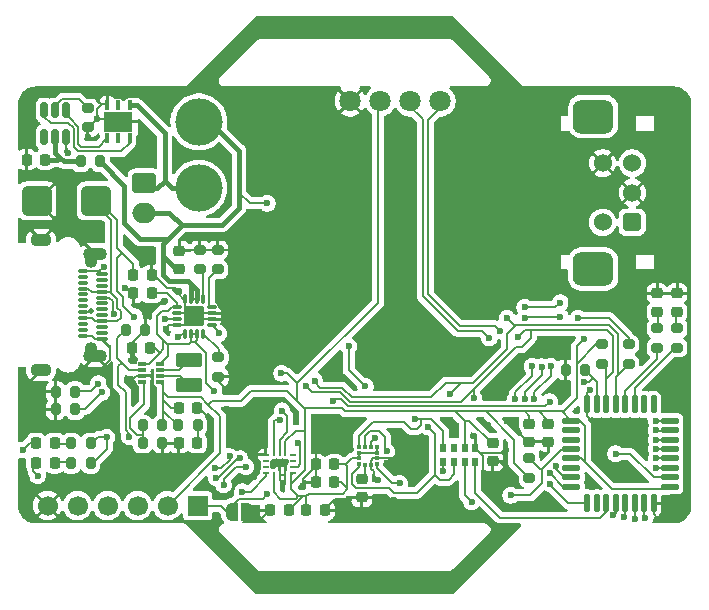
<source format=gtl>
G04 #@! TF.GenerationSoftware,KiCad,Pcbnew,9.0.1*
G04 #@! TF.CreationDate,2025-10-21T09:50:54-05:00*
G04 #@! TF.ProjectId,STM32 Cyber Watch,53544d33-3220-4437-9962-657220576174,rev?*
G04 #@! TF.SameCoordinates,Original*
G04 #@! TF.FileFunction,Copper,L1,Top*
G04 #@! TF.FilePolarity,Positive*
%FSLAX46Y46*%
G04 Gerber Fmt 4.6, Leading zero omitted, Abs format (unit mm)*
G04 Created by KiCad (PCBNEW 9.0.1) date 2025-10-21 09:50:54*
%MOMM*%
%LPD*%
G01*
G04 APERTURE LIST*
G04 Aperture macros list*
%AMRoundRect*
0 Rectangle with rounded corners*
0 $1 Rounding radius*
0 $2 $3 $4 $5 $6 $7 $8 $9 X,Y pos of 4 corners*
0 Add a 4 corners polygon primitive as box body*
4,1,4,$2,$3,$4,$5,$6,$7,$8,$9,$2,$3,0*
0 Add four circle primitives for the rounded corners*
1,1,$1+$1,$2,$3*
1,1,$1+$1,$4,$5*
1,1,$1+$1,$6,$7*
1,1,$1+$1,$8,$9*
0 Add four rect primitives between the rounded corners*
20,1,$1+$1,$2,$3,$4,$5,0*
20,1,$1+$1,$4,$5,$6,$7,0*
20,1,$1+$1,$6,$7,$8,$9,0*
20,1,$1+$1,$8,$9,$2,$3,0*%
%AMFreePoly0*
4,1,23,0.000000,0.745722,0.065263,0.745722,0.191342,0.711940,0.304381,0.646677,0.396677,0.554381,0.461940,0.441342,0.495722,0.315263,0.495722,0.250000,0.500000,0.250000,0.500000,-0.250000,0.495722,-0.250000,0.495722,-0.315263,0.461940,-0.441342,0.396677,-0.554381,0.304381,-0.646677,0.191342,-0.711940,0.065263,-0.745722,0.000000,-0.745722,0.000000,-0.750000,-0.500000,-0.750000,
-0.500000,0.750000,0.000000,0.750000,0.000000,0.745722,0.000000,0.745722,$1*%
%AMFreePoly1*
4,1,23,0.500000,-0.750000,0.000000,-0.750000,0.000000,-0.745722,-0.065263,-0.745722,-0.191342,-0.711940,-0.304381,-0.646677,-0.396677,-0.554381,-0.461940,-0.441342,-0.495722,-0.315263,-0.495722,-0.250000,-0.500000,-0.250000,-0.500000,0.250000,-0.495722,0.250000,-0.495722,0.315263,-0.461940,0.441342,-0.396677,0.554381,-0.304381,0.646677,-0.191342,0.711940,-0.065263,0.745722,0.000000,0.745722,
0.000000,0.750000,0.500000,0.750000,0.500000,-0.750000,0.500000,-0.750000,$1*%
G04 Aperture macros list end*
G04 #@! TA.AperFunction,SMDPad,CuDef*
%ADD10RoundRect,0.225000X0.250000X-0.225000X0.250000X0.225000X-0.250000X0.225000X-0.250000X-0.225000X0*%
G04 #@! TD*
G04 #@! TA.AperFunction,SMDPad,CuDef*
%ADD11RoundRect,0.225000X-0.250000X0.225000X-0.250000X-0.225000X0.250000X-0.225000X0.250000X0.225000X0*%
G04 #@! TD*
G04 #@! TA.AperFunction,SMDPad,CuDef*
%ADD12RoundRect,0.225000X-0.225000X-0.250000X0.225000X-0.250000X0.225000X0.250000X-0.225000X0.250000X0*%
G04 #@! TD*
G04 #@! TA.AperFunction,SMDPad,CuDef*
%ADD13RoundRect,0.225000X0.225000X0.250000X-0.225000X0.250000X-0.225000X-0.250000X0.225000X-0.250000X0*%
G04 #@! TD*
G04 #@! TA.AperFunction,SMDPad,CuDef*
%ADD14RoundRect,0.218750X-0.218750X-0.256250X0.218750X-0.256250X0.218750X0.256250X-0.218750X0.256250X0*%
G04 #@! TD*
G04 #@! TA.AperFunction,SMDPad,CuDef*
%ADD15RoundRect,0.218750X-0.256250X0.218750X-0.256250X-0.218750X0.256250X-0.218750X0.256250X0.218750X0*%
G04 #@! TD*
G04 #@! TA.AperFunction,SMDPad,CuDef*
%ADD16RoundRect,0.050000X-0.375000X0.100000X-0.375000X-0.100000X0.375000X-0.100000X0.375000X0.100000X0*%
G04 #@! TD*
G04 #@! TA.AperFunction,SMDPad,CuDef*
%ADD17RoundRect,0.050000X-0.450000X0.100000X-0.450000X-0.100000X0.450000X-0.100000X0.450000X0.100000X0*%
G04 #@! TD*
G04 #@! TA.AperFunction,ComponentPad*
%ADD18O,2.000000X1.100000*%
G04 #@! TD*
G04 #@! TA.AperFunction,ComponentPad*
%ADD19O,1.100000X1.700000*%
G04 #@! TD*
G04 #@! TA.AperFunction,ComponentPad*
%ADD20O,1.800000X1.100000*%
G04 #@! TD*
G04 #@! TA.AperFunction,ComponentPad*
%ADD21O,2.000000X1.700000*%
G04 #@! TD*
G04 #@! TA.AperFunction,ComponentPad*
%ADD22RoundRect,0.250000X-0.750000X0.600000X-0.750000X-0.600000X0.750000X-0.600000X0.750000X0.600000X0*%
G04 #@! TD*
G04 #@! TA.AperFunction,SMDPad,CuDef*
%ADD23FreePoly0,0.000000*%
G04 #@! TD*
G04 #@! TA.AperFunction,SMDPad,CuDef*
%ADD24FreePoly1,0.000000*%
G04 #@! TD*
G04 #@! TA.AperFunction,SMDPad,CuDef*
%ADD25RoundRect,0.250000X-0.850000X0.375000X-0.850000X-0.375000X0.850000X-0.375000X0.850000X0.375000X0*%
G04 #@! TD*
G04 #@! TA.AperFunction,SMDPad,CuDef*
%ADD26R,2.489200X1.752600*%
G04 #@! TD*
G04 #@! TA.AperFunction,SMDPad,CuDef*
%ADD27R,0.406400X0.812800*%
G04 #@! TD*
G04 #@! TA.AperFunction,SMDPad,CuDef*
%ADD28RoundRect,0.200000X-0.275000X0.200000X-0.275000X-0.200000X0.275000X-0.200000X0.275000X0.200000X0*%
G04 #@! TD*
G04 #@! TA.AperFunction,SMDPad,CuDef*
%ADD29RoundRect,0.200000X0.200000X0.275000X-0.200000X0.275000X-0.200000X-0.275000X0.200000X-0.275000X0*%
G04 #@! TD*
G04 #@! TA.AperFunction,SMDPad,CuDef*
%ADD30RoundRect,0.200000X-0.200000X-0.275000X0.200000X-0.275000X0.200000X0.275000X-0.200000X0.275000X0*%
G04 #@! TD*
G04 #@! TA.AperFunction,SMDPad,CuDef*
%ADD31RoundRect,0.200000X0.275000X-0.200000X0.275000X0.200000X-0.275000X0.200000X-0.275000X-0.200000X0*%
G04 #@! TD*
G04 #@! TA.AperFunction,ComponentPad*
%ADD32RoundRect,0.725000X-0.975000X-0.725000X0.975000X-0.725000X0.975000X0.725000X-0.975000X0.725000X0*%
G04 #@! TD*
G04 #@! TA.AperFunction,ComponentPad*
%ADD33C,1.524000*%
G04 #@! TD*
G04 #@! TA.AperFunction,ComponentPad*
%ADD34RoundRect,0.250000X0.512000X-0.512000X0.512000X0.512000X-0.512000X0.512000X-0.512000X-0.512000X0*%
G04 #@! TD*
G04 #@! TA.AperFunction,SMDPad,CuDef*
%ADD35C,4.000000*%
G04 #@! TD*
G04 #@! TA.AperFunction,SMDPad,CuDef*
%ADD36RoundRect,0.170000X-0.680000X0.680000X-0.680000X-0.680000X0.680000X-0.680000X0.680000X0.680000X0*%
G04 #@! TD*
G04 #@! TA.AperFunction,SMDPad,CuDef*
%ADD37RoundRect,0.105000X-0.320000X0.035000X-0.320000X-0.035000X0.320000X-0.035000X0.320000X0.035000X0*%
G04 #@! TD*
G04 #@! TA.AperFunction,SMDPad,CuDef*
%ADD38RoundRect,0.105000X-0.035000X0.320000X-0.035000X-0.320000X0.035000X-0.320000X0.035000X0.320000X0*%
G04 #@! TD*
G04 #@! TA.AperFunction,SMDPad,CuDef*
%ADD39RoundRect,0.375000X0.875000X0.875000X-0.875000X0.875000X-0.875000X-0.875000X0.875000X-0.875000X0*%
G04 #@! TD*
G04 #@! TA.AperFunction,SMDPad,CuDef*
%ADD40R,0.660000X0.320000*%
G04 #@! TD*
G04 #@! TA.AperFunction,SMDPad,CuDef*
%ADD41R,0.375000X0.350000*%
G04 #@! TD*
G04 #@! TA.AperFunction,SMDPad,CuDef*
%ADD42R,0.350000X0.375000*%
G04 #@! TD*
G04 #@! TA.AperFunction,SMDPad,CuDef*
%ADD43R,0.500000X0.800000*%
G04 #@! TD*
G04 #@! TA.AperFunction,SMDPad,CuDef*
%ADD44RoundRect,0.125000X-0.625000X-0.125000X0.625000X-0.125000X0.625000X0.125000X-0.625000X0.125000X0*%
G04 #@! TD*
G04 #@! TA.AperFunction,SMDPad,CuDef*
%ADD45RoundRect,0.125000X-0.125000X-0.625000X0.125000X-0.625000X0.125000X0.625000X-0.125000X0.625000X0*%
G04 #@! TD*
G04 #@! TA.AperFunction,SMDPad,CuDef*
%ADD46RoundRect,0.150000X-0.150000X0.512500X-0.150000X-0.512500X0.150000X-0.512500X0.150000X0.512500X0*%
G04 #@! TD*
G04 #@! TA.AperFunction,ComponentPad*
%ADD47C,1.800000*%
G04 #@! TD*
G04 #@! TA.AperFunction,SMDPad,CuDef*
%ADD48R,0.475000X0.250000*%
G04 #@! TD*
G04 #@! TA.AperFunction,SMDPad,CuDef*
%ADD49R,0.250000X0.475000*%
G04 #@! TD*
G04 #@! TA.AperFunction,ComponentPad*
%ADD50R,1.700000X1.700000*%
G04 #@! TD*
G04 #@! TA.AperFunction,ComponentPad*
%ADD51C,1.700000*%
G04 #@! TD*
G04 #@! TA.AperFunction,ViaPad*
%ADD52C,0.500000*%
G04 #@! TD*
G04 #@! TA.AperFunction,ViaPad*
%ADD53C,0.600000*%
G04 #@! TD*
G04 #@! TA.AperFunction,Conductor*
%ADD54C,0.200000*%
G04 #@! TD*
G04 #@! TA.AperFunction,Conductor*
%ADD55C,0.400000*%
G04 #@! TD*
G04 APERTURE END LIST*
D10*
X143150000Y-122150000D03*
X143150000Y-120600000D03*
D11*
X172800000Y-136800000D03*
X172800000Y-135250000D03*
D12*
X152400000Y-142600000D03*
X150850000Y-142600000D03*
D13*
X153900000Y-142600000D03*
X155450000Y-142600000D03*
D10*
X158600000Y-139950000D03*
X158600000Y-141500000D03*
D12*
X156275000Y-140200000D03*
X154725000Y-140200000D03*
X131800000Y-112900000D03*
X130250000Y-112900000D03*
D10*
X174400000Y-135250000D03*
X174400000Y-136800000D03*
D13*
X154725000Y-138700000D03*
X156275000Y-138700000D03*
X139250000Y-124200000D03*
X140800000Y-124200000D03*
D12*
X140800000Y-122700000D03*
X139250000Y-122700000D03*
D13*
X139125000Y-128825000D03*
X140675000Y-128825000D03*
D12*
X144650000Y-133900000D03*
X143100000Y-133900000D03*
D14*
X132600000Y-136900000D03*
X131025000Y-136900000D03*
X132600000Y-138600000D03*
X131025000Y-138600000D03*
X144660000Y-136900000D03*
X143085000Y-136900000D03*
D15*
X185300000Y-125787500D03*
X185300000Y-124212500D03*
D16*
X134980000Y-122325000D03*
X134980000Y-122820000D03*
X134980000Y-123320000D03*
X134980000Y-123815000D03*
X134980000Y-124310000D03*
X134980000Y-124810000D03*
X134980000Y-125310000D03*
X134980000Y-125800000D03*
X134980000Y-126305000D03*
X134980000Y-126805000D03*
X134980000Y-127305000D03*
X134980000Y-127805000D03*
D17*
X136580000Y-128075000D03*
X136580000Y-127575000D03*
X136580000Y-127075000D03*
X136580000Y-126575000D03*
X136580000Y-126075000D03*
X136580000Y-125575000D03*
X136580000Y-125075000D03*
X136580000Y-124575000D03*
X136580000Y-124075000D03*
X136580000Y-123575000D03*
X136580000Y-123075000D03*
X136580000Y-122575000D03*
D18*
X136050000Y-129500000D03*
D19*
X135650000Y-129200000D03*
X135650000Y-121200000D03*
D18*
X136050000Y-120900000D03*
D20*
X131450000Y-119700000D03*
X131450000Y-130700000D03*
D21*
X140200000Y-117400000D03*
D22*
X140200000Y-114900000D03*
D23*
X148900000Y-142700000D03*
D24*
X147600000Y-142700000D03*
D25*
X144000000Y-132000000D03*
X144000000Y-129850000D03*
D26*
X138000000Y-109697000D03*
D27*
X138950001Y-111094000D03*
X138000000Y-111094000D03*
X137049999Y-111094000D03*
X137049999Y-108300000D03*
X138000000Y-108300000D03*
X138950001Y-108300000D03*
D28*
X181200000Y-130200000D03*
X181200000Y-128550000D03*
X178900000Y-130200000D03*
X178900000Y-128550000D03*
D29*
X132675000Y-134050000D03*
X134325000Y-134050000D03*
X132675000Y-132550000D03*
X134325000Y-132550000D03*
D28*
X135399999Y-110175901D03*
X135399999Y-108525901D03*
D29*
X134800000Y-113050901D03*
X136450000Y-113050901D03*
D28*
X172800000Y-139850000D03*
X172800000Y-138200000D03*
D30*
X177500000Y-130700000D03*
X175850000Y-130700000D03*
D29*
X135650000Y-136900000D03*
X134000000Y-136900000D03*
X134000000Y-138600000D03*
X135650000Y-138600000D03*
D28*
X146400000Y-122200000D03*
X146400000Y-120550000D03*
D31*
X146450000Y-129650000D03*
X146450000Y-131300000D03*
D30*
X141700000Y-135400000D03*
X140050000Y-135400000D03*
D29*
X140050000Y-136900000D03*
X141700000Y-136900000D03*
X138625000Y-127300000D03*
X140275000Y-127300000D03*
D30*
X144700000Y-135400000D03*
X143050000Y-135400000D03*
D31*
X183600000Y-127187500D03*
X183600000Y-128837500D03*
X185300000Y-127187500D03*
X185300000Y-128837500D03*
X144900000Y-120550000D03*
X144900000Y-122200000D03*
D32*
X178200000Y-109250000D03*
X178200000Y-122150000D03*
D33*
X179000000Y-113200000D03*
X179000000Y-118200000D03*
X181500000Y-115700000D03*
X181500000Y-113200000D03*
D34*
X181500000Y-118200000D03*
D35*
X144800000Y-109700000D03*
X144800000Y-115300000D03*
D36*
X144425000Y-126150000D03*
D37*
X145900000Y-125400000D03*
X145900000Y-125900000D03*
X145900000Y-126400000D03*
X145900000Y-126900000D03*
D38*
X145175000Y-127625000D03*
X144675000Y-127625000D03*
X144175000Y-127625000D03*
X143675000Y-127625000D03*
D37*
X142950000Y-126900000D03*
X142950000Y-126400000D03*
X142950000Y-125900000D03*
X142950000Y-125400000D03*
D38*
X143675000Y-124675000D03*
X144175000Y-124675000D03*
X144675000Y-124675000D03*
X145175000Y-124675000D03*
D39*
X136100000Y-116400000D03*
X131100000Y-116400000D03*
D40*
X141500000Y-131700000D03*
X141500000Y-131200000D03*
X141500000Y-130700000D03*
X141500000Y-130200000D03*
X140030000Y-130200000D03*
X140030000Y-130700000D03*
X140030000Y-131200000D03*
X140030000Y-131700000D03*
D15*
X183600000Y-124212500D03*
X183600000Y-125787500D03*
D41*
X158375000Y-137200000D03*
X158375000Y-137700000D03*
X158375000Y-138200000D03*
X158375000Y-138700000D03*
D42*
X158887500Y-138712500D03*
X159387500Y-138712500D03*
D41*
X159900000Y-138700000D03*
X159900000Y-138200000D03*
X159900000Y-137700000D03*
X159900000Y-137200000D03*
D42*
X159387500Y-137187500D03*
X158887500Y-137187500D03*
D11*
X169700000Y-136900000D03*
X169700000Y-138450000D03*
D43*
X165500000Y-138500000D03*
X166400000Y-138500000D03*
X167300000Y-138500000D03*
X168200000Y-138500000D03*
X168200000Y-137300000D03*
X167300000Y-137300000D03*
X166400000Y-137300000D03*
X165500000Y-137300000D03*
D44*
X176325000Y-135000000D03*
X176325000Y-135800000D03*
X176325000Y-136600000D03*
X176325000Y-137400000D03*
X176325000Y-138200000D03*
X176325000Y-139000000D03*
X176325000Y-139800000D03*
X176325000Y-140600000D03*
D45*
X177700000Y-141975000D03*
X178500000Y-141975000D03*
X179300000Y-141975000D03*
X180100000Y-141975000D03*
X180900000Y-141975000D03*
X181700000Y-141975000D03*
X182500000Y-141975000D03*
X183300000Y-141975000D03*
D44*
X184675000Y-140600000D03*
X184675000Y-139800000D03*
X184675000Y-139000000D03*
X184675000Y-138200000D03*
X184675000Y-137400000D03*
X184675000Y-136600000D03*
X184675000Y-135800000D03*
X184675000Y-135000000D03*
D45*
X183300000Y-133625000D03*
X182500000Y-133625000D03*
X181700000Y-133625000D03*
X180900000Y-133625000D03*
X180100000Y-133625000D03*
X179300000Y-133625000D03*
X178500000Y-133625000D03*
X177700000Y-133625000D03*
D46*
X133599999Y-108713401D03*
X132649999Y-108713401D03*
X131699999Y-108713401D03*
X131699999Y-110988401D03*
X132649999Y-110988401D03*
X133599999Y-110988401D03*
D47*
X157630000Y-107950000D03*
X160170000Y-107950000D03*
X162710000Y-107950000D03*
X165250000Y-107950000D03*
D48*
X150475000Y-137900000D03*
X150475000Y-138400000D03*
X150475000Y-138900000D03*
X150475000Y-139400000D03*
D49*
X151137500Y-139562500D03*
X151637500Y-139562500D03*
X152137500Y-139562500D03*
D48*
X152800000Y-139400000D03*
X152800000Y-138900000D03*
X152800000Y-138400000D03*
X152800000Y-137900000D03*
D49*
X152137500Y-137737500D03*
X151637500Y-137737500D03*
X151137500Y-137737500D03*
D50*
X144700000Y-142200000D03*
D51*
X142160000Y-142200000D03*
X139620000Y-142200000D03*
X137080000Y-142200000D03*
X134540000Y-142200000D03*
X132000000Y-142200000D03*
D52*
X135674714Y-125755000D03*
D53*
X140700000Y-111300000D03*
X157500000Y-128700000D03*
X177800000Y-140000000D03*
X150000000Y-143400000D03*
X157500000Y-141600000D03*
X175800000Y-128200000D03*
X170800000Y-139000000D03*
X135200000Y-140000000D03*
X143000000Y-112800000D03*
X177200000Y-125000000D03*
X176800000Y-134200000D03*
X136200000Y-109500000D03*
X145000000Y-140600000D03*
X135500000Y-131100000D03*
X139100000Y-138200000D03*
X181700000Y-136800000D03*
X175500000Y-133100000D03*
X146300000Y-141300000D03*
X170900000Y-135000000D03*
X133750000Y-112350901D03*
X142000000Y-108400000D03*
X150200000Y-136200000D03*
X161300000Y-141700000D03*
X165200000Y-141400000D03*
X178400000Y-136000000D03*
X140900000Y-140900000D03*
X179000000Y-138600000D03*
X177900000Y-132382330D03*
X143100000Y-124100000D03*
X147200000Y-134000000D03*
X151900000Y-140300000D03*
X141000000Y-132900000D03*
X151000000Y-131700000D03*
X138300000Y-140400000D03*
X136800000Y-122000000D03*
X169300000Y-135400000D03*
X143000000Y-112100000D03*
X140300000Y-125900000D03*
X160000000Y-140000000D03*
X145800000Y-136000000D03*
X170800000Y-137500000D03*
X173900000Y-137900000D03*
X135400000Y-110994801D03*
X149500000Y-139800000D03*
X155600000Y-130600000D03*
X161700000Y-139300000D03*
X153600000Y-140500000D03*
X139400000Y-132800000D03*
X139303000Y-129800000D03*
X162900000Y-136600000D03*
X136000000Y-119000000D03*
X162600000Y-132200000D03*
X140200000Y-121500000D03*
X175800000Y-123400000D03*
X142000000Y-107600000D03*
X169800000Y-132600000D03*
X166200000Y-135200000D03*
X136000000Y-134400000D03*
X157900000Y-135200000D03*
X147600000Y-132300000D03*
X141900000Y-124900000D03*
X142000000Y-127200000D03*
X182450000Y-140050000D03*
X147000000Y-126600000D03*
X184400000Y-142400000D03*
X138562132Y-123737868D03*
X151600000Y-138700000D03*
X168100000Y-136300000D03*
X177400000Y-128100000D03*
X151800000Y-131000000D03*
X176900000Y-126300000D03*
X150600000Y-116600000D03*
X165500000Y-139300000D03*
X158900000Y-132103000D03*
X146100000Y-132500000D03*
X137000000Y-136400000D03*
X139337500Y-126200000D03*
X146500000Y-127600000D03*
X164195735Y-135500000D03*
X170274265Y-127374265D03*
X151674660Y-134924451D03*
X175400000Y-126200000D03*
X168100000Y-133100000D03*
X172400000Y-126300000D03*
X171800000Y-127900000D03*
X153900000Y-132100000D03*
X170900000Y-126300000D03*
X169400000Y-128000000D03*
X175400000Y-125000000D03*
X151842185Y-134142185D03*
X166033550Y-132766450D03*
X172400000Y-125400000D03*
X163100000Y-134900000D03*
X154600000Y-131600000D03*
X129900000Y-137500000D03*
X143000000Y-127950000D03*
X141900000Y-126400000D03*
X131150000Y-139650000D03*
X148800000Y-138900000D03*
X146897115Y-140442784D03*
X183500000Y-135799997D03*
X146254513Y-139842784D03*
X183500000Y-134999994D03*
X148300000Y-138200000D03*
X171200000Y-141323265D03*
X150574265Y-141225735D03*
X147417705Y-138033765D03*
X177400000Y-131700000D03*
X146204265Y-139004265D03*
X136600000Y-132600000D03*
X137580000Y-125975000D03*
X136285795Y-131864283D03*
X138928745Y-136377275D03*
X179908303Y-142999001D03*
X181700000Y-143300000D03*
X183500006Y-139000005D03*
X167900000Y-141900000D03*
X180800000Y-143150000D03*
X148500000Y-141000000D03*
X153200000Y-136900000D03*
X174500000Y-133400000D03*
X156148528Y-133300000D03*
X180100000Y-137800000D03*
X182600003Y-143200003D03*
X159700000Y-136500000D03*
X183500000Y-136599997D03*
X160700000Y-137600000D03*
X183500000Y-137400000D03*
X173824265Y-130424265D03*
X174500000Y-139472329D03*
X172400000Y-133200000D03*
X161800000Y-140300000D03*
X183500000Y-138200003D03*
X174623561Y-130390636D03*
X175002403Y-138821127D03*
X173200003Y-133200000D03*
X173000000Y-130400000D03*
X171600000Y-133200000D03*
X174499650Y-140320507D03*
D54*
X135674714Y-125755000D02*
X135647537Y-125755000D01*
X135602537Y-125800000D02*
X134980000Y-125800000D01*
X135647537Y-125755000D02*
X135602537Y-125800000D01*
D55*
X142850000Y-122150000D02*
X143150000Y-122150000D01*
X141800000Y-121100000D02*
X142850000Y-122150000D01*
X141750000Y-121100000D02*
X141800000Y-121100000D01*
X141900000Y-114700000D02*
X141300000Y-115300000D01*
X141300000Y-115300000D02*
X140600000Y-115300000D01*
D54*
X139200000Y-132600000D02*
X139400000Y-132800000D01*
X139200000Y-131500000D02*
X139200000Y-132600000D01*
X139500000Y-131200000D02*
X139200000Y-131500000D01*
X140030000Y-131200000D02*
X139500000Y-131200000D01*
D55*
X141900000Y-114700000D02*
X141900000Y-110646799D01*
X142500000Y-115300000D02*
X141900000Y-114700000D01*
X141900000Y-110646799D02*
X139553201Y-108300000D01*
X139553201Y-108300000D02*
X138950001Y-108300000D01*
X144800000Y-115300000D02*
X142500000Y-115300000D01*
X140600000Y-115300000D02*
X140200000Y-114900000D01*
X138500000Y-115100901D02*
X136450000Y-113050901D01*
X138500000Y-118300000D02*
X138500000Y-115100901D01*
X142150000Y-119650000D02*
X139850000Y-119650000D01*
X139850000Y-119650000D02*
X138500000Y-118300000D01*
D54*
X137325000Y-124075000D02*
X137200000Y-124075000D01*
X136300000Y-116400000D02*
X135750000Y-116400000D01*
X137900000Y-118000000D02*
X136300000Y-116400000D01*
X137400000Y-118050000D02*
X137400000Y-124000000D01*
X137900000Y-120350000D02*
X137900000Y-118000000D01*
X135750000Y-116400000D02*
X137400000Y-118050000D01*
X139250000Y-121700000D02*
X137900000Y-120350000D01*
X137400000Y-124000000D02*
X137325000Y-124075000D01*
X139250000Y-122700000D02*
X139250000Y-121700000D01*
X142500000Y-125400000D02*
X142950000Y-125400000D01*
X142200000Y-125700000D02*
X142500000Y-125400000D01*
X141700000Y-125700000D02*
X142200000Y-125700000D01*
X141800000Y-128200000D02*
X141300000Y-127700000D01*
X141300000Y-127700000D02*
X141300000Y-126100000D01*
X141300000Y-126100000D02*
X141700000Y-125700000D01*
X136240000Y-136400000D02*
X135650000Y-136990000D01*
X137000000Y-136400000D02*
X136240000Y-136400000D01*
X130935000Y-136900000D02*
X131025000Y-136990000D01*
X130500000Y-136900000D02*
X130935000Y-136900000D01*
X129900000Y-137500000D02*
X130500000Y-136900000D01*
X132575000Y-136990000D02*
X133937500Y-136990000D01*
X133599999Y-112200900D02*
X133750000Y-112350901D01*
X135700000Y-130900000D02*
X135500000Y-131100000D01*
X152137500Y-139562500D02*
X152137500Y-140062500D01*
X137300000Y-129832785D02*
X136232785Y-130900000D01*
X177700000Y-133625000D02*
X177700000Y-132582330D01*
X154725000Y-138700000D02*
X154725000Y-138842100D01*
X141000000Y-122700000D02*
X140800000Y-122700000D01*
X144675000Y-126400000D02*
X144425000Y-126150000D01*
X161300000Y-138200000D02*
X159900000Y-138200000D01*
X150850000Y-142600000D02*
X150800000Y-142600000D01*
X157500000Y-141600000D02*
X156300000Y-141600000D01*
X169700000Y-138450000D02*
X170250000Y-138450000D01*
X136300000Y-108000000D02*
X136300000Y-107700000D01*
X136232785Y-130900000D02*
X135700000Y-130900000D01*
X142100000Y-123800000D02*
X141000000Y-122700000D01*
X159387500Y-138712500D02*
X159387500Y-138398000D01*
X151637500Y-139562500D02*
X151637500Y-138737500D01*
X183600000Y-143200000D02*
X184000000Y-143200000D01*
X159387500Y-138398000D02*
X159585500Y-138200000D01*
X140900000Y-132800000D02*
X141000000Y-132900000D01*
X144675000Y-125900000D02*
X144425000Y-126150000D01*
X140700000Y-131200000D02*
X140900000Y-131400000D01*
X136374000Y-122369000D02*
X136743000Y-122000000D01*
X183300000Y-141975000D02*
X183300000Y-142900000D01*
X136580000Y-128075000D02*
X136028496Y-128075000D01*
X168600000Y-137700000D02*
X168900000Y-138000000D01*
X139303000Y-129800000D02*
X139303000Y-129338259D01*
X146450000Y-131650000D02*
X147100000Y-132300000D01*
X136646799Y-108206000D02*
X136200000Y-108652799D01*
X154725000Y-138842100D02*
X153600000Y-139967100D01*
X140275000Y-127300000D02*
X139125000Y-128450000D01*
X147100000Y-132300000D02*
X147600000Y-132300000D01*
X184000000Y-143200000D02*
X184400000Y-142800000D01*
X134980000Y-122325000D02*
X135024000Y-122369000D01*
X159387500Y-138712500D02*
X159387500Y-139087500D01*
X139125000Y-128450000D02*
X139125000Y-128825000D01*
X142950000Y-126900000D02*
X143675000Y-126900000D01*
X139250000Y-124200000D02*
X138948529Y-124200000D01*
X135024000Y-122369000D02*
X136374000Y-122369000D01*
X137300000Y-128795000D02*
X137300000Y-129832785D01*
X136743000Y-122000000D02*
X136800000Y-122000000D01*
X136506000Y-108206000D02*
X136300000Y-108000000D01*
X184400000Y-142800000D02*
X184400000Y-142400000D01*
X168200000Y-137300000D02*
X168600000Y-137700000D01*
X135524099Y-110175901D02*
X136200000Y-109500000D01*
X143675000Y-125400000D02*
X144425000Y-126150000D01*
X152000000Y-138700000D02*
X151600000Y-138700000D01*
X135758496Y-127805000D02*
X134980000Y-127805000D01*
X172700000Y-136800000D02*
X170900000Y-135000000D01*
X138000000Y-109697000D02*
X137803000Y-109500000D01*
X177700000Y-134600000D02*
X177700000Y-133625000D01*
X140030000Y-131200000D02*
X140700000Y-131200000D01*
X170600000Y-137700000D02*
X170800000Y-137500000D01*
X139125000Y-129160259D02*
X139125000Y-128825000D01*
X133599999Y-110988401D02*
X133599999Y-112200900D01*
X151637500Y-139562500D02*
X152137500Y-139562500D01*
X144800000Y-133900000D02*
X145700000Y-134800000D01*
X146450000Y-131300000D02*
X146450000Y-131650000D01*
X135399999Y-110175901D02*
X135524099Y-110175901D01*
X145900000Y-126400000D02*
X144675000Y-126400000D01*
X153600000Y-139967100D02*
X153600000Y-140500000D01*
X144175000Y-125900000D02*
X142950000Y-125900000D01*
X139303000Y-129338259D02*
X139125000Y-129160259D01*
X142000000Y-127200000D02*
X142300000Y-126900000D01*
X136580000Y-128075000D02*
X137300000Y-128795000D01*
X137049999Y-108206000D02*
X136646799Y-108206000D01*
X143675000Y-124675000D02*
X143675000Y-125400000D01*
X136028496Y-128075000D02*
X135758496Y-127805000D01*
X137803000Y-109500000D02*
X136200000Y-109500000D01*
X144650000Y-133900000D02*
X144800000Y-133900000D01*
X150800000Y-142600000D02*
X150000000Y-143400000D01*
X151637500Y-139562500D02*
X151637500Y-140037500D01*
X178400000Y-136000000D02*
X178400000Y-135300000D01*
X138562132Y-123737868D02*
X139024265Y-124200000D01*
X168600000Y-137700000D02*
X170600000Y-137700000D01*
X152137500Y-139562500D02*
X152137500Y-138837500D01*
X159585500Y-138200000D02*
X159900000Y-138200000D01*
X143675000Y-126900000D02*
X144425000Y-126150000D01*
X177700000Y-132582330D02*
X177900000Y-132382330D01*
X156300000Y-141600000D02*
X155450000Y-142450000D01*
X144425000Y-126150000D02*
X144175000Y-125900000D01*
X152137500Y-138837500D02*
X152000000Y-138700000D01*
X170250000Y-138450000D02*
X170800000Y-139000000D01*
X172800000Y-136800000D02*
X172700000Y-136800000D01*
X145900000Y-125900000D02*
X144675000Y-125900000D01*
X168900000Y-138000000D02*
X168900000Y-139200000D01*
X152137500Y-140062500D02*
X151900000Y-140300000D01*
X136200000Y-108652799D02*
X136200000Y-109500000D01*
X143100000Y-124300000D02*
X143475000Y-124675000D01*
X143100000Y-124100000D02*
X143100000Y-124300000D01*
X136374000Y-122369000D02*
X136580000Y-122575000D01*
X139024265Y-124200000D02*
X139250000Y-124200000D01*
X142800000Y-123800000D02*
X142100000Y-123800000D01*
X143475000Y-124675000D02*
X143675000Y-124675000D01*
X142300000Y-126900000D02*
X142950000Y-126900000D01*
X143100000Y-124100000D02*
X142800000Y-123800000D01*
X140900000Y-131400000D02*
X140900000Y-132800000D01*
X151637500Y-140037500D02*
X151900000Y-140300000D01*
X159387500Y-139087500D02*
X159600000Y-139300000D01*
X159600000Y-139300000D02*
X159600000Y-139700000D01*
X155450000Y-142450000D02*
X155450000Y-142600000D01*
X183300000Y-142900000D02*
X183600000Y-143200000D01*
X162900000Y-136600000D02*
X161300000Y-138200000D01*
X151637500Y-138737500D02*
X151600000Y-138700000D01*
X136646799Y-108206000D02*
X136506000Y-108206000D01*
X178400000Y-135300000D02*
X177700000Y-134600000D01*
X156275000Y-140200000D02*
X156874000Y-140200000D01*
X167300000Y-135000000D02*
X167300000Y-137300000D01*
X174400000Y-135000000D02*
X174400000Y-135250000D01*
X153900000Y-141400000D02*
X154100000Y-141200000D01*
X153150000Y-133350000D02*
X153700000Y-133900000D01*
X153150000Y-131850000D02*
X160000000Y-125000000D01*
X141800000Y-133225000D02*
X142475000Y-133900000D01*
X151137500Y-139562500D02*
X151175265Y-139600265D01*
X153600000Y-141400000D02*
X153900000Y-141400000D01*
X141800000Y-132225000D02*
X141800000Y-132875000D01*
X151175265Y-139600265D02*
X151175265Y-141075265D01*
X141800000Y-134150000D02*
X141800000Y-133600000D01*
X153000000Y-141600000D02*
X153200000Y-141400000D01*
X184475000Y-140800000D02*
X184675000Y-140600000D01*
X168700000Y-134200000D02*
X169100000Y-134200000D01*
X179800000Y-140800000D02*
X184475000Y-140800000D01*
X141800000Y-132000000D02*
X141800000Y-132225000D01*
X169100000Y-134200000D02*
X171500000Y-136600000D01*
X151175265Y-141075265D02*
X151700000Y-141600000D01*
X142475000Y-133900000D02*
X143100000Y-133900000D01*
X173600000Y-134200000D02*
X175525000Y-134200000D01*
X175700000Y-134200000D02*
X176799000Y-133101000D01*
X177500000Y-138500000D02*
X179800000Y-140800000D01*
X176799000Y-133101000D02*
X176799000Y-130176000D01*
X171500000Y-136600000D02*
X171500000Y-138550000D01*
X159900000Y-137700000D02*
X159900000Y-137200000D01*
X157000000Y-141200000D02*
X157374000Y-140826000D01*
X172400000Y-134200000D02*
X172800000Y-134600000D01*
X153800000Y-139200000D02*
X153800000Y-134000000D01*
X175525000Y-134200000D02*
X175700000Y-134200000D01*
X176900000Y-126300000D02*
X179534200Y-126300000D01*
X157273000Y-138712500D02*
X157374000Y-138813500D01*
X154100000Y-141200000D02*
X157000000Y-141200000D01*
X143050000Y-135400000D02*
X141800000Y-134150000D01*
X153900000Y-141400000D02*
X153900000Y-142600000D01*
X145000110Y-133025000D02*
X145537555Y-133562445D01*
X157374000Y-140700000D02*
X157374000Y-138813500D01*
X171500000Y-138550000D02*
X172800000Y-139850000D01*
X153700000Y-133900000D02*
X156900000Y-133900000D01*
X175525000Y-134200000D02*
X176325000Y-135000000D01*
X156874000Y-140200000D02*
X157374000Y-140700000D01*
X141800000Y-132225000D02*
X141800000Y-132600000D01*
X145637555Y-133562445D02*
X145537555Y-133562445D01*
X157200000Y-134200000D02*
X168700000Y-134200000D01*
X141500000Y-131700000D02*
X141800000Y-132000000D01*
X181200000Y-127965800D02*
X181200000Y-128550000D01*
X158375000Y-137700000D02*
X158375000Y-138200000D01*
X153200000Y-141400000D02*
X152600000Y-140800000D01*
X169700000Y-136900000D02*
X169500000Y-136900000D01*
X179534200Y-126300000D02*
X181200000Y-127965800D01*
X176799000Y-128701000D02*
X176799000Y-130176000D01*
X160000000Y-125000000D02*
X160000000Y-107780000D01*
X168700000Y-134200000D02*
X172200000Y-134200000D01*
X146600000Y-137760000D02*
X142160000Y-142200000D01*
X166500000Y-134200000D02*
X167300000Y-135000000D01*
X142225000Y-133025000D02*
X145000110Y-133025000D01*
X152700000Y-140300000D02*
X153800000Y-139200000D01*
X157273000Y-138700000D02*
X157773000Y-138200000D01*
X157773000Y-138200000D02*
X158375000Y-138200000D01*
X145537555Y-133562445D02*
X146600000Y-134624890D01*
X152600000Y-139600000D02*
X152800000Y-139400000D01*
X153600000Y-141400000D02*
X153200000Y-141400000D01*
X158375000Y-137700000D02*
X159900000Y-137700000D01*
X141800000Y-135300000D02*
X141700000Y-135400000D01*
X153150000Y-133350000D02*
X153150000Y-131850000D01*
X172200000Y-134200000D02*
X173600000Y-134200000D01*
X153000000Y-135900000D02*
X153700000Y-135900000D01*
X157374000Y-140826000D02*
X157374000Y-140700000D01*
X145900000Y-133300000D02*
X145637555Y-133562445D01*
X167300000Y-135000000D02*
X167700000Y-135000000D01*
X176799000Y-130176000D02*
X178425000Y-128550000D01*
X153150000Y-133350000D02*
X152300000Y-132500000D01*
X149200000Y-132500000D02*
X148400000Y-133300000D01*
X167700000Y-135000000D02*
X169600000Y-136900000D01*
X152600000Y-140300000D02*
X152700000Y-140300000D01*
X141800000Y-132875000D02*
X141800000Y-133225000D01*
X141800000Y-132600000D02*
X142225000Y-133025000D01*
X148400000Y-133300000D02*
X145900000Y-133300000D01*
X169600000Y-136900000D02*
X169700000Y-136900000D01*
X152300000Y-131000000D02*
X151800000Y-131000000D01*
X173600000Y-134200000D02*
X174400000Y-135000000D01*
X152137500Y-136762500D02*
X153000000Y-135900000D01*
X172200000Y-134200000D02*
X172400000Y-134200000D01*
X176325000Y-138200000D02*
X177200000Y-138200000D01*
X153150000Y-131850000D02*
X152300000Y-131000000D01*
X146600000Y-134624890D02*
X146600000Y-137760000D01*
X178425000Y-128550000D02*
X178900000Y-128550000D01*
X176325000Y-135000000D02*
X177074999Y-135000000D01*
X153800000Y-134000000D02*
X153700000Y-133900000D01*
X177400000Y-128100000D02*
X176799000Y-128701000D01*
X177500000Y-135425001D02*
X177500000Y-138500000D01*
X152400000Y-142600000D02*
X153600000Y-141400000D01*
X156275000Y-138700000D02*
X157273000Y-138700000D01*
X152600000Y-140800000D02*
X152600000Y-139600000D01*
X152300000Y-132500000D02*
X149200000Y-132500000D01*
X177074999Y-135000000D02*
X177500000Y-135425001D01*
X157273000Y-138700000D02*
X157273000Y-138712500D01*
X177200000Y-138200000D02*
X177500000Y-138500000D01*
X172800000Y-134600000D02*
X172800000Y-135250000D01*
X152137500Y-137737500D02*
X152137500Y-136762500D01*
X141800000Y-132875000D02*
X141800000Y-135300000D01*
X151700000Y-141600000D02*
X153000000Y-141600000D01*
X156900000Y-133900000D02*
X157200000Y-134200000D01*
X158887500Y-138712500D02*
X158887500Y-139712500D01*
X158887500Y-139712500D02*
X158650000Y-139950000D01*
X158650000Y-139950000D02*
X158600000Y-139950000D01*
D55*
X132800000Y-112900000D02*
X131800000Y-112900000D01*
X133350901Y-113050901D02*
X133000000Y-112700000D01*
X133000000Y-112700000D02*
X132800000Y-112900000D01*
X133000000Y-112700000D02*
X132649999Y-112349999D01*
X132649999Y-112349999D02*
X132649999Y-110988401D01*
X133350901Y-113050901D02*
X134800000Y-113050901D01*
X145750000Y-109700000D02*
X148200000Y-112150000D01*
X143900000Y-123150000D02*
X144175000Y-123425000D01*
X148200000Y-117000000D02*
X146750000Y-118450000D01*
X143350000Y-118450000D02*
X142300000Y-117400000D01*
D54*
X165500000Y-139300000D02*
X165500000Y-138500000D01*
X144175000Y-124675000D02*
X144675000Y-124675000D01*
D55*
X148200000Y-115700000D02*
X148200000Y-116400000D01*
X142300000Y-117400000D02*
X140200000Y-117400000D01*
X142250000Y-123150000D02*
X143900000Y-123150000D01*
X148200000Y-112150000D02*
X148200000Y-115700000D01*
X146750000Y-118450000D02*
X143350000Y-118450000D01*
D54*
X149100000Y-116600000D02*
X148200000Y-115700000D01*
D55*
X141750000Y-121100000D02*
X141750000Y-122650000D01*
X144675000Y-123925000D02*
X144675000Y-124675000D01*
X143350000Y-118450000D02*
X141750000Y-120050000D01*
X144175000Y-123425000D02*
X144675000Y-123925000D01*
D54*
X150600000Y-116600000D02*
X149100000Y-116600000D01*
D55*
X148200000Y-116400000D02*
X148200000Y-117000000D01*
X141750000Y-122650000D02*
X142250000Y-123150000D01*
X141750000Y-120050000D02*
X141750000Y-121100000D01*
X144175000Y-123425000D02*
X144175000Y-124675000D01*
D54*
X145400000Y-131800000D02*
X145400000Y-129238840D01*
X141512500Y-129237500D02*
X141800000Y-128950000D01*
X140030000Y-130200000D02*
X140550000Y-130200000D01*
X141800000Y-128200000D02*
X141900000Y-128300000D01*
X142150000Y-128550000D02*
X143950000Y-128550000D01*
X141900000Y-128300000D02*
X142200000Y-128600000D01*
X137000000Y-136400000D02*
X137000000Y-137400000D01*
X146100000Y-132500000D02*
X145400000Y-131800000D01*
X142950000Y-125050000D02*
X142950000Y-125400000D01*
X140675000Y-128825000D02*
X141100000Y-128825000D01*
X141100000Y-128825000D02*
X141512500Y-129237500D01*
X140800000Y-124200000D02*
X142100000Y-124200000D01*
X140550000Y-130200000D02*
X141512500Y-129237500D01*
X144486160Y-128325000D02*
X144675000Y-128136160D01*
X142200000Y-129500000D02*
X141500000Y-130200000D01*
X141900000Y-128300000D02*
X142150000Y-128550000D01*
X144175000Y-128325000D02*
X144175000Y-127625000D01*
X144675000Y-128136160D02*
X144675000Y-127625000D01*
X135900000Y-138500000D02*
X135650000Y-138500000D01*
X142200000Y-128600000D02*
X142200000Y-129500000D01*
X137000000Y-137400000D02*
X135900000Y-138500000D01*
X144175000Y-128325000D02*
X144486160Y-128325000D01*
X141800000Y-128950000D02*
X141800000Y-128200000D01*
X145400000Y-129238840D02*
X144486160Y-128325000D01*
X142100000Y-124200000D02*
X142950000Y-125050000D01*
X143950000Y-128550000D02*
X144175000Y-128325000D01*
X144175000Y-127625000D02*
X144675000Y-127625000D01*
X137901000Y-125446057D02*
X137901000Y-124733900D01*
X138400000Y-125262500D02*
X138400000Y-124500000D01*
X138200000Y-126275000D02*
X138200000Y-125745057D01*
X137331057Y-126576000D02*
X137828943Y-126576000D01*
X137900000Y-126575000D02*
X138200000Y-126275000D01*
X137900000Y-124000000D02*
X137900000Y-121200000D01*
X135717774Y-124075000D02*
X136580000Y-124075000D01*
X136032226Y-126575000D02*
X136580000Y-126575000D01*
X136580000Y-126575000D02*
X137330057Y-126575000D01*
X135457774Y-123815000D02*
X135717774Y-124075000D01*
X139337500Y-126200000D02*
X138400000Y-125262500D01*
X146500000Y-127600000D02*
X146500000Y-127500000D01*
X137901000Y-124733900D02*
X137242100Y-124075000D01*
X146500000Y-127500000D02*
X145900000Y-126900000D01*
X135762226Y-126305000D02*
X136032226Y-126575000D01*
X136580000Y-124075000D02*
X137200000Y-124075000D01*
X138400000Y-124500000D02*
X137900000Y-124000000D01*
X137829943Y-126575000D02*
X137900000Y-126575000D01*
X134980000Y-126305000D02*
X135762226Y-126305000D01*
X137330057Y-126575000D02*
X137331057Y-126576000D01*
X137242100Y-124075000D02*
X137200000Y-124075000D01*
X134980000Y-123815000D02*
X135457774Y-123815000D01*
X137900000Y-121200000D02*
X138325000Y-120775000D01*
X137828943Y-126576000D02*
X137829943Y-126575000D01*
X138200000Y-125745057D02*
X137901000Y-125446057D01*
X151277557Y-134924451D02*
X151137500Y-135064508D01*
X164200000Y-135500000D02*
X164800000Y-136100000D01*
X172900000Y-127301000D02*
X179401000Y-127301000D01*
X179401000Y-127301000D02*
X179899000Y-127799000D01*
X164201000Y-109539000D02*
X164201000Y-124301000D01*
X161300000Y-141100000D02*
X160901000Y-140701000D01*
X158375000Y-138925000D02*
X158375000Y-138700000D01*
X164800000Y-139600000D02*
X163300000Y-141100000D01*
X171800000Y-127900000D02*
X172399000Y-127301000D01*
X151137500Y-135064508D02*
X151137500Y-137737500D01*
X165200000Y-140000000D02*
X165949943Y-140000000D01*
X172133900Y-128766100D02*
X172900000Y-128000000D01*
X179300000Y-131500000D02*
X179300000Y-130600000D01*
X158125890Y-140701000D02*
X160901000Y-140701000D01*
X157775000Y-140350110D02*
X157775000Y-139525000D01*
X154400000Y-132600000D02*
X153900000Y-132100000D01*
X164201000Y-124301000D02*
X166900000Y-127000000D01*
X166400000Y-139549943D02*
X166400000Y-138500000D01*
X165000000Y-108740000D02*
X164201000Y-109539000D01*
X157775000Y-139525000D02*
X158375000Y-138925000D01*
X165000000Y-107700000D02*
X165000000Y-108740000D01*
X172900000Y-128000000D02*
X172900000Y-127301000D01*
X166992715Y-133398000D02*
X157565100Y-133398000D01*
X179899000Y-127799000D02*
X179899000Y-130901000D01*
X172399000Y-127301000D02*
X172900000Y-127301000D01*
X151674660Y-134924451D02*
X151277557Y-134924451D01*
X168100000Y-132290715D02*
X166992715Y-133398000D01*
X157565100Y-133398000D02*
X156767100Y-132600000D01*
X166900000Y-127000000D02*
X169900000Y-127000000D01*
X179899000Y-130901000D02*
X179300000Y-131500000D01*
X158125890Y-140701000D02*
X157775000Y-140350110D01*
X156767100Y-132600000D02*
X154400000Y-132600000D01*
X164800000Y-139600000D02*
X165200000Y-140000000D01*
X169900000Y-127000000D02*
X170274265Y-127374265D01*
X175400000Y-126200000D02*
X172500000Y-126200000D01*
X164800000Y-136100000D02*
X164800000Y-139600000D01*
X171624615Y-128766100D02*
X172133900Y-128766100D01*
X179300000Y-130600000D02*
X178900000Y-130200000D01*
X172500000Y-126200000D02*
X172400000Y-126300000D01*
X168100000Y-132290715D02*
X171624615Y-128766100D01*
X163300000Y-141100000D02*
X161300000Y-141100000D01*
X179300000Y-133625000D02*
X179300000Y-131500000D01*
X165949943Y-140000000D02*
X166400000Y-139549943D01*
X168100000Y-133100000D02*
X168100000Y-132290715D01*
X164195735Y-135500000D02*
X164200000Y-135500000D01*
X151637500Y-136662500D02*
X151637500Y-137737500D01*
X165700000Y-131800000D02*
X164503000Y-132997000D01*
X172400000Y-125400000D02*
X175000000Y-125400000D01*
X166733900Y-127401000D02*
X163800000Y-124467100D01*
X163600000Y-134900000D02*
X164500000Y-134900000D01*
X165500000Y-135900000D02*
X165500000Y-137300000D01*
X179567100Y-126900000D02*
X180300000Y-127632900D01*
X167000000Y-131800000D02*
X167100000Y-131800000D01*
X168801000Y-127401000D02*
X166733900Y-127401000D01*
X180300000Y-131100000D02*
X180100000Y-131300000D01*
X156933200Y-132199000D02*
X155033900Y-132199000D01*
X170900000Y-127700000D02*
X171700000Y-126900000D01*
X152300000Y-134600000D02*
X152300000Y-136000000D01*
X162150000Y-135100000D02*
X162750000Y-135700000D01*
X152300000Y-136000000D02*
X151637500Y-136662500D01*
X162750000Y-135700000D02*
X163300000Y-135700000D01*
X164500000Y-134900000D02*
X165500000Y-135900000D01*
X159532900Y-135100000D02*
X162150000Y-135100000D01*
X170900000Y-128900000D02*
X170900000Y-127700000D01*
X171500000Y-126900000D02*
X171700000Y-126900000D01*
X163600000Y-135400000D02*
X163600000Y-134900000D01*
X180100000Y-131300000D02*
X181200000Y-130200000D01*
X180100000Y-133625000D02*
X180100000Y-131300000D01*
X163300000Y-135700000D02*
X163600000Y-135400000D01*
X166033550Y-132766450D02*
X167000000Y-131800000D01*
X151842185Y-134142185D02*
X152300000Y-134600000D01*
X170900000Y-126300000D02*
X171500000Y-126900000D01*
X169400000Y-128000000D02*
X168801000Y-127401000D01*
X180300000Y-127632900D02*
X180300000Y-131100000D01*
X158375000Y-136257900D02*
X159532900Y-135100000D01*
X157731200Y-132997000D02*
X156933200Y-132199000D01*
X168000000Y-131800000D02*
X170900000Y-128900000D01*
X171700000Y-126900000D02*
X179567100Y-126900000D01*
X167100000Y-131800000D02*
X165700000Y-131800000D01*
X155033900Y-132199000D02*
X154600000Y-131765100D01*
X163800000Y-109500000D02*
X162460000Y-108160000D01*
X163100000Y-134900000D02*
X163600000Y-134900000D01*
X154600000Y-131765100D02*
X154600000Y-131600000D01*
X157731200Y-132997000D02*
X164503000Y-132997000D01*
X167100000Y-131800000D02*
X168000000Y-131800000D01*
X158375000Y-137200000D02*
X158375000Y-136257900D01*
X175000000Y-125400000D02*
X175400000Y-125000000D01*
X163800000Y-124467100D02*
X163800000Y-109500000D01*
X143191621Y-127850000D02*
X143416621Y-127625000D01*
X143416621Y-127625000D02*
X143675000Y-127625000D01*
X143100000Y-127850000D02*
X143191621Y-127850000D01*
X143000000Y-127950000D02*
X143100000Y-127850000D01*
X131150000Y-139650000D02*
X130800000Y-139300000D01*
X141900000Y-126400000D02*
X142950000Y-126400000D01*
X130800000Y-138725000D02*
X131025000Y-138500000D01*
X130800000Y-139300000D02*
X130800000Y-138725000D01*
X132600000Y-138500000D02*
X133850000Y-138500000D01*
X133850000Y-138500000D02*
X133950000Y-138600000D01*
X144700000Y-136900000D02*
X144700000Y-135400000D01*
X146897115Y-139969985D02*
X147967100Y-138900000D01*
X147967100Y-138900000D02*
X148800000Y-138900000D01*
X146897115Y-140442784D02*
X146897115Y-139969985D01*
X183500000Y-135799997D02*
X183600003Y-135900000D01*
X183600003Y-135900000D02*
X184575000Y-135900000D01*
X184575000Y-135900000D02*
X184675000Y-135800000D01*
X146254513Y-139842784D02*
X146457216Y-139842784D01*
X146457216Y-139842784D02*
X148100000Y-138200000D01*
X183500006Y-135000000D02*
X184675000Y-135000000D01*
X148100000Y-138200000D02*
X148300000Y-138200000D01*
X183500000Y-134999994D02*
X183500006Y-135000000D01*
X146700000Y-142200000D02*
X147200000Y-142700000D01*
X148200000Y-141600000D02*
X147600000Y-142200000D01*
X150574265Y-141225735D02*
X150200000Y-141600000D01*
X147600000Y-142200000D02*
X147600000Y-142700000D01*
X173900000Y-140300000D02*
X173900000Y-139075001D01*
X144700000Y-142200000D02*
X146700000Y-142200000D01*
X147200000Y-142700000D02*
X147600000Y-142700000D01*
X173675001Y-139075001D02*
X173900000Y-139075001D01*
X172876735Y-141323265D02*
X173900000Y-140300000D01*
X172800000Y-138200000D02*
X173675001Y-139075001D01*
X173900000Y-139075001D02*
X175575001Y-137400000D01*
X171200000Y-141323265D02*
X172876735Y-141323265D01*
X175575001Y-137400000D02*
X176325000Y-137400000D01*
X150200000Y-141600000D02*
X148200000Y-141600000D01*
X178150000Y-131350000D02*
X177500000Y-130700000D01*
X147417705Y-138315195D02*
X146721814Y-139011086D01*
X146211086Y-139011086D02*
X146204265Y-139004265D01*
X147417705Y-138033765D02*
X147417705Y-138315195D01*
X177800000Y-131700000D02*
X177400000Y-131700000D01*
X178500000Y-131700000D02*
X178150000Y-131350000D01*
X178500000Y-133625000D02*
X178500000Y-131700000D01*
X146721814Y-139011086D02*
X146211086Y-139011086D01*
X177800000Y-131700000D02*
X178150000Y-131350000D01*
X135200000Y-134000000D02*
X134325000Y-134000000D01*
X137175000Y-124575000D02*
X136580000Y-124575000D01*
X137580000Y-125953021D02*
X137500000Y-125873021D01*
X136600000Y-132600000D02*
X135200000Y-134000000D01*
X137500000Y-124900000D02*
X137175000Y-124575000D01*
X137500000Y-125873021D02*
X137500000Y-124900000D01*
X137580000Y-125975000D02*
X137580000Y-125953021D01*
X136300735Y-131899265D02*
X135700000Y-132500000D01*
X136285795Y-131864283D02*
X136300735Y-131879223D01*
X135700000Y-132500000D02*
X134325000Y-132500000D01*
X136300735Y-131879223D02*
X136300735Y-131899265D01*
X143200000Y-131200000D02*
X144000000Y-132000000D01*
X141500000Y-131200000D02*
X143200000Y-131200000D01*
X143150000Y-130700000D02*
X144000000Y-129850000D01*
X141500000Y-130700000D02*
X143150000Y-130700000D01*
X132249098Y-109800000D02*
X133740066Y-109800000D01*
X134600000Y-112200000D02*
X138250001Y-112200000D01*
X138950001Y-111500000D02*
X138950001Y-111000000D01*
X133740066Y-109800000D02*
X134199999Y-110259933D01*
X131699999Y-109250901D02*
X132249098Y-109800000D01*
X134199999Y-110259933D02*
X134199999Y-111799999D01*
X131699999Y-108863401D02*
X131699999Y-109250901D01*
X134199999Y-111799999D02*
X134600000Y-112200000D01*
X138250001Y-112200000D02*
X138950001Y-111500000D01*
X134600999Y-110093833D02*
X134600999Y-111600999D01*
X136955598Y-111188401D02*
X137049999Y-111188401D01*
X134799000Y-111799000D02*
X136344999Y-111799000D01*
X134600999Y-111600999D02*
X134799000Y-111799000D01*
X133599999Y-109099999D02*
X133899000Y-109399000D01*
X133599999Y-108713401D02*
X133599999Y-109099999D01*
X133899000Y-109399000D02*
X133906166Y-109399000D01*
X136344999Y-111799000D02*
X136955598Y-111188401D01*
X133906166Y-109399000D02*
X134600999Y-110093833D01*
X132649999Y-108358933D02*
X132649999Y-108713401D01*
X133259031Y-107749901D02*
X132649999Y-108358933D01*
X134623999Y-107749901D02*
X133259031Y-107749901D01*
X135399999Y-108525901D02*
X134623999Y-107749901D01*
X145700000Y-125200000D02*
X145700000Y-122900000D01*
X145700000Y-122900000D02*
X146400000Y-122200000D01*
X145900000Y-125400000D02*
X145700000Y-125200000D01*
X146500000Y-129650000D02*
X146500000Y-128950000D01*
X146500000Y-128950000D02*
X145175000Y-127625000D01*
X139950000Y-136200000D02*
X139600000Y-136200000D01*
X140050000Y-136100000D02*
X139950000Y-136200000D01*
X140050000Y-136100000D02*
X140050000Y-135400000D01*
X139600000Y-136200000D02*
X139000000Y-135600000D01*
X139000000Y-135600000D02*
X139000000Y-134800000D01*
X140050000Y-136900000D02*
X140050000Y-136100000D01*
X139000000Y-134800000D02*
X140200000Y-133600000D01*
X140200000Y-131870000D02*
X140030000Y-131700000D01*
X140200000Y-133600000D02*
X140200000Y-131870000D01*
X138300000Y-130100000D02*
X137900000Y-129700000D01*
X140030000Y-130700000D02*
X138900000Y-130700000D01*
X138000000Y-130400000D02*
X138300000Y-130100000D01*
X137900000Y-128025000D02*
X138625000Y-127300000D01*
X138900000Y-130700000D02*
X138300000Y-130100000D01*
X180100000Y-142807304D02*
X180100000Y-141975000D01*
X138599000Y-135766100D02*
X138599000Y-132563900D01*
X138928745Y-136095845D02*
X138599000Y-135766100D01*
X179908303Y-142999001D02*
X180100000Y-142807304D01*
X138000000Y-131964900D02*
X138000000Y-130400000D01*
X138928745Y-136377275D02*
X138928745Y-136095845D01*
X137900000Y-129700000D02*
X137900000Y-128025000D01*
X138599000Y-132563900D02*
X138000000Y-131964900D01*
X145175000Y-122475000D02*
X144900000Y-122200000D01*
X145175000Y-124675000D02*
X145175000Y-122475000D01*
X181700000Y-143300000D02*
X181700000Y-141975000D01*
X183650000Y-127187500D02*
X183650000Y-125775000D01*
X167900000Y-141900000D02*
X167300000Y-141300000D01*
X167300000Y-141300000D02*
X167300000Y-138500000D01*
X183500006Y-139000005D02*
X183500011Y-139000000D01*
X183500011Y-139000000D02*
X184675000Y-139000000D01*
X150475000Y-139725000D02*
X149200000Y-141000000D01*
X150475000Y-139400000D02*
X150475000Y-139725000D01*
X180800000Y-143000000D02*
X180900000Y-142900000D01*
X180800000Y-143150000D02*
X180800000Y-143000000D01*
X180900000Y-142900000D02*
X180900000Y-141975000D01*
X149200000Y-141000000D02*
X148500000Y-141000000D01*
X174100000Y-133800000D02*
X174500000Y-133400000D01*
X153400000Y-137100000D02*
X153200000Y-136900000D01*
X156248528Y-133200000D02*
X156800000Y-133200000D01*
X153164500Y-138900000D02*
X153400000Y-138664500D01*
X170300000Y-133800000D02*
X174100000Y-133800000D01*
X157399000Y-133799000D02*
X170299000Y-133799000D01*
X184675000Y-139800000D02*
X183300000Y-139800000D01*
X183300000Y-139800000D02*
X181300000Y-137800000D01*
X181300000Y-137800000D02*
X180100000Y-137800000D01*
X170299000Y-133799000D02*
X170300000Y-133800000D01*
X156148528Y-133300000D02*
X156248528Y-133200000D01*
X153400000Y-138664500D02*
X153400000Y-137100000D01*
X153164500Y-138900000D02*
X152800000Y-138900000D01*
X156800000Y-133200000D02*
X157399000Y-133799000D01*
X185200000Y-127162500D02*
X185200000Y-125860000D01*
X185250000Y-127212500D02*
X185200000Y-127162500D01*
X185200000Y-125860000D02*
X185250000Y-125810000D01*
X180900000Y-132470400D02*
X183600000Y-129770400D01*
X180900000Y-133850000D02*
X180900000Y-132470400D01*
X183600000Y-129770400D02*
X183600000Y-128837500D01*
X182500000Y-143100000D02*
X182500000Y-141975000D01*
X182600003Y-143200003D02*
X182500000Y-143100000D01*
X183500003Y-136600000D02*
X184675000Y-136600000D01*
X159700000Y-136500000D02*
X159387500Y-136812500D01*
X159387500Y-136812500D02*
X159387500Y-137187500D01*
X183500000Y-136599997D02*
X183500003Y-136600000D01*
X185100000Y-128837500D02*
X185150000Y-128837500D01*
X181700000Y-132237500D02*
X185100000Y-128837500D01*
X181700000Y-133850000D02*
X181700000Y-132237500D01*
X160600000Y-136400000D02*
X160100000Y-135900000D01*
X158887500Y-136312500D02*
X158887500Y-137187500D01*
X160700000Y-137600000D02*
X160600000Y-137500000D01*
X160100000Y-135900000D02*
X159300000Y-135900000D01*
X160600000Y-137500000D02*
X160600000Y-136400000D01*
X159300000Y-135900000D02*
X158887500Y-136312500D01*
X183500000Y-137400000D02*
X184675000Y-137400000D01*
X173824265Y-130424265D02*
X173824265Y-131175735D01*
X172400000Y-132600000D02*
X172400000Y-133200000D01*
X175627671Y-140600000D02*
X176325000Y-140600000D01*
X174500000Y-139472329D02*
X175627671Y-140600000D01*
X173824265Y-131175735D02*
X172400000Y-132600000D01*
X161800000Y-140300000D02*
X161200000Y-140300000D01*
X159900000Y-139000000D02*
X159900000Y-138700000D01*
X183500000Y-138200003D02*
X183500003Y-138200000D01*
X183500003Y-138200000D02*
X184675000Y-138200000D01*
X161200000Y-140300000D02*
X159900000Y-139000000D01*
X173200000Y-132600000D02*
X173200000Y-133199997D01*
X175002403Y-138821127D02*
X175002403Y-139102403D01*
X175700000Y-139800000D02*
X176325000Y-139800000D01*
X175002403Y-139102403D02*
X175700000Y-139800000D01*
X174623561Y-130390636D02*
X174623561Y-131176439D01*
X174623561Y-131176439D02*
X173200000Y-132600000D01*
X173200000Y-133199997D02*
X173200003Y-133200000D01*
X174492390Y-140392390D02*
X176075000Y-141975000D01*
X173000000Y-130400000D02*
X173000000Y-131200000D01*
X176075000Y-141975000D02*
X177700000Y-141975000D01*
X171600000Y-132600000D02*
X171600000Y-133200000D01*
X174499650Y-140320507D02*
X174427767Y-140392390D01*
X174427767Y-140392390D02*
X174492390Y-140392390D01*
X173000000Y-131200000D02*
X171600000Y-132600000D01*
X168200000Y-138500000D02*
X168200000Y-141100000D01*
X168200000Y-141100000D02*
X170300000Y-143200000D01*
X179300000Y-142700000D02*
X179300000Y-141975000D01*
X178800000Y-143200000D02*
X179300000Y-142700000D01*
X170300000Y-143200000D02*
X178800000Y-143200000D01*
X157500000Y-128700000D02*
X157500000Y-130703000D01*
X157500000Y-130703000D02*
X158900000Y-132103000D01*
G04 #@! TA.AperFunction,Conductor*
G36*
X135316098Y-130410676D02*
G01*
X135316098Y-130410677D01*
X135322887Y-130413489D01*
X135322897Y-130413492D01*
X135506430Y-130450000D01*
X136593569Y-130450000D01*
X136593571Y-130449999D01*
X136777097Y-130413493D01*
X136777105Y-130413491D01*
X136783901Y-130410676D01*
X136173225Y-129800000D01*
X136526776Y-129800000D01*
X137021125Y-130294349D01*
X137021126Y-130294349D01*
X137105590Y-130237913D01*
X137237910Y-130105593D01*
X137237916Y-130105585D01*
X137298637Y-130014711D01*
X137315598Y-130000535D01*
X137329151Y-129983067D01*
X137341886Y-129978565D01*
X137352249Y-129969905D01*
X137374183Y-129967150D01*
X137395027Y-129959783D01*
X137408173Y-129962881D01*
X137421574Y-129961198D01*
X137441516Y-129970739D01*
X137463033Y-129975810D01*
X137476332Y-129987395D01*
X137484601Y-129991352D01*
X137490919Y-129997444D01*
X137498082Y-130004858D01*
X137499500Y-130007314D01*
X137527651Y-130035465D01*
X137528364Y-130036203D01*
X137544114Y-130066268D01*
X137560350Y-130096002D01*
X137560270Y-130097109D01*
X137560787Y-130098095D01*
X137557785Y-130131868D01*
X137555366Y-130165694D01*
X137554641Y-130167231D01*
X137554601Y-130167690D01*
X137554154Y-130168265D01*
X137546572Y-130184358D01*
X137533610Y-130206809D01*
X137533608Y-130206814D01*
X137499500Y-130334108D01*
X137499500Y-131899008D01*
X137499500Y-132030792D01*
X137507885Y-132062086D01*
X137533608Y-132158087D01*
X137552968Y-132191618D01*
X137599500Y-132272214D01*
X137599502Y-132272216D01*
X138062181Y-132734895D01*
X138095666Y-132796218D01*
X138098500Y-132822576D01*
X138098500Y-135700208D01*
X138098500Y-135831992D01*
X138108414Y-135868992D01*
X138132608Y-135959287D01*
X138157392Y-136002213D01*
X138198500Y-136073414D01*
X138198502Y-136073416D01*
X138215410Y-136090324D01*
X138248895Y-136151647D01*
X138249346Y-136202196D01*
X138228245Y-136308277D01*
X138228245Y-136308282D01*
X138228245Y-136446268D01*
X138228245Y-136446270D01*
X138228244Y-136446270D01*
X138255163Y-136581597D01*
X138255166Y-136581607D01*
X138307966Y-136709079D01*
X138307973Y-136709092D01*
X138384630Y-136823816D01*
X138384633Y-136823820D01*
X138482199Y-136921386D01*
X138482203Y-136921389D01*
X138596927Y-136998046D01*
X138596940Y-136998053D01*
X138661997Y-137025000D01*
X138724417Y-137050855D01*
X138724421Y-137050855D01*
X138724422Y-137050856D01*
X138859749Y-137077775D01*
X138859752Y-137077775D01*
X138997739Y-137077775D01*
X139027339Y-137071886D01*
X139101309Y-137057173D01*
X139170899Y-137063400D01*
X139226077Y-137106262D01*
X139249322Y-137172152D01*
X139249500Y-137178787D01*
X139249500Y-137214362D01*
X139264953Y-137331753D01*
X139264956Y-137331762D01*
X139320514Y-137465892D01*
X139325464Y-137477841D01*
X139421718Y-137603282D01*
X139547159Y-137699536D01*
X139693238Y-137760044D01*
X139810639Y-137775500D01*
X140289360Y-137775499D01*
X140289363Y-137775499D01*
X140406753Y-137760046D01*
X140406757Y-137760044D01*
X140406762Y-137760044D01*
X140552841Y-137699536D01*
X140678282Y-137603282D01*
X140774536Y-137477841D01*
X140774537Y-137477839D01*
X140776939Y-137474709D01*
X140833367Y-137433506D01*
X140903113Y-137429351D01*
X140964033Y-137463563D01*
X140973691Y-137474708D01*
X141072075Y-137602924D01*
X141197413Y-137699100D01*
X141343365Y-137759554D01*
X141343369Y-137759555D01*
X141460677Y-137774999D01*
X141574999Y-137774999D01*
X141825000Y-137774999D01*
X141939324Y-137774999D01*
X142056628Y-137759557D01*
X142056633Y-137759555D01*
X142202585Y-137699100D01*
X142303866Y-137621385D01*
X142369035Y-137596191D01*
X142437480Y-137610229D01*
X142467034Y-137632080D01*
X142483993Y-137649039D01*
X142484001Y-137649045D01*
X142618563Y-137728624D01*
X142618566Y-137728626D01*
X142768682Y-137772239D01*
X142768688Y-137772240D01*
X142803750Y-137774999D01*
X142803766Y-137775000D01*
X142960000Y-137775000D01*
X142960000Y-137025000D01*
X141825000Y-137025000D01*
X141825000Y-137774999D01*
X141574999Y-137774999D01*
X141575000Y-137774998D01*
X141575000Y-137024000D01*
X141577550Y-137015314D01*
X141576262Y-137006353D01*
X141587240Y-136982312D01*
X141594685Y-136956961D01*
X141601525Y-136951033D01*
X141605287Y-136942797D01*
X141627521Y-136928507D01*
X141647489Y-136911206D01*
X141658003Y-136908918D01*
X141664065Y-136905023D01*
X141699000Y-136900000D01*
X141700000Y-136900000D01*
X141700000Y-136899000D01*
X141719685Y-136831961D01*
X141772489Y-136786206D01*
X141824000Y-136775000D01*
X142961000Y-136775000D01*
X143028039Y-136794685D01*
X143073794Y-136847489D01*
X143085000Y-136899000D01*
X143085000Y-136900000D01*
X143086000Y-136900000D01*
X143153039Y-136919685D01*
X143198794Y-136972489D01*
X143210000Y-137024000D01*
X143210000Y-137775000D01*
X143366234Y-137775000D01*
X143366249Y-137774999D01*
X143401311Y-137772240D01*
X143401317Y-137772239D01*
X143551433Y-137728626D01*
X143551436Y-137728624D01*
X143685998Y-137649045D01*
X143686002Y-137649042D01*
X143784464Y-137550580D01*
X143845787Y-137517095D01*
X143915479Y-137522079D01*
X143959827Y-137550580D01*
X144058685Y-137649438D01*
X144058694Y-137649445D01*
X144089780Y-137667829D01*
X144193361Y-137729087D01*
X144343608Y-137772737D01*
X144378713Y-137775500D01*
X144941286Y-137775499D01*
X144976392Y-137772737D01*
X145126639Y-137729087D01*
X145261309Y-137649443D01*
X145371943Y-137538809D01*
X145451587Y-137404139D01*
X145495237Y-137253892D01*
X145498000Y-137218787D01*
X145497999Y-136581214D01*
X145495237Y-136546108D01*
X145451587Y-136395861D01*
X145381628Y-136277567D01*
X145371945Y-136261194D01*
X145371938Y-136261185D01*
X145355573Y-136244820D01*
X145322088Y-136183497D01*
X145327072Y-136113805D01*
X145344874Y-136081657D01*
X145424536Y-135977841D01*
X145485044Y-135831762D01*
X145500500Y-135714361D01*
X145500499Y-135085640D01*
X145500499Y-135085639D01*
X145500499Y-135085636D01*
X145485046Y-134968246D01*
X145485044Y-134968241D01*
X145485044Y-134968238D01*
X145424536Y-134822159D01*
X145424535Y-134822158D01*
X145424535Y-134822157D01*
X145344066Y-134717288D01*
X145318872Y-134652119D01*
X145332910Y-134583674D01*
X145338907Y-134573564D01*
X145454626Y-134397989D01*
X145479074Y-134377292D01*
X145502497Y-134355423D01*
X145505570Y-134354864D01*
X145507954Y-134352846D01*
X145539720Y-134348652D01*
X145571239Y-134342919D01*
X145574125Y-134344109D01*
X145577223Y-134343701D01*
X145606216Y-134357348D01*
X145635828Y-134369564D01*
X145639869Y-134373188D01*
X145640439Y-134373457D01*
X145640786Y-134374011D01*
X145645842Y-134378546D01*
X146063181Y-134795885D01*
X146096666Y-134857208D01*
X146099500Y-134883566D01*
X146099500Y-137501324D01*
X146079815Y-137568363D01*
X146063181Y-137589005D01*
X142671902Y-140980283D01*
X142610579Y-141013768D01*
X142545903Y-141010533D01*
X142452828Y-140980291D01*
X142258422Y-140949500D01*
X142258417Y-140949500D01*
X142061583Y-140949500D01*
X142061578Y-140949500D01*
X141867173Y-140980290D01*
X141679970Y-141041117D01*
X141504594Y-141130476D01*
X141426297Y-141187363D01*
X141345354Y-141246172D01*
X141345352Y-141246174D01*
X141345351Y-141246174D01*
X141206174Y-141385351D01*
X141206174Y-141385352D01*
X141206172Y-141385354D01*
X141177731Y-141424500D01*
X141090476Y-141544594D01*
X141000485Y-141721213D01*
X140952511Y-141772009D01*
X140884690Y-141788804D01*
X140818555Y-141766267D01*
X140779515Y-141721213D01*
X140745820Y-141655082D01*
X140689524Y-141544595D01*
X140573828Y-141385354D01*
X140434646Y-141246172D01*
X140275405Y-141130476D01*
X140252768Y-141118942D01*
X140100029Y-141041117D01*
X139912826Y-140980290D01*
X139718422Y-140949500D01*
X139718417Y-140949500D01*
X139521583Y-140949500D01*
X139521578Y-140949500D01*
X139327173Y-140980290D01*
X139139970Y-141041117D01*
X138964594Y-141130476D01*
X138886297Y-141187363D01*
X138805354Y-141246172D01*
X138805352Y-141246174D01*
X138805351Y-141246174D01*
X138666174Y-141385351D01*
X138666174Y-141385352D01*
X138666172Y-141385354D01*
X138637731Y-141424500D01*
X138550476Y-141544594D01*
X138460485Y-141721213D01*
X138412511Y-141772009D01*
X138344690Y-141788804D01*
X138278555Y-141766267D01*
X138239515Y-141721213D01*
X138205820Y-141655082D01*
X138149524Y-141544595D01*
X138033828Y-141385354D01*
X137894646Y-141246172D01*
X137735405Y-141130476D01*
X137712768Y-141118942D01*
X137560029Y-141041117D01*
X137372826Y-140980290D01*
X137178422Y-140949500D01*
X137178417Y-140949500D01*
X136981583Y-140949500D01*
X136981578Y-140949500D01*
X136787173Y-140980290D01*
X136599970Y-141041117D01*
X136424594Y-141130476D01*
X136346297Y-141187363D01*
X136265354Y-141246172D01*
X136265352Y-141246174D01*
X136265351Y-141246174D01*
X136126174Y-141385351D01*
X136126174Y-141385352D01*
X136126172Y-141385354D01*
X136097731Y-141424500D01*
X136010476Y-141544594D01*
X135920485Y-141721213D01*
X135872511Y-141772009D01*
X135804690Y-141788804D01*
X135738555Y-141766267D01*
X135699515Y-141721213D01*
X135665820Y-141655082D01*
X135609524Y-141544595D01*
X135493828Y-141385354D01*
X135354646Y-141246172D01*
X135195405Y-141130476D01*
X135172768Y-141118942D01*
X135020029Y-141041117D01*
X134832826Y-140980290D01*
X134638422Y-140949500D01*
X134638417Y-140949500D01*
X134441583Y-140949500D01*
X134441578Y-140949500D01*
X134247173Y-140980290D01*
X134059970Y-141041117D01*
X133884594Y-141130476D01*
X133806297Y-141187363D01*
X133725354Y-141246172D01*
X133725352Y-141246174D01*
X133725351Y-141246174D01*
X133586174Y-141385351D01*
X133586174Y-141385352D01*
X133586172Y-141385354D01*
X133557731Y-141424500D01*
X133470476Y-141544594D01*
X133380204Y-141721764D01*
X133332229Y-141772560D01*
X133264408Y-141789355D01*
X133198274Y-141766818D01*
X133159234Y-141721764D01*
X133069099Y-141544864D01*
X133069095Y-141544858D01*
X132969288Y-141407487D01*
X132969288Y-141407486D01*
X132430728Y-141946045D01*
X132400099Y-141892993D01*
X132307007Y-141799901D01*
X132253953Y-141769270D01*
X132792512Y-141230711D01*
X132792511Y-141230710D01*
X132655141Y-141130904D01*
X132655135Y-141130900D01*
X132479835Y-141041581D01*
X132292705Y-140980778D01*
X132098382Y-140950000D01*
X131901618Y-140950000D01*
X131707294Y-140980778D01*
X131520164Y-141041581D01*
X131344856Y-141130904D01*
X131207487Y-141230710D01*
X131207486Y-141230710D01*
X131746046Y-141769270D01*
X131692993Y-141799901D01*
X131599901Y-141892993D01*
X131569270Y-141946046D01*
X131030710Y-141407486D01*
X131030710Y-141407487D01*
X130930904Y-141544856D01*
X130841581Y-141720164D01*
X130780778Y-141907294D01*
X130750000Y-142101617D01*
X130750000Y-142298382D01*
X130780778Y-142492705D01*
X130841581Y-142679835D01*
X130930900Y-142855135D01*
X130930904Y-142855141D01*
X131030710Y-142992511D01*
X131030711Y-142992512D01*
X131569270Y-142453952D01*
X131599901Y-142507007D01*
X131692993Y-142600099D01*
X131746046Y-142630729D01*
X131207486Y-143169288D01*
X131344858Y-143269095D01*
X131344864Y-143269099D01*
X131520164Y-143358418D01*
X131707294Y-143419221D01*
X131901618Y-143450000D01*
X132098382Y-143450000D01*
X132292705Y-143419221D01*
X132479835Y-143358418D01*
X132655143Y-143269095D01*
X132792511Y-143169288D01*
X132792512Y-143169287D01*
X132253954Y-142630729D01*
X132307007Y-142600099D01*
X132400099Y-142507007D01*
X132430729Y-142453953D01*
X132969287Y-142992512D01*
X132969288Y-142992511D01*
X133069097Y-142855141D01*
X133069097Y-142855140D01*
X133159234Y-142678236D01*
X133207208Y-142627439D01*
X133275029Y-142610644D01*
X133341164Y-142633181D01*
X133380204Y-142678235D01*
X133381115Y-142680024D01*
X133381116Y-142680025D01*
X133470476Y-142855405D01*
X133586172Y-143014646D01*
X133725354Y-143153828D01*
X133884595Y-143269524D01*
X133939054Y-143297272D01*
X134059970Y-143358882D01*
X134059972Y-143358882D01*
X134059975Y-143358884D01*
X134160317Y-143391487D01*
X134247173Y-143419709D01*
X134441578Y-143450500D01*
X134441583Y-143450500D01*
X134638422Y-143450500D01*
X134832826Y-143419709D01*
X134880154Y-143404331D01*
X135020025Y-143358884D01*
X135195405Y-143269524D01*
X135354646Y-143153828D01*
X135493828Y-143014646D01*
X135609524Y-142855405D01*
X135628219Y-142818714D01*
X135699515Y-142678787D01*
X135747489Y-142627990D01*
X135815310Y-142611195D01*
X135881445Y-142633732D01*
X135920485Y-142678787D01*
X136010474Y-142855403D01*
X136014817Y-142861380D01*
X136126172Y-143014646D01*
X136265354Y-143153828D01*
X136424595Y-143269524D01*
X136479054Y-143297272D01*
X136599970Y-143358882D01*
X136599972Y-143358882D01*
X136599975Y-143358884D01*
X136700317Y-143391487D01*
X136787173Y-143419709D01*
X136981578Y-143450500D01*
X136981583Y-143450500D01*
X137178422Y-143450500D01*
X137372826Y-143419709D01*
X137420154Y-143404331D01*
X137560025Y-143358884D01*
X137735405Y-143269524D01*
X137894646Y-143153828D01*
X138033828Y-143014646D01*
X138149524Y-142855405D01*
X138168219Y-142818714D01*
X138239515Y-142678787D01*
X138287489Y-142627990D01*
X138355310Y-142611195D01*
X138421445Y-142633732D01*
X138460485Y-142678787D01*
X138550474Y-142855403D01*
X138554817Y-142861380D01*
X138666172Y-143014646D01*
X138805354Y-143153828D01*
X138964595Y-143269524D01*
X139019054Y-143297272D01*
X139139970Y-143358882D01*
X139139972Y-143358882D01*
X139139975Y-143358884D01*
X139240317Y-143391487D01*
X139327173Y-143419709D01*
X139521578Y-143450500D01*
X139521583Y-143450500D01*
X139718422Y-143450500D01*
X139912826Y-143419709D01*
X139960154Y-143404331D01*
X140100025Y-143358884D01*
X140275405Y-143269524D01*
X140434646Y-143153828D01*
X140573828Y-143014646D01*
X140689524Y-142855405D01*
X140708219Y-142818714D01*
X140779515Y-142678787D01*
X140827489Y-142627990D01*
X140895310Y-142611195D01*
X140961445Y-142633732D01*
X141000485Y-142678787D01*
X141090474Y-142855403D01*
X141094817Y-142861380D01*
X141206172Y-143014646D01*
X141345354Y-143153828D01*
X141504595Y-143269524D01*
X141559054Y-143297272D01*
X141679970Y-143358882D01*
X141679972Y-143358882D01*
X141679975Y-143358884D01*
X141780317Y-143391487D01*
X141867173Y-143419709D01*
X142061578Y-143450500D01*
X142061583Y-143450500D01*
X142258422Y-143450500D01*
X142452826Y-143419709D01*
X142500154Y-143404331D01*
X142640025Y-143358884D01*
X142815405Y-143269524D01*
X142974646Y-143153828D01*
X143113828Y-143014646D01*
X143225184Y-142861378D01*
X143280512Y-142818714D01*
X143350125Y-142812735D01*
X143411920Y-142845341D01*
X143446277Y-142906179D01*
X143449500Y-142934264D01*
X143449500Y-143081517D01*
X143456387Y-143125000D01*
X143464354Y-143175304D01*
X143521950Y-143288342D01*
X143521952Y-143288344D01*
X143521954Y-143288347D01*
X143611652Y-143378045D01*
X143611654Y-143378046D01*
X143611658Y-143378050D01*
X143710899Y-143428616D01*
X143724698Y-143435647D01*
X143818475Y-143450499D01*
X143818481Y-143450500D01*
X145581518Y-143450499D01*
X145675304Y-143435646D01*
X145788342Y-143378050D01*
X145878050Y-143288342D01*
X145935646Y-143175304D01*
X145935646Y-143175302D01*
X145935647Y-143175301D01*
X145950500Y-143081524D01*
X145950500Y-142824500D01*
X145970185Y-142757461D01*
X146022989Y-142711706D01*
X146074500Y-142700500D01*
X146441324Y-142700500D01*
X146470764Y-142709144D01*
X146500751Y-142715668D01*
X146505766Y-142719422D01*
X146508363Y-142720185D01*
X146529005Y-142736819D01*
X146658181Y-142865995D01*
X146691666Y-142927318D01*
X146694500Y-142953676D01*
X146694500Y-143015826D01*
X146708318Y-143120779D01*
X146742393Y-143247946D01*
X146742394Y-143247949D01*
X146782897Y-143345734D01*
X146782905Y-143345750D01*
X146848727Y-143459756D01*
X146902903Y-143530360D01*
X146928097Y-143595529D01*
X146914058Y-143663974D01*
X146865244Y-143713964D01*
X146836623Y-143725620D01*
X146806814Y-143733607D01*
X146692686Y-143799500D01*
X146692683Y-143799502D01*
X146599502Y-143892683D01*
X146599500Y-143892686D01*
X146533608Y-144006812D01*
X146499500Y-144134108D01*
X146499500Y-144265891D01*
X146533608Y-144393187D01*
X146566554Y-144450250D01*
X146599500Y-144507314D01*
X149692686Y-147600500D01*
X149806814Y-147666392D01*
X149934108Y-147700500D01*
X149934110Y-147700500D01*
X166065890Y-147700500D01*
X166065892Y-147700500D01*
X166193186Y-147666392D01*
X166307314Y-147600500D01*
X169400500Y-144507314D01*
X169466392Y-144393186D01*
X169500500Y-144265892D01*
X169500500Y-144134107D01*
X169466392Y-144006814D01*
X169400500Y-143892686D01*
X169307314Y-143799500D01*
X169212786Y-143744924D01*
X169193187Y-143733608D01*
X169116227Y-143712987D01*
X169065893Y-143699500D01*
X169065892Y-143699500D01*
X155862485Y-143699500D01*
X155795446Y-143679815D01*
X155749691Y-143627011D01*
X155739747Y-143557853D01*
X155768772Y-143494297D01*
X155827550Y-143456523D01*
X155827890Y-143456424D01*
X155925185Y-143428156D01*
X155925188Y-143428155D01*
X156061108Y-143347773D01*
X156061116Y-143347767D01*
X156172767Y-143236116D01*
X156172773Y-143236108D01*
X156253155Y-143100188D01*
X156253156Y-143100185D01*
X156297210Y-142948553D01*
X156297211Y-142948547D01*
X156300000Y-142913107D01*
X156300000Y-142725000D01*
X155574000Y-142725000D01*
X155565314Y-142722449D01*
X155556353Y-142723738D01*
X155532312Y-142712759D01*
X155506961Y-142705315D01*
X155501033Y-142698474D01*
X155492797Y-142694713D01*
X155478507Y-142672478D01*
X155461206Y-142652511D01*
X155458918Y-142641996D01*
X155455023Y-142635935D01*
X155450000Y-142601000D01*
X155450000Y-142599000D01*
X155469685Y-142531961D01*
X155522489Y-142486206D01*
X155574000Y-142475000D01*
X156300000Y-142475000D01*
X156300000Y-142286894D01*
X156299999Y-142286878D01*
X156297211Y-142251452D01*
X156297210Y-142251446D01*
X156253156Y-142099814D01*
X156253155Y-142099811D01*
X156172773Y-141963891D01*
X156172767Y-141963883D01*
X156121065Y-141912181D01*
X156087580Y-141850858D01*
X156092067Y-141788118D01*
X157725000Y-141788118D01*
X157727788Y-141823547D01*
X157727789Y-141823553D01*
X157771843Y-141975185D01*
X157771844Y-141975188D01*
X157852226Y-142111108D01*
X157852232Y-142111116D01*
X157963883Y-142222767D01*
X157963891Y-142222773D01*
X158099811Y-142303155D01*
X158099814Y-142303156D01*
X158251446Y-142347210D01*
X158251452Y-142347211D01*
X158286881Y-142349999D01*
X158286894Y-142350000D01*
X158475000Y-142350000D01*
X158725000Y-142350000D01*
X158913106Y-142350000D01*
X158913118Y-142349999D01*
X158948547Y-142347211D01*
X158948553Y-142347210D01*
X159100185Y-142303156D01*
X159100188Y-142303155D01*
X159236108Y-142222773D01*
X159236116Y-142222767D01*
X159347767Y-142111116D01*
X159347773Y-142111108D01*
X159428155Y-141975188D01*
X159428156Y-141975185D01*
X159472210Y-141823553D01*
X159472211Y-141823547D01*
X159474999Y-141788118D01*
X159475000Y-141788105D01*
X159475000Y-141625000D01*
X158725000Y-141625000D01*
X158725000Y-142350000D01*
X158475000Y-142350000D01*
X158475000Y-141625000D01*
X157725000Y-141625000D01*
X157725000Y-141788118D01*
X156092067Y-141788118D01*
X156092564Y-141781166D01*
X156134436Y-141725233D01*
X156199900Y-141700816D01*
X156208746Y-141700500D01*
X157065890Y-141700500D01*
X157065892Y-141700500D01*
X157193186Y-141666392D01*
X157307314Y-141600500D01*
X157541230Y-141366583D01*
X157602547Y-141333102D01*
X157672239Y-141338086D01*
X157716587Y-141366587D01*
X157725000Y-141375000D01*
X159475000Y-141375000D01*
X159475000Y-141325500D01*
X159494685Y-141258461D01*
X159547489Y-141212706D01*
X159599000Y-141201500D01*
X160642324Y-141201500D01*
X160709363Y-141221185D01*
X160730005Y-141237819D01*
X160899498Y-141407312D01*
X160899500Y-141407314D01*
X160992686Y-141500500D01*
X161099181Y-141561985D01*
X161106814Y-141566392D01*
X161234107Y-141600500D01*
X161234108Y-141600500D01*
X161234109Y-141600500D01*
X163365890Y-141600500D01*
X163365892Y-141600500D01*
X163493186Y-141566392D01*
X163607314Y-141500500D01*
X164712319Y-140395495D01*
X164773642Y-140362010D01*
X164843334Y-140366994D01*
X164867775Y-140379337D01*
X164878566Y-140386380D01*
X164892686Y-140400500D01*
X164954827Y-140436377D01*
X164957770Y-140438076D01*
X165006808Y-140466389D01*
X165006809Y-140466389D01*
X165006814Y-140466392D01*
X165134107Y-140500500D01*
X165134108Y-140500500D01*
X165134109Y-140500500D01*
X166015833Y-140500500D01*
X166015835Y-140500500D01*
X166143129Y-140466392D01*
X166257257Y-140400500D01*
X166587819Y-140069938D01*
X166649142Y-140036453D01*
X166718834Y-140041437D01*
X166774767Y-140083309D01*
X166799184Y-140148773D01*
X166799500Y-140157619D01*
X166799500Y-141234108D01*
X166799500Y-141365892D01*
X166804714Y-141385351D01*
X166833608Y-141493187D01*
X166837831Y-141500501D01*
X166899500Y-141607314D01*
X166899502Y-141607316D01*
X167163181Y-141870995D01*
X167196666Y-141932318D01*
X167199500Y-141958676D01*
X167199500Y-141968993D01*
X167199500Y-141968995D01*
X167199499Y-141968995D01*
X167226418Y-142104322D01*
X167226421Y-142104332D01*
X167279221Y-142231804D01*
X167279228Y-142231817D01*
X167355885Y-142346541D01*
X167355888Y-142346545D01*
X167453454Y-142444111D01*
X167453458Y-142444114D01*
X167568182Y-142520771D01*
X167568195Y-142520778D01*
X167695667Y-142573578D01*
X167695672Y-142573580D01*
X167695676Y-142573580D01*
X167695677Y-142573581D01*
X167831004Y-142600500D01*
X167831007Y-142600500D01*
X167968995Y-142600500D01*
X168060041Y-142582389D01*
X168104328Y-142573580D01*
X168231811Y-142520775D01*
X168346542Y-142444114D01*
X168444114Y-142346542D01*
X168478176Y-142295563D01*
X168531786Y-142250759D01*
X168601111Y-142242050D01*
X168664139Y-142272204D01*
X168668959Y-142276773D01*
X169899500Y-143507314D01*
X169992686Y-143600500D01*
X170020212Y-143616392D01*
X170106814Y-143666392D01*
X170234107Y-143700500D01*
X170234108Y-143700500D01*
X171992324Y-143700500D01*
X172059363Y-143720185D01*
X172105118Y-143772989D01*
X172115062Y-143842147D01*
X172086037Y-143905703D01*
X172080005Y-143912181D01*
X166329005Y-149663181D01*
X166267682Y-149696666D01*
X166241324Y-149699500D01*
X149758676Y-149699500D01*
X149691637Y-149679815D01*
X149670995Y-149663181D01*
X143807316Y-143799502D01*
X143807314Y-143799500D01*
X143712786Y-143744924D01*
X143693187Y-143733608D01*
X143619873Y-143713964D01*
X143565892Y-143699500D01*
X143565891Y-143699500D01*
X131004428Y-143699500D01*
X130995582Y-143699184D01*
X130973622Y-143697613D01*
X130795442Y-143684869D01*
X130777931Y-143682351D01*
X130586212Y-143640646D01*
X130569236Y-143635662D01*
X130385390Y-143567090D01*
X130369298Y-143559740D01*
X130197095Y-143465711D01*
X130182210Y-143456146D01*
X130154825Y-143435646D01*
X130025132Y-143338558D01*
X130011762Y-143326972D01*
X129873027Y-143188237D01*
X129861441Y-143174867D01*
X129857264Y-143169287D01*
X129743849Y-143017784D01*
X129734288Y-143002904D01*
X129640259Y-142830701D01*
X129632909Y-142814609D01*
X129606156Y-142742883D01*
X129564334Y-142630755D01*
X129559355Y-142613797D01*
X129517647Y-142422063D01*
X129515130Y-142404556D01*
X129507536Y-142298382D01*
X129500816Y-142204418D01*
X129500500Y-142195572D01*
X129500500Y-138278316D01*
X129520185Y-138211277D01*
X129572989Y-138165522D01*
X129642147Y-138155578D01*
X129671950Y-138163754D01*
X129695672Y-138173580D01*
X129695676Y-138173580D01*
X129695677Y-138173581D01*
X129831004Y-138200500D01*
X129831007Y-138200500D01*
X129968995Y-138200500D01*
X130038808Y-138186613D01*
X130108400Y-138192840D01*
X130163577Y-138235703D01*
X130186822Y-138301592D01*
X130187000Y-138308230D01*
X130187000Y-138918775D01*
X130187001Y-138918797D01*
X130189762Y-138953887D01*
X130189762Y-138953888D01*
X130189762Y-138953891D01*
X130189763Y-138953892D01*
X130224508Y-139073488D01*
X130233413Y-139104139D01*
X130282232Y-139186687D01*
X130299500Y-139249808D01*
X130299500Y-139365892D01*
X130312665Y-139415025D01*
X130333608Y-139493187D01*
X130349538Y-139520778D01*
X130399500Y-139607314D01*
X130399502Y-139607316D01*
X130413181Y-139620995D01*
X130446666Y-139682318D01*
X130449500Y-139708676D01*
X130449500Y-139718993D01*
X130449500Y-139718995D01*
X130449499Y-139718995D01*
X130476418Y-139854322D01*
X130476421Y-139854332D01*
X130529221Y-139981804D01*
X130529228Y-139981817D01*
X130605885Y-140096541D01*
X130605888Y-140096545D01*
X130703454Y-140194111D01*
X130703458Y-140194114D01*
X130818182Y-140270771D01*
X130818195Y-140270778D01*
X130907609Y-140307814D01*
X130945672Y-140323580D01*
X130945676Y-140323580D01*
X130945677Y-140323581D01*
X131081004Y-140350500D01*
X131081007Y-140350500D01*
X131218995Y-140350500D01*
X131340050Y-140326420D01*
X131354328Y-140323580D01*
X131459986Y-140279815D01*
X131481804Y-140270778D01*
X131481804Y-140270777D01*
X131481811Y-140270775D01*
X131596542Y-140194114D01*
X131694114Y-140096542D01*
X131770775Y-139981811D01*
X131777265Y-139966144D01*
X131810114Y-139886837D01*
X131823580Y-139854328D01*
X131843161Y-139755888D01*
X131850500Y-139718995D01*
X131850500Y-139581004D01*
X131832685Y-139491445D01*
X131838912Y-139421853D01*
X131881775Y-139366676D01*
X131947664Y-139343431D01*
X132015661Y-139359499D01*
X132017411Y-139360514D01*
X132133361Y-139429087D01*
X132283608Y-139472737D01*
X132318713Y-139475500D01*
X132881286Y-139475499D01*
X132916392Y-139472737D01*
X133066639Y-139429087D01*
X133201309Y-139349443D01*
X133224521Y-139326230D01*
X133285842Y-139292746D01*
X133355534Y-139297729D01*
X133387684Y-139315533D01*
X133497159Y-139399536D01*
X133643238Y-139460044D01*
X133760639Y-139475500D01*
X134239360Y-139475499D01*
X134239363Y-139475499D01*
X134356753Y-139460046D01*
X134356757Y-139460044D01*
X134356762Y-139460044D01*
X134502841Y-139399536D01*
X134628282Y-139303282D01*
X134724536Y-139177841D01*
X134724535Y-139177841D01*
X134726624Y-139175120D01*
X134783052Y-139133917D01*
X134852798Y-139129762D01*
X134913718Y-139163974D01*
X134923376Y-139175120D01*
X135020342Y-139301490D01*
X135021718Y-139303282D01*
X135147159Y-139399536D01*
X135293238Y-139460044D01*
X135410639Y-139475500D01*
X135889360Y-139475499D01*
X135889363Y-139475499D01*
X136006753Y-139460046D01*
X136006757Y-139460044D01*
X136006762Y-139460044D01*
X136152841Y-139399536D01*
X136278282Y-139303282D01*
X136374536Y-139177841D01*
X136435044Y-139031762D01*
X136450500Y-138914361D01*
X136450499Y-138708675D01*
X136470183Y-138641636D01*
X136486813Y-138620999D01*
X137400500Y-137707314D01*
X137466392Y-137593186D01*
X137500500Y-137465892D01*
X137500500Y-137334107D01*
X137500500Y-136941518D01*
X137520185Y-136874479D01*
X137536823Y-136853833D01*
X137540066Y-136850590D01*
X137544114Y-136846542D01*
X137620775Y-136731811D01*
X137621529Y-136729992D01*
X137673578Y-136604332D01*
X137673580Y-136604328D01*
X137691477Y-136514354D01*
X137700500Y-136468995D01*
X137700500Y-136331004D01*
X137673581Y-136195677D01*
X137673580Y-136195676D01*
X137673580Y-136195672D01*
X137668537Y-136183497D01*
X137620778Y-136068195D01*
X137620771Y-136068182D01*
X137544114Y-135953458D01*
X137544111Y-135953454D01*
X137446545Y-135855888D01*
X137446541Y-135855885D01*
X137331817Y-135779228D01*
X137331804Y-135779221D01*
X137204332Y-135726421D01*
X137204322Y-135726418D01*
X137068995Y-135699500D01*
X137068993Y-135699500D01*
X136931007Y-135699500D01*
X136931005Y-135699500D01*
X136795677Y-135726418D01*
X136795667Y-135726421D01*
X136668195Y-135779221D01*
X136668182Y-135779228D01*
X136553458Y-135855885D01*
X136553454Y-135855888D01*
X136546162Y-135863181D01*
X136484839Y-135896666D01*
X136458481Y-135899500D01*
X136305892Y-135899500D01*
X136174108Y-135899500D01*
X136046814Y-135933608D01*
X136046813Y-135933608D01*
X136046811Y-135933609D01*
X136046810Y-135933609D01*
X135925648Y-136003563D01*
X135924868Y-136002213D01*
X135868320Y-136024071D01*
X135858012Y-136024500D01*
X135410636Y-136024500D01*
X135293246Y-136039953D01*
X135293237Y-136039956D01*
X135147160Y-136100463D01*
X135021718Y-136196718D01*
X134923376Y-136324880D01*
X134866947Y-136366082D01*
X134797201Y-136370237D01*
X134736281Y-136336024D01*
X134726624Y-136324880D01*
X134713145Y-136307314D01*
X134628282Y-136196718D01*
X134502841Y-136100464D01*
X134492986Y-136096382D01*
X134356762Y-136039956D01*
X134356760Y-136039955D01*
X134239361Y-136024500D01*
X133760636Y-136024500D01*
X133643246Y-136039953D01*
X133643237Y-136039956D01*
X133497157Y-136100464D01*
X133387688Y-136184463D01*
X133322519Y-136209657D01*
X133254074Y-136195618D01*
X133224521Y-136173768D01*
X133201314Y-136150561D01*
X133201305Y-136150554D01*
X133066639Y-136070913D01*
X133051132Y-136066408D01*
X132916392Y-136027263D01*
X132916391Y-136027262D01*
X132916388Y-136027262D01*
X132884679Y-136024767D01*
X132881287Y-136024500D01*
X132881286Y-136024500D01*
X132318724Y-136024500D01*
X132318702Y-136024501D01*
X132283612Y-136027262D01*
X132283611Y-136027262D01*
X132133360Y-136070913D01*
X131998694Y-136150554D01*
X131998685Y-136150561D01*
X131900181Y-136249066D01*
X131838858Y-136282551D01*
X131769166Y-136277567D01*
X131724819Y-136249066D01*
X131626314Y-136150561D01*
X131626305Y-136150554D01*
X131491639Y-136070913D01*
X131476132Y-136066408D01*
X131341392Y-136027263D01*
X131341391Y-136027262D01*
X131341388Y-136027262D01*
X131309679Y-136024767D01*
X131306287Y-136024500D01*
X131306286Y-136024500D01*
X130743724Y-136024500D01*
X130743702Y-136024501D01*
X130708612Y-136027262D01*
X130708611Y-136027262D01*
X130558360Y-136070913D01*
X130423694Y-136150554D01*
X130423685Y-136150561D01*
X130313061Y-136261185D01*
X130313054Y-136261194D01*
X130233412Y-136395862D01*
X130233411Y-136395863D01*
X130216532Y-136453963D01*
X130185137Y-136507048D01*
X129929005Y-136763181D01*
X129867682Y-136796666D01*
X129867156Y-136796779D01*
X129854381Y-136799500D01*
X129831007Y-136799500D01*
X129695672Y-136826420D01*
X129661456Y-136840592D01*
X129650332Y-136842962D01*
X129626371Y-136841144D01*
X129602480Y-136843712D01*
X129592165Y-136838548D01*
X129580663Y-136837676D01*
X129561488Y-136823192D01*
X129540002Y-136812436D01*
X129534116Y-136802515D01*
X129524911Y-136795562D01*
X129516611Y-136773011D01*
X129504351Y-136752346D01*
X129501939Y-136733145D01*
X129500779Y-136729992D01*
X129501267Y-136727793D01*
X129500500Y-136721683D01*
X129500500Y-134364324D01*
X131875001Y-134364324D01*
X131890442Y-134481628D01*
X131890444Y-134481633D01*
X131950899Y-134627585D01*
X132047075Y-134752924D01*
X132172413Y-134849100D01*
X132318365Y-134909554D01*
X132318369Y-134909555D01*
X132435677Y-134924999D01*
X132549999Y-134924999D01*
X132550000Y-134924998D01*
X132550000Y-134175000D01*
X131875001Y-134175000D01*
X131875001Y-134364324D01*
X129500500Y-134364324D01*
X129500500Y-133735669D01*
X131875000Y-133735669D01*
X131875000Y-133925000D01*
X132550000Y-133925000D01*
X132550000Y-132675000D01*
X131875001Y-132675000D01*
X131875001Y-132864324D01*
X131890442Y-132981628D01*
X131890444Y-132981633D01*
X131950899Y-133127587D01*
X131950901Y-133127589D01*
X132025274Y-133224514D01*
X132050468Y-133289683D01*
X132036430Y-133358128D01*
X132025274Y-133375486D01*
X131950901Y-133472410D01*
X131950900Y-133472412D01*
X131890445Y-133618365D01*
X131890444Y-133618369D01*
X131875000Y-133735669D01*
X129500500Y-133735669D01*
X129500500Y-130549500D01*
X129520185Y-130482461D01*
X129572989Y-130436706D01*
X129624500Y-130425500D01*
X130034895Y-130425500D01*
X130101934Y-130445185D01*
X130147689Y-130497989D01*
X130157633Y-130567147D01*
X130156512Y-130573691D01*
X130150000Y-130606428D01*
X130150000Y-130793571D01*
X130186506Y-130977097D01*
X130186508Y-130977105D01*
X130258119Y-131149991D01*
X130258124Y-131150000D01*
X130362085Y-131305588D01*
X130494410Y-131437912D01*
X130518928Y-131454294D01*
X130518929Y-131454294D01*
X130991667Y-130981555D01*
X131060504Y-131000000D01*
X131326774Y-131000000D01*
X130745387Y-131581386D01*
X130822898Y-131613492D01*
X130822902Y-131613493D01*
X131006428Y-131649999D01*
X131006431Y-131650000D01*
X131893568Y-131650000D01*
X131930280Y-131642697D01*
X131999872Y-131648924D01*
X132055050Y-131691786D01*
X132078295Y-131757675D01*
X132062228Y-131825672D01*
X132051270Y-131840050D01*
X132052023Y-131840628D01*
X131950899Y-131972413D01*
X131890445Y-132118365D01*
X131890444Y-132118369D01*
X131875000Y-132235669D01*
X131875000Y-132425000D01*
X132550000Y-132425000D01*
X132550000Y-131675000D01*
X132800000Y-131675000D01*
X132800000Y-134924999D01*
X132914324Y-134924999D01*
X133031628Y-134909557D01*
X133031633Y-134909555D01*
X133177585Y-134849100D01*
X133302926Y-134752923D01*
X133401308Y-134624709D01*
X133457736Y-134583506D01*
X133527482Y-134579351D01*
X133588402Y-134613563D01*
X133598060Y-134624708D01*
X133600463Y-134627840D01*
X133600464Y-134627841D01*
X133696718Y-134753282D01*
X133822159Y-134849536D01*
X133968238Y-134910044D01*
X134085639Y-134925500D01*
X134564360Y-134925499D01*
X134564363Y-134925499D01*
X134681753Y-134910046D01*
X134681757Y-134910044D01*
X134681762Y-134910044D01*
X134827841Y-134849536D01*
X134953282Y-134753282D01*
X135049536Y-134627841D01*
X135070575Y-134577047D01*
X135114415Y-134522644D01*
X135180709Y-134500579D01*
X135185136Y-134500500D01*
X135265890Y-134500500D01*
X135265892Y-134500500D01*
X135393186Y-134466392D01*
X135507314Y-134400500D01*
X136570995Y-133336819D01*
X136632318Y-133303334D01*
X136658676Y-133300500D01*
X136668995Y-133300500D01*
X136778010Y-133278815D01*
X136804328Y-133273580D01*
X136931811Y-133220775D01*
X137046542Y-133144114D01*
X137144114Y-133046542D01*
X137220775Y-132931811D01*
X137273580Y-132804328D01*
X137287391Y-132734895D01*
X137300500Y-132668995D01*
X137300500Y-132531004D01*
X137273581Y-132395677D01*
X137273580Y-132395676D01*
X137273580Y-132395672D01*
X137256672Y-132354853D01*
X137220778Y-132268195D01*
X137220771Y-132268182D01*
X137144114Y-132153458D01*
X137144111Y-132153454D01*
X137046544Y-132055887D01*
X137040482Y-132051837D01*
X136995677Y-131998225D01*
X136986410Y-131939368D01*
X136986295Y-131939368D01*
X136986295Y-131938637D01*
X136985970Y-131936573D01*
X136986295Y-131933275D01*
X136986295Y-131795287D01*
X136959376Y-131659960D01*
X136959375Y-131659959D01*
X136959375Y-131659955D01*
X136945315Y-131626011D01*
X136906573Y-131532478D01*
X136906566Y-131532465D01*
X136829909Y-131417741D01*
X136829906Y-131417737D01*
X136732340Y-131320171D01*
X136732336Y-131320168D01*
X136617612Y-131243511D01*
X136617599Y-131243504D01*
X136490127Y-131190704D01*
X136490117Y-131190701D01*
X136354790Y-131163783D01*
X136354788Y-131163783D01*
X136216802Y-131163783D01*
X136216800Y-131163783D01*
X136081472Y-131190701D01*
X136081462Y-131190704D01*
X135953990Y-131243504D01*
X135953977Y-131243511D01*
X135839253Y-131320168D01*
X135839249Y-131320171D01*
X135741683Y-131417737D01*
X135741680Y-131417741D01*
X135665023Y-131532465D01*
X135665016Y-131532478D01*
X135612216Y-131659950D01*
X135612213Y-131659960D01*
X135585295Y-131795287D01*
X135585295Y-131855529D01*
X135576650Y-131884969D01*
X135570127Y-131914956D01*
X135566372Y-131919971D01*
X135565610Y-131922568D01*
X135548976Y-131943210D01*
X135529005Y-131963181D01*
X135467682Y-131996666D01*
X135441324Y-131999500D01*
X135131666Y-131999500D01*
X135064627Y-131979815D01*
X135033290Y-131950987D01*
X134953282Y-131846718D01*
X134827841Y-131750464D01*
X134681762Y-131689956D01*
X134681760Y-131689955D01*
X134564361Y-131674500D01*
X134085636Y-131674500D01*
X133968246Y-131689953D01*
X133968237Y-131689956D01*
X133822160Y-131750463D01*
X133795142Y-131771195D01*
X133696718Y-131846718D01*
X133696717Y-131846719D01*
X133696716Y-131846720D01*
X133598059Y-131975291D01*
X133541631Y-132016493D01*
X133471885Y-132020648D01*
X133410965Y-131986435D01*
X133401308Y-131975291D01*
X133302924Y-131847075D01*
X133177586Y-131750899D01*
X133031634Y-131690445D01*
X133031630Y-131690444D01*
X132914330Y-131675000D01*
X132800000Y-131675000D01*
X132550000Y-131675000D01*
X132459536Y-131675000D01*
X132392497Y-131655315D01*
X132346742Y-131602511D01*
X132336798Y-131533353D01*
X132365823Y-131469797D01*
X132390650Y-131447895D01*
X132405589Y-131437913D01*
X132405593Y-131437910D01*
X132537910Y-131305593D01*
X132537913Y-131305589D01*
X132641875Y-131150000D01*
X132641880Y-131149991D01*
X132713491Y-130977105D01*
X132713493Y-130977097D01*
X132749999Y-130793571D01*
X132750000Y-130793569D01*
X132750000Y-130633225D01*
X132769685Y-130566186D01*
X132822489Y-130520431D01*
X132891647Y-130510487D01*
X132955203Y-130539512D01*
X132965637Y-130549687D01*
X133073077Y-130667544D01*
X133107347Y-130693423D01*
X133221048Y-130779286D01*
X133254221Y-130795804D01*
X133387018Y-130861930D01*
X133387022Y-130861931D01*
X133387029Y-130861935D01*
X133565371Y-130912678D01*
X133749999Y-130929786D01*
X133750000Y-130929786D01*
X133750001Y-130929786D01*
X133842314Y-130921232D01*
X133934629Y-130912678D01*
X134112971Y-130861935D01*
X134278952Y-130779286D01*
X134426920Y-130667546D01*
X134427917Y-130666453D01*
X134478187Y-130611309D01*
X134551837Y-130530519D01*
X134649448Y-130372872D01*
X134714710Y-130204409D01*
X134757283Y-130149008D01*
X134823049Y-130125417D01*
X134891130Y-130141128D01*
X134918018Y-130161522D01*
X134994406Y-130237910D01*
X134994410Y-130237913D01*
X135078872Y-130294349D01*
X135078873Y-130294349D01*
X135573222Y-129800000D01*
X135610504Y-129800000D01*
X135689496Y-129800000D01*
X135926773Y-129800000D01*
X135316098Y-130410676D01*
G37*
G04 #@! TD.AperFunction*
G04 #@! TA.AperFunction,Conductor*
G36*
X149900964Y-142106168D02*
G01*
X149921073Y-142106930D01*
X149933806Y-142115812D01*
X149948699Y-142120185D01*
X149961874Y-142135390D01*
X149978379Y-142146903D01*
X149984288Y-142161257D01*
X149994454Y-142172989D01*
X149997317Y-142192903D01*
X150004978Y-142211511D01*
X150003938Y-142238951D01*
X150004398Y-142242147D01*
X150003642Y-142246780D01*
X150002788Y-142251450D01*
X150000001Y-142286878D01*
X150000000Y-142286894D01*
X150000000Y-142475000D01*
X150726000Y-142475000D01*
X150734685Y-142477550D01*
X150743647Y-142476262D01*
X150767687Y-142487240D01*
X150793039Y-142494685D01*
X150798966Y-142501525D01*
X150807203Y-142505287D01*
X150821492Y-142527521D01*
X150838794Y-142547489D01*
X150841081Y-142558003D01*
X150844977Y-142564065D01*
X150850000Y-142599000D01*
X150850000Y-142601000D01*
X150830315Y-142668039D01*
X150777511Y-142713794D01*
X150726000Y-142725000D01*
X150000000Y-142725000D01*
X150000000Y-142913107D01*
X150002788Y-142948547D01*
X150002789Y-142948553D01*
X150046843Y-143100185D01*
X150046844Y-143100188D01*
X150127226Y-143236108D01*
X150127232Y-143236116D01*
X150238883Y-143347767D01*
X150238891Y-143347773D01*
X150374811Y-143428155D01*
X150374814Y-143428156D01*
X150472110Y-143456424D01*
X150530996Y-143494030D01*
X150560202Y-143557503D01*
X150550456Y-143626689D01*
X150504852Y-143679624D01*
X150437869Y-143699499D01*
X150437515Y-143699500D01*
X148611168Y-143699500D01*
X148544129Y-143679815D01*
X148498374Y-143627011D01*
X148488430Y-143557853D01*
X148488695Y-143556102D01*
X148501903Y-143472709D01*
X148505500Y-143450000D01*
X148505500Y-142224500D01*
X148525185Y-142157461D01*
X148577989Y-142111706D01*
X148629500Y-142100500D01*
X149881660Y-142100500D01*
X149900964Y-142106168D01*
G37*
G04 #@! TD.AperFunction*
G04 #@! TA.AperFunction,Conductor*
G36*
X166308363Y-100720185D02*
G01*
X166329005Y-100736819D01*
X172099500Y-106507314D01*
X172192686Y-106600500D01*
X172277556Y-106649500D01*
X172306814Y-106666392D01*
X172434107Y-106700500D01*
X172434108Y-106700500D01*
X184934108Y-106700500D01*
X184995572Y-106700500D01*
X185004418Y-106700816D01*
X185204561Y-106715130D01*
X185222063Y-106717647D01*
X185413797Y-106759355D01*
X185430755Y-106764334D01*
X185614609Y-106832909D01*
X185630701Y-106840259D01*
X185802904Y-106934288D01*
X185817784Y-106943849D01*
X185819206Y-106944914D01*
X185974867Y-107061441D01*
X185988237Y-107073027D01*
X186126972Y-107211762D01*
X186138558Y-107225132D01*
X186194229Y-107299500D01*
X186256146Y-107382210D01*
X186265711Y-107397095D01*
X186359740Y-107569298D01*
X186367090Y-107585390D01*
X186435662Y-107769236D01*
X186440646Y-107786212D01*
X186482351Y-107977931D01*
X186484869Y-107995442D01*
X186493021Y-108109412D01*
X186497783Y-108176000D01*
X186499184Y-108195580D01*
X186499500Y-108204427D01*
X186499500Y-142195572D01*
X186499184Y-142204419D01*
X186484869Y-142404557D01*
X186482351Y-142422068D01*
X186440646Y-142613787D01*
X186435662Y-142630763D01*
X186367090Y-142814609D01*
X186359740Y-142830701D01*
X186265711Y-143002904D01*
X186256146Y-143017789D01*
X186138558Y-143174867D01*
X186126972Y-143188237D01*
X185988237Y-143326972D01*
X185974867Y-143338558D01*
X185817789Y-143456146D01*
X185802904Y-143465711D01*
X185630701Y-143559740D01*
X185614609Y-143567090D01*
X185430763Y-143635662D01*
X185413787Y-143640646D01*
X185222068Y-143682351D01*
X185204557Y-143684869D01*
X185023779Y-143697799D01*
X185004417Y-143699184D01*
X184995572Y-143699500D01*
X183336899Y-143699500D01*
X183269860Y-143679815D01*
X183224105Y-143627011D01*
X183214161Y-143557853D01*
X183222338Y-143528047D01*
X183235626Y-143495967D01*
X183273583Y-143404331D01*
X183300398Y-143269524D01*
X183300503Y-143268998D01*
X183300503Y-143249000D01*
X183320188Y-143181961D01*
X183372992Y-143136206D01*
X183424503Y-143125000D01*
X183466102Y-143125000D01*
X183550467Y-143114868D01*
X183550468Y-143114868D01*
X183684729Y-143061922D01*
X183799721Y-142974721D01*
X183886922Y-142859729D01*
X183939868Y-142725468D01*
X183939868Y-142725467D01*
X183950000Y-142641102D01*
X183950000Y-142100000D01*
X183424000Y-142100000D01*
X183415314Y-142097449D01*
X183406353Y-142098738D01*
X183382312Y-142087759D01*
X183356961Y-142080315D01*
X183351033Y-142073474D01*
X183342797Y-142069713D01*
X183328507Y-142047478D01*
X183311206Y-142027511D01*
X183308918Y-142016996D01*
X183305023Y-142010935D01*
X183300000Y-141976000D01*
X183300000Y-141974000D01*
X183319685Y-141906961D01*
X183372489Y-141861206D01*
X183424000Y-141850000D01*
X183950000Y-141850000D01*
X183950000Y-141424500D01*
X183969685Y-141357461D01*
X184022489Y-141311706D01*
X184074000Y-141300500D01*
X184540890Y-141300500D01*
X184540892Y-141300500D01*
X184668186Y-141266392D01*
X184668194Y-141266387D01*
X184675696Y-141263281D01*
X184676249Y-141264618D01*
X184728937Y-141250500D01*
X185341138Y-141250500D01*
X185341144Y-141250500D01*
X185425590Y-141240359D01*
X185559975Y-141187364D01*
X185675078Y-141100078D01*
X185762364Y-140984975D01*
X185815359Y-140850590D01*
X185825500Y-140766144D01*
X185825500Y-140433856D01*
X185815359Y-140349410D01*
X185774377Y-140245489D01*
X185768096Y-140175904D01*
X185774378Y-140154509D01*
X185776405Y-140149370D01*
X185815359Y-140050590D01*
X185825500Y-139966144D01*
X185825500Y-139633856D01*
X185815359Y-139549410D01*
X185774377Y-139445489D01*
X185768096Y-139375904D01*
X185774378Y-139354509D01*
X185815359Y-139250590D01*
X185825500Y-139166144D01*
X185825500Y-138833856D01*
X185815359Y-138749410D01*
X185774377Y-138645489D01*
X185768096Y-138575904D01*
X185774378Y-138554509D01*
X185780964Y-138537809D01*
X185815359Y-138450590D01*
X185825500Y-138366144D01*
X185825500Y-138033856D01*
X185815359Y-137949410D01*
X185774377Y-137845489D01*
X185768096Y-137775904D01*
X185774378Y-137754509D01*
X185815359Y-137650590D01*
X185825500Y-137566144D01*
X185825500Y-137233856D01*
X185815359Y-137149410D01*
X185774377Y-137045489D01*
X185768096Y-136975904D01*
X185774378Y-136954509D01*
X185780951Y-136937842D01*
X185815359Y-136850590D01*
X185825500Y-136766144D01*
X185825500Y-136433856D01*
X185815359Y-136349410D01*
X185774377Y-136245489D01*
X185768096Y-136175904D01*
X185774378Y-136154509D01*
X185815359Y-136050590D01*
X185825500Y-135966144D01*
X185825500Y-135633856D01*
X185815359Y-135549410D01*
X185774377Y-135445489D01*
X185768096Y-135375904D01*
X185774378Y-135354509D01*
X185815359Y-135250590D01*
X185825500Y-135166144D01*
X185825500Y-134833856D01*
X185815359Y-134749410D01*
X185762364Y-134615025D01*
X185762363Y-134615024D01*
X185762363Y-134615023D01*
X185675078Y-134499921D01*
X185559976Y-134412636D01*
X185425588Y-134359640D01*
X185382242Y-134354435D01*
X185341144Y-134349500D01*
X184074500Y-134349500D01*
X184007461Y-134329815D01*
X183961706Y-134277011D01*
X183950500Y-134225500D01*
X183950500Y-132958862D01*
X183950500Y-132958856D01*
X183940359Y-132874410D01*
X183887364Y-132740025D01*
X183887363Y-132740024D01*
X183887363Y-132740023D01*
X183800078Y-132624921D01*
X183684976Y-132537636D01*
X183550588Y-132484640D01*
X183507242Y-132479435D01*
X183466144Y-132474500D01*
X183133856Y-132474500D01*
X183095841Y-132479065D01*
X183049411Y-132484640D01*
X182945490Y-132525622D01*
X182875903Y-132531903D01*
X182854510Y-132525622D01*
X182750588Y-132484640D01*
X182707242Y-132479435D01*
X182666144Y-132474500D01*
X182470176Y-132474500D01*
X182403137Y-132454815D01*
X182357382Y-132402011D01*
X182347438Y-132332853D01*
X182376463Y-132269297D01*
X182382495Y-132262819D01*
X184970995Y-129674318D01*
X185032318Y-129640833D01*
X185058676Y-129637999D01*
X185614363Y-129637999D01*
X185731753Y-129622546D01*
X185731757Y-129622544D01*
X185731762Y-129622544D01*
X185877841Y-129562036D01*
X186003282Y-129465782D01*
X186099536Y-129340341D01*
X186160044Y-129194262D01*
X186175500Y-129076861D01*
X186175499Y-128598140D01*
X186175499Y-128598138D01*
X186175499Y-128598136D01*
X186160046Y-128480746D01*
X186160044Y-128480739D01*
X186160044Y-128480738D01*
X186099536Y-128334659D01*
X186003282Y-128209218D01*
X186003280Y-128209217D01*
X186003280Y-128209216D01*
X185875120Y-128110876D01*
X185833917Y-128054448D01*
X185829762Y-127984702D01*
X185863974Y-127923782D01*
X185875120Y-127914124D01*
X185936022Y-127867392D01*
X186003282Y-127815782D01*
X186099536Y-127690341D01*
X186160044Y-127544262D01*
X186175500Y-127426861D01*
X186175499Y-126948140D01*
X186175499Y-126948138D01*
X186175499Y-126948136D01*
X186160046Y-126830746D01*
X186160044Y-126830739D01*
X186160044Y-126830738D01*
X186099536Y-126684659D01*
X186015535Y-126575186D01*
X185990342Y-126510019D01*
X186004380Y-126441575D01*
X186026231Y-126412021D01*
X186049443Y-126388809D01*
X186129087Y-126254139D01*
X186172737Y-126103892D01*
X186175500Y-126068787D01*
X186175499Y-125506214D01*
X186172737Y-125471108D01*
X186129087Y-125320861D01*
X186065680Y-125213646D01*
X186049445Y-125186194D01*
X186049438Y-125186185D01*
X185950580Y-125087327D01*
X185917095Y-125026004D01*
X185922079Y-124956312D01*
X185950580Y-124911964D01*
X186049042Y-124813502D01*
X186049045Y-124813498D01*
X186128624Y-124678936D01*
X186128626Y-124678933D01*
X186172239Y-124528817D01*
X186172240Y-124528811D01*
X186174999Y-124493749D01*
X186175000Y-124493734D01*
X186175000Y-124337500D01*
X182725000Y-124337500D01*
X182725000Y-124493749D01*
X182727759Y-124528811D01*
X182727760Y-124528817D01*
X182771373Y-124678933D01*
X182771375Y-124678936D01*
X182850954Y-124813498D01*
X182850960Y-124813506D01*
X182949419Y-124911965D01*
X182982904Y-124973288D01*
X182977920Y-125042980D01*
X182949420Y-125087327D01*
X182850558Y-125186189D01*
X182850554Y-125186194D01*
X182770913Y-125320860D01*
X182727262Y-125471111D01*
X182724500Y-125506207D01*
X182724500Y-126068775D01*
X182724501Y-126068797D01*
X182727262Y-126103887D01*
X182727262Y-126103888D01*
X182727262Y-126103891D01*
X182727263Y-126103892D01*
X182750000Y-126182154D01*
X182770913Y-126254139D01*
X182850554Y-126388805D01*
X182850561Y-126388814D01*
X182873768Y-126412021D01*
X182907253Y-126473344D01*
X182902269Y-126543036D01*
X182884463Y-126575188D01*
X182800464Y-126684657D01*
X182739956Y-126830737D01*
X182739955Y-126830739D01*
X182724500Y-126948138D01*
X182724500Y-127426863D01*
X182739953Y-127544253D01*
X182739956Y-127544262D01*
X182787909Y-127660032D01*
X182800464Y-127690341D01*
X182896718Y-127815782D01*
X182981721Y-127881007D01*
X183024880Y-127914124D01*
X183066082Y-127970553D01*
X183070237Y-128040299D01*
X183036024Y-128101219D01*
X183024880Y-128110876D01*
X182896718Y-128209218D01*
X182800463Y-128334660D01*
X182739956Y-128480737D01*
X182739955Y-128480739D01*
X182724500Y-128598138D01*
X182724500Y-129076863D01*
X182739953Y-129194253D01*
X182739956Y-129194262D01*
X182780956Y-129293246D01*
X182800464Y-129340341D01*
X182896718Y-129465782D01*
X182954339Y-129509996D01*
X182995541Y-129566421D01*
X182999696Y-129636167D01*
X182966533Y-129696051D01*
X182287180Y-130375404D01*
X182225857Y-130408889D01*
X182156165Y-130403905D01*
X182100232Y-130362033D01*
X182075815Y-130296569D01*
X182075499Y-130287742D01*
X182075499Y-129960640D01*
X182075499Y-129960636D01*
X182060046Y-129843246D01*
X182060044Y-129843241D01*
X182060044Y-129843238D01*
X181999536Y-129697159D01*
X181903282Y-129571718D01*
X181903280Y-129571717D01*
X181903280Y-129571716D01*
X181775120Y-129473376D01*
X181733917Y-129416948D01*
X181729762Y-129347202D01*
X181763974Y-129286282D01*
X181775120Y-129276624D01*
X181882456Y-129194262D01*
X181903282Y-129178282D01*
X181999536Y-129052841D01*
X182060044Y-128906762D01*
X182075500Y-128789361D01*
X182075499Y-128310640D01*
X182075499Y-128310636D01*
X182060046Y-128193246D01*
X182060044Y-128193241D01*
X182060044Y-128193238D01*
X181999536Y-128047159D01*
X181903282Y-127921718D01*
X181903280Y-127921717D01*
X181903280Y-127921716D01*
X181777841Y-127825464D01*
X181777834Y-127825460D01*
X181710352Y-127797507D01*
X181655949Y-127753666D01*
X181650419Y-127744948D01*
X181634679Y-127717686D01*
X181600500Y-127658486D01*
X181507314Y-127565300D01*
X179841514Y-125899500D01*
X179779036Y-125863428D01*
X179727387Y-125833608D01*
X179663739Y-125816554D01*
X179600092Y-125799500D01*
X179600091Y-125799500D01*
X177441519Y-125799500D01*
X177374480Y-125779815D01*
X177353838Y-125763181D01*
X177346545Y-125755888D01*
X177346541Y-125755885D01*
X177231817Y-125679228D01*
X177231804Y-125679221D01*
X177104332Y-125626421D01*
X177104322Y-125626418D01*
X176968995Y-125599500D01*
X176968993Y-125599500D01*
X176831007Y-125599500D01*
X176831005Y-125599500D01*
X176695677Y-125626418D01*
X176695667Y-125626421D01*
X176568195Y-125679221D01*
X176568182Y-125679228D01*
X176453458Y-125755885D01*
X176453454Y-125755888D01*
X176355888Y-125853454D01*
X176355885Y-125853458D01*
X176275840Y-125973254D01*
X176274216Y-125972169D01*
X176231562Y-126015581D01*
X176163423Y-126031032D01*
X176097746Y-126007191D01*
X176056620Y-125954727D01*
X176020778Y-125868195D01*
X176020771Y-125868182D01*
X175944114Y-125753458D01*
X175944111Y-125753454D01*
X175878338Y-125687681D01*
X175844853Y-125626358D01*
X175849837Y-125556666D01*
X175878338Y-125512319D01*
X175944111Y-125446545D01*
X175944114Y-125446542D01*
X176020775Y-125331811D01*
X176073580Y-125204328D01*
X176083289Y-125155520D01*
X176100500Y-125068995D01*
X176100500Y-124931004D01*
X176073581Y-124795677D01*
X176073580Y-124795676D01*
X176073580Y-124795672D01*
X176066769Y-124779228D01*
X176020778Y-124668195D01*
X176020771Y-124668182D01*
X175944114Y-124553458D01*
X175944111Y-124553454D01*
X175846545Y-124455888D01*
X175846541Y-124455885D01*
X175731817Y-124379228D01*
X175731804Y-124379221D01*
X175604332Y-124326421D01*
X175604322Y-124326418D01*
X175468995Y-124299500D01*
X175468993Y-124299500D01*
X175331007Y-124299500D01*
X175331005Y-124299500D01*
X175195677Y-124326418D01*
X175195667Y-124326421D01*
X175068195Y-124379221D01*
X175068182Y-124379228D01*
X174953458Y-124455885D01*
X174953454Y-124455888D01*
X174855888Y-124553454D01*
X174855885Y-124553458D01*
X174779228Y-124668182D01*
X174779221Y-124668195D01*
X174726421Y-124795667D01*
X174726418Y-124795677D01*
X174725620Y-124799692D01*
X174693235Y-124861603D01*
X174632519Y-124896177D01*
X174604003Y-124899500D01*
X172941519Y-124899500D01*
X172874480Y-124879815D01*
X172853838Y-124863181D01*
X172846545Y-124855888D01*
X172846541Y-124855885D01*
X172731817Y-124779228D01*
X172731804Y-124779221D01*
X172604332Y-124726421D01*
X172604322Y-124726418D01*
X172468995Y-124699500D01*
X172468993Y-124699500D01*
X172331007Y-124699500D01*
X172331005Y-124699500D01*
X172195677Y-124726418D01*
X172195667Y-124726421D01*
X172068195Y-124779221D01*
X172068182Y-124779228D01*
X171953458Y-124855885D01*
X171953454Y-124855888D01*
X171855888Y-124953454D01*
X171855885Y-124953458D01*
X171779228Y-125068182D01*
X171779221Y-125068195D01*
X171726421Y-125195667D01*
X171726418Y-125195677D01*
X171699500Y-125331004D01*
X171699500Y-125331007D01*
X171699500Y-125468993D01*
X171699500Y-125468995D01*
X171699499Y-125468995D01*
X171726418Y-125604322D01*
X171726421Y-125604332D01*
X171779221Y-125731804D01*
X171779231Y-125731822D01*
X171812164Y-125781110D01*
X171816661Y-125795472D01*
X171825587Y-125807597D01*
X171826891Y-125828144D01*
X171833042Y-125847787D01*
X171829131Y-125863428D01*
X171830014Y-125877326D01*
X171819587Y-125901603D01*
X171817415Y-125910295D01*
X171814956Y-125914713D01*
X171779225Y-125968189D01*
X171761831Y-126010181D01*
X171758353Y-126016432D01*
X171738342Y-126036125D01*
X171720720Y-126057994D01*
X171713772Y-126060306D01*
X171708555Y-126065441D01*
X171681071Y-126071189D01*
X171654425Y-126080058D01*
X171647330Y-126078247D01*
X171640165Y-126079746D01*
X171613932Y-126069722D01*
X171586726Y-126062778D01*
X171581738Y-126057420D01*
X171574898Y-126054807D01*
X171558247Y-126032189D01*
X171539116Y-126011641D01*
X171535439Y-126003590D01*
X171522873Y-125973254D01*
X171520775Y-125968189D01*
X171520773Y-125968186D01*
X171520771Y-125968182D01*
X171444114Y-125853458D01*
X171444111Y-125853454D01*
X171346545Y-125755888D01*
X171346541Y-125755885D01*
X171231817Y-125679228D01*
X171231804Y-125679221D01*
X171104332Y-125626421D01*
X171104322Y-125626418D01*
X170968995Y-125599500D01*
X170968993Y-125599500D01*
X170831007Y-125599500D01*
X170831005Y-125599500D01*
X170695677Y-125626418D01*
X170695667Y-125626421D01*
X170568195Y-125679221D01*
X170568182Y-125679228D01*
X170453458Y-125755885D01*
X170453454Y-125755888D01*
X170355888Y-125853454D01*
X170355885Y-125853458D01*
X170279228Y-125968182D01*
X170279221Y-125968195D01*
X170226421Y-126095667D01*
X170226418Y-126095677D01*
X170199500Y-126231004D01*
X170199500Y-126368997D01*
X170201170Y-126377394D01*
X170194940Y-126446986D01*
X170152075Y-126502161D01*
X170086184Y-126525404D01*
X170047461Y-126521356D01*
X169965892Y-126499500D01*
X169965891Y-126499500D01*
X167158676Y-126499500D01*
X167091637Y-126479815D01*
X167070995Y-126463181D01*
X164737819Y-124130005D01*
X164704334Y-124068682D01*
X164701500Y-124042324D01*
X164701500Y-120950000D01*
X175500000Y-120950000D01*
X175500000Y-122200000D01*
X175975500Y-122200000D01*
X176042539Y-122219685D01*
X176088294Y-122272489D01*
X176099500Y-122324000D01*
X176099500Y-122960948D01*
X176102376Y-123009226D01*
X176102376Y-123009230D01*
X176102377Y-123009231D01*
X176148063Y-123219249D01*
X176148066Y-123219260D01*
X176232677Y-123416845D01*
X176353151Y-123594848D01*
X176353159Y-123594857D01*
X176505142Y-123746840D01*
X176505151Y-123746848D01*
X176617651Y-123822989D01*
X176683152Y-123867321D01*
X176880741Y-123951934D01*
X177090774Y-123997624D01*
X177139052Y-124000500D01*
X177139064Y-124000500D01*
X179260936Y-124000500D01*
X179260948Y-124000500D01*
X179309226Y-123997624D01*
X179519259Y-123951934D01*
X179567560Y-123931250D01*
X182725000Y-123931250D01*
X182725000Y-124087500D01*
X183475000Y-124087500D01*
X183725000Y-124087500D01*
X185175000Y-124087500D01*
X185425000Y-124087500D01*
X186175000Y-124087500D01*
X186175000Y-123931265D01*
X186174999Y-123931250D01*
X186172240Y-123896188D01*
X186172239Y-123896182D01*
X186128626Y-123746066D01*
X186128624Y-123746063D01*
X186049045Y-123611501D01*
X186049039Y-123611493D01*
X185938506Y-123500960D01*
X185938498Y-123500954D01*
X185803936Y-123421375D01*
X185803933Y-123421373D01*
X185653817Y-123377760D01*
X185653811Y-123377759D01*
X185618749Y-123375000D01*
X185425000Y-123375000D01*
X185425000Y-124087500D01*
X185175000Y-124087500D01*
X185175000Y-123375000D01*
X184981250Y-123375000D01*
X184946188Y-123377759D01*
X184946182Y-123377760D01*
X184796066Y-123421373D01*
X184796063Y-123421375D01*
X184661501Y-123500954D01*
X184661493Y-123500960D01*
X184550954Y-123611499D01*
X184547977Y-123615338D01*
X184491333Y-123656243D01*
X184421566Y-123660031D01*
X184360827Y-123625499D01*
X184352023Y-123615338D01*
X184349045Y-123611499D01*
X184238506Y-123500960D01*
X184238498Y-123500954D01*
X184103936Y-123421375D01*
X184103933Y-123421373D01*
X183953817Y-123377760D01*
X183953811Y-123377759D01*
X183918749Y-123375000D01*
X183725000Y-123375000D01*
X183725000Y-124087500D01*
X183475000Y-124087500D01*
X183475000Y-123375000D01*
X183281250Y-123375000D01*
X183246188Y-123377759D01*
X183246182Y-123377760D01*
X183096066Y-123421373D01*
X183096063Y-123421375D01*
X182961501Y-123500954D01*
X182961493Y-123500960D01*
X182850960Y-123611493D01*
X182850954Y-123611501D01*
X182771375Y-123746063D01*
X182771373Y-123746066D01*
X182727760Y-123896182D01*
X182727759Y-123896188D01*
X182725000Y-123931250D01*
X179567560Y-123931250D01*
X179716848Y-123867321D01*
X179888985Y-123750816D01*
X179894848Y-123746848D01*
X179894849Y-123746846D01*
X179894855Y-123746843D01*
X180046843Y-123594855D01*
X180059944Y-123575499D01*
X180091673Y-123528618D01*
X180167321Y-123416848D01*
X180251934Y-123219259D01*
X180297624Y-123009226D01*
X180300500Y-122960948D01*
X180300500Y-122200000D01*
X181850000Y-122200000D01*
X183350000Y-122200000D01*
X183350000Y-120950000D01*
X181850000Y-120950000D01*
X181850000Y-122200000D01*
X180300500Y-122200000D01*
X180300500Y-121339052D01*
X180297624Y-121290774D01*
X180252688Y-121084205D01*
X180251936Y-121080750D01*
X180251935Y-121080749D01*
X180251934Y-121080741D01*
X180224123Y-121015796D01*
X180194856Y-120947450D01*
X180167322Y-120883154D01*
X180167317Y-120883147D01*
X180103821Y-120789330D01*
X180046848Y-120705151D01*
X180046840Y-120705142D01*
X179894857Y-120553159D01*
X179894848Y-120553151D01*
X179716845Y-120432677D01*
X179519260Y-120348066D01*
X179519249Y-120348063D01*
X179309231Y-120302377D01*
X179309230Y-120302376D01*
X179309226Y-120302376D01*
X179260948Y-120299500D01*
X177139052Y-120299500D01*
X177090774Y-120302376D01*
X177090769Y-120302376D01*
X177090768Y-120302377D01*
X176880750Y-120348063D01*
X176880739Y-120348066D01*
X176683154Y-120432677D01*
X176505151Y-120553151D01*
X176505142Y-120553159D01*
X176353159Y-120705142D01*
X176353151Y-120705151D01*
X176232682Y-120883147D01*
X176231437Y-120885428D01*
X176230514Y-120886350D01*
X176229369Y-120888043D01*
X176229042Y-120887822D01*
X176182031Y-120934833D01*
X176122605Y-120950000D01*
X175500000Y-120950000D01*
X164701500Y-120950000D01*
X164701500Y-118108503D01*
X177837500Y-118108503D01*
X177837500Y-118291496D01*
X177865697Y-118469523D01*
X177866124Y-118472219D01*
X177922669Y-118646245D01*
X178001448Y-118800858D01*
X178005743Y-118809286D01*
X178113288Y-118957312D01*
X178242687Y-119086711D01*
X178381205Y-119187348D01*
X178390717Y-119194259D01*
X178553755Y-119277331D01*
X178727781Y-119333876D01*
X178795554Y-119344610D01*
X178908504Y-119362500D01*
X178908509Y-119362500D01*
X179091496Y-119362500D01*
X179191895Y-119346597D01*
X179272219Y-119333876D01*
X179446245Y-119277331D01*
X179609283Y-119194259D01*
X179719941Y-119113862D01*
X179757312Y-119086711D01*
X179757314Y-119086708D01*
X179757318Y-119086706D01*
X179886706Y-118957318D01*
X179886708Y-118957314D01*
X179886711Y-118957312D01*
X179933873Y-118892397D01*
X179994259Y-118809283D01*
X180077331Y-118646245D01*
X180095570Y-118590111D01*
X180135006Y-118532438D01*
X180199365Y-118505239D01*
X180268211Y-118517154D01*
X180319687Y-118564398D01*
X180337500Y-118628431D01*
X180337500Y-118777701D01*
X180340401Y-118814567D01*
X180340402Y-118814573D01*
X180386254Y-118972393D01*
X180386255Y-118972396D01*
X180386256Y-118972398D01*
X180408243Y-119009576D01*
X180469917Y-119113862D01*
X180469923Y-119113870D01*
X180586129Y-119230076D01*
X180586133Y-119230079D01*
X180586135Y-119230081D01*
X180727602Y-119313744D01*
X180769224Y-119325836D01*
X180885426Y-119359597D01*
X180885429Y-119359597D01*
X180885431Y-119359598D01*
X180922306Y-119362500D01*
X180922314Y-119362500D01*
X182077686Y-119362500D01*
X182077694Y-119362500D01*
X182114569Y-119359598D01*
X182114571Y-119359597D01*
X182114573Y-119359597D01*
X182156191Y-119347505D01*
X182272398Y-119313744D01*
X182413865Y-119230081D01*
X182530081Y-119113865D01*
X182613744Y-118972398D01*
X182658394Y-118818713D01*
X182659597Y-118814573D01*
X182659598Y-118814567D01*
X182660075Y-118808507D01*
X182662500Y-118777694D01*
X182662500Y-117622306D01*
X182659598Y-117585431D01*
X182640956Y-117521267D01*
X182613745Y-117427606D01*
X182613744Y-117427603D01*
X182613744Y-117427602D01*
X182530081Y-117286135D01*
X182530079Y-117286133D01*
X182530076Y-117286129D01*
X182413870Y-117169923D01*
X182413862Y-117169917D01*
X182296482Y-117100499D01*
X182272398Y-117086256D01*
X182272397Y-117086255D01*
X182272396Y-117086255D01*
X182272393Y-117086254D01*
X182114573Y-117040402D01*
X182114567Y-117040401D01*
X182077701Y-117037500D01*
X182077694Y-117037500D01*
X181926815Y-117037500D01*
X181859776Y-117017815D01*
X181814021Y-116965011D01*
X181804077Y-116895853D01*
X181833102Y-116832297D01*
X181888496Y-116795569D01*
X181946057Y-116776866D01*
X182109013Y-116693834D01*
X182109019Y-116693830D01*
X182229511Y-116606287D01*
X182229512Y-116606287D01*
X181753953Y-116130729D01*
X181807007Y-116100099D01*
X181900099Y-116007007D01*
X181930729Y-115953954D01*
X182406287Y-116429512D01*
X182406287Y-116429511D01*
X182493830Y-116309019D01*
X182493834Y-116309013D01*
X182576866Y-116146055D01*
X182633388Y-115972102D01*
X182662000Y-115791456D01*
X182662000Y-115608543D01*
X182633388Y-115427897D01*
X182576866Y-115253944D01*
X182493830Y-115090978D01*
X182406287Y-114970487D01*
X182406287Y-114970486D01*
X181930728Y-115446045D01*
X181900099Y-115392993D01*
X181807007Y-115299901D01*
X181753953Y-115269270D01*
X182229512Y-114793712D01*
X182229511Y-114793711D01*
X182109021Y-114706169D01*
X181946057Y-114623133D01*
X181776969Y-114568193D01*
X181719294Y-114528755D01*
X181692096Y-114464396D01*
X181704011Y-114395550D01*
X181751255Y-114344074D01*
X181776960Y-114332335D01*
X181946245Y-114277331D01*
X182109283Y-114194259D01*
X182198367Y-114129536D01*
X182257312Y-114086711D01*
X182257314Y-114086708D01*
X182257318Y-114086706D01*
X182386706Y-113957318D01*
X182386708Y-113957314D01*
X182386711Y-113957312D01*
X182464359Y-113850437D01*
X182494259Y-113809283D01*
X182577331Y-113646245D01*
X182633876Y-113472219D01*
X182646597Y-113391895D01*
X182662500Y-113291496D01*
X182662500Y-113108503D01*
X182634178Y-112929688D01*
X182633876Y-112927781D01*
X182577331Y-112753755D01*
X182494259Y-112590717D01*
X182465674Y-112551373D01*
X182386711Y-112442687D01*
X182257312Y-112313288D01*
X182109286Y-112205743D01*
X182109285Y-112205742D01*
X182109283Y-112205741D01*
X181946245Y-112122669D01*
X181772219Y-112066124D01*
X181772217Y-112066123D01*
X181772215Y-112066123D01*
X181591496Y-112037500D01*
X181591491Y-112037500D01*
X181408509Y-112037500D01*
X181408504Y-112037500D01*
X181227784Y-112066123D01*
X181212953Y-112070942D01*
X181101016Y-112107313D01*
X181053752Y-112122670D01*
X180890713Y-112205743D01*
X180742687Y-112313288D01*
X180613288Y-112442687D01*
X180505743Y-112590713D01*
X180422670Y-112753750D01*
X180407675Y-112799901D01*
X180377428Y-112892993D01*
X180367668Y-112923030D01*
X180328230Y-112980705D01*
X180263871Y-113007903D01*
X180195025Y-112995988D01*
X180143549Y-112948744D01*
X180131806Y-112923029D01*
X180076866Y-112753944D01*
X179993830Y-112590978D01*
X179906287Y-112470487D01*
X179906287Y-112470486D01*
X179430728Y-112946045D01*
X179400099Y-112892993D01*
X179307007Y-112799901D01*
X179253953Y-112769270D01*
X179729512Y-112293712D01*
X179729511Y-112293711D01*
X179609021Y-112206169D01*
X179446055Y-112123133D01*
X179272102Y-112066611D01*
X179091456Y-112038000D01*
X178908544Y-112038000D01*
X178727897Y-112066611D01*
X178553944Y-112123133D01*
X178390975Y-112206171D01*
X178270487Y-112293710D01*
X178270486Y-112293711D01*
X178746046Y-112769270D01*
X178692993Y-112799901D01*
X178599901Y-112892993D01*
X178569270Y-112946045D01*
X178093711Y-112470486D01*
X178093710Y-112470487D01*
X178006171Y-112590975D01*
X177923133Y-112753944D01*
X177866611Y-112927897D01*
X177838000Y-113108543D01*
X177838000Y-113291456D01*
X177866611Y-113472102D01*
X177923133Y-113646055D01*
X178006169Y-113809021D01*
X178093711Y-113929511D01*
X178093712Y-113929512D01*
X178569270Y-113453953D01*
X178599901Y-113507007D01*
X178692993Y-113600099D01*
X178746045Y-113630729D01*
X178270486Y-114106287D01*
X178390978Y-114193830D01*
X178553944Y-114276866D01*
X178727897Y-114333388D01*
X178908544Y-114362000D01*
X179091456Y-114362000D01*
X179272102Y-114333388D01*
X179446055Y-114276866D01*
X179609013Y-114193834D01*
X179609019Y-114193830D01*
X179729511Y-114106287D01*
X179729512Y-114106287D01*
X179253953Y-113630729D01*
X179307007Y-113600099D01*
X179400099Y-113507007D01*
X179430729Y-113453954D01*
X179906287Y-113929512D01*
X179906287Y-113929511D01*
X179993830Y-113809019D01*
X179993834Y-113809013D01*
X180076866Y-113646055D01*
X180131806Y-113476970D01*
X180171243Y-113419294D01*
X180235602Y-113392096D01*
X180304448Y-113404011D01*
X180355924Y-113451255D01*
X180367666Y-113476967D01*
X180422607Y-113646055D01*
X180422670Y-113646247D01*
X180425296Y-113651401D01*
X180505606Y-113809019D01*
X180505743Y-113809286D01*
X180613288Y-113957312D01*
X180742687Y-114086711D01*
X180881205Y-114187348D01*
X180890717Y-114194259D01*
X181053755Y-114277331D01*
X181223031Y-114332332D01*
X181280705Y-114371768D01*
X181307903Y-114436127D01*
X181295988Y-114504973D01*
X181248744Y-114556449D01*
X181223030Y-114568193D01*
X181053942Y-114623133D01*
X180890975Y-114706171D01*
X180770487Y-114793710D01*
X180770486Y-114793711D01*
X181246046Y-115269270D01*
X181192993Y-115299901D01*
X181099901Y-115392993D01*
X181069270Y-115446045D01*
X180593711Y-114970486D01*
X180593710Y-114970487D01*
X180506171Y-115090975D01*
X180423133Y-115253944D01*
X180366611Y-115427897D01*
X180338000Y-115608543D01*
X180338000Y-115791456D01*
X180366611Y-115972102D01*
X180423133Y-116146055D01*
X180506169Y-116309021D01*
X180593711Y-116429511D01*
X180593712Y-116429512D01*
X181069270Y-115953953D01*
X181099901Y-116007007D01*
X181192993Y-116100099D01*
X181246045Y-116130729D01*
X180770486Y-116606287D01*
X180890978Y-116693830D01*
X181053942Y-116776866D01*
X181111504Y-116795569D01*
X181169179Y-116835007D01*
X181196377Y-116899366D01*
X181184462Y-116968212D01*
X181137218Y-117019688D01*
X181073185Y-117037500D01*
X180922298Y-117037500D01*
X180885432Y-117040401D01*
X180885426Y-117040402D01*
X180727606Y-117086254D01*
X180727603Y-117086255D01*
X180586137Y-117169917D01*
X180586129Y-117169923D01*
X180469923Y-117286129D01*
X180469917Y-117286137D01*
X180386255Y-117427603D01*
X180386254Y-117427606D01*
X180340402Y-117585426D01*
X180340401Y-117585432D01*
X180337500Y-117622298D01*
X180337500Y-117771568D01*
X180317815Y-117838607D01*
X180265011Y-117884362D01*
X180195853Y-117894306D01*
X180132297Y-117865281D01*
X180095570Y-117809888D01*
X180077331Y-117753755D01*
X180077329Y-117753752D01*
X180077329Y-117753750D01*
X180047191Y-117694603D01*
X179994259Y-117590717D01*
X179987348Y-117581205D01*
X179886711Y-117442687D01*
X179757312Y-117313288D01*
X179609286Y-117205743D01*
X179609285Y-117205742D01*
X179609283Y-117205741D01*
X179446245Y-117122669D01*
X179272219Y-117066124D01*
X179272217Y-117066123D01*
X179272215Y-117066123D01*
X179091496Y-117037500D01*
X179091491Y-117037500D01*
X178908509Y-117037500D01*
X178908504Y-117037500D01*
X178727784Y-117066123D01*
X178553752Y-117122670D01*
X178390713Y-117205743D01*
X178242687Y-117313288D01*
X178113288Y-117442687D01*
X178005743Y-117590713D01*
X177922670Y-117753752D01*
X177866123Y-117927784D01*
X177837500Y-118108503D01*
X164701500Y-118108503D01*
X164701500Y-109797676D01*
X164721185Y-109730637D01*
X164737819Y-109709995D01*
X165160995Y-109286819D01*
X165222318Y-109253334D01*
X165248676Y-109250500D01*
X165352351Y-109250500D01*
X165352352Y-109250500D01*
X165554534Y-109218477D01*
X165611400Y-109200000D01*
X175500000Y-109200000D01*
X175500000Y-110450000D01*
X176122605Y-110450000D01*
X176189644Y-110469685D01*
X176229144Y-110512109D01*
X176229369Y-110511957D01*
X176230345Y-110513399D01*
X176231437Y-110514572D01*
X176232676Y-110516841D01*
X176232679Y-110516848D01*
X176255360Y-110550360D01*
X176353151Y-110694848D01*
X176353159Y-110694857D01*
X176505142Y-110846840D01*
X176505151Y-110846848D01*
X176614030Y-110920538D01*
X176683152Y-110967321D01*
X176683153Y-110967321D01*
X176683154Y-110967322D01*
X176729354Y-110987106D01*
X176880741Y-111051934D01*
X177090774Y-111097624D01*
X177139052Y-111100500D01*
X177139064Y-111100500D01*
X179260936Y-111100500D01*
X179260948Y-111100500D01*
X179309226Y-111097624D01*
X179519259Y-111051934D01*
X179716848Y-110967321D01*
X179894855Y-110846843D01*
X180046843Y-110694855D01*
X180058453Y-110677702D01*
X180078293Y-110648387D01*
X180167321Y-110516848D01*
X180195947Y-110450000D01*
X181850000Y-110450000D01*
X183350000Y-110450000D01*
X183350000Y-109200000D01*
X181850000Y-109200000D01*
X181850000Y-110450000D01*
X180195947Y-110450000D01*
X180251934Y-110319259D01*
X180297624Y-110109226D01*
X180300500Y-110060948D01*
X180300500Y-108439052D01*
X180297624Y-108390774D01*
X180251934Y-108180741D01*
X180167321Y-107983152D01*
X180115960Y-107907266D01*
X180046848Y-107805151D01*
X180046840Y-107805142D01*
X179894857Y-107653159D01*
X179894848Y-107653151D01*
X179716845Y-107532677D01*
X179519260Y-107448066D01*
X179519249Y-107448063D01*
X179309231Y-107402377D01*
X179309230Y-107402376D01*
X179309226Y-107402376D01*
X179260948Y-107399500D01*
X177139052Y-107399500D01*
X177090774Y-107402376D01*
X177090769Y-107402376D01*
X177090768Y-107402377D01*
X176880750Y-107448063D01*
X176880739Y-107448066D01*
X176683154Y-107532677D01*
X176505151Y-107653151D01*
X176505142Y-107653159D01*
X176353159Y-107805142D01*
X176353151Y-107805151D01*
X176232677Y-107983154D01*
X176148066Y-108180739D01*
X176148063Y-108180750D01*
X176107040Y-108369333D01*
X176102376Y-108390774D01*
X176099500Y-108439052D01*
X176099500Y-108439064D01*
X176099500Y-109076000D01*
X176079815Y-109143039D01*
X176027011Y-109188794D01*
X175975500Y-109200000D01*
X175500000Y-109200000D01*
X165611400Y-109200000D01*
X165749219Y-109155220D01*
X165931610Y-109062287D01*
X165942221Y-109054577D01*
X165950835Y-109048320D01*
X166097213Y-108941971D01*
X166097215Y-108941968D01*
X166097219Y-108941966D01*
X166241966Y-108797219D01*
X166241968Y-108797215D01*
X166241971Y-108797213D01*
X166335328Y-108668716D01*
X166362287Y-108631610D01*
X166455220Y-108449219D01*
X166518477Y-108254534D01*
X166550500Y-108052352D01*
X166550500Y-107847648D01*
X166541863Y-107793117D01*
X166518477Y-107645465D01*
X166481830Y-107532677D01*
X166455220Y-107450781D01*
X166455218Y-107450778D01*
X166455218Y-107450776D01*
X166403564Y-107349401D01*
X166362287Y-107268390D01*
X166348491Y-107249401D01*
X166241971Y-107102786D01*
X166097213Y-106958028D01*
X166051502Y-106924818D01*
X166008836Y-106869489D01*
X166002857Y-106799875D01*
X166035462Y-106738080D01*
X166096301Y-106703723D01*
X166124387Y-106700500D01*
X169065891Y-106700500D01*
X169065893Y-106700500D01*
X169193186Y-106666392D01*
X169307314Y-106600500D01*
X169400500Y-106507314D01*
X169466392Y-106393186D01*
X169500500Y-106265893D01*
X169500500Y-106134108D01*
X169466392Y-106006814D01*
X169400500Y-105892686D01*
X166307314Y-102799500D01*
X166250250Y-102766554D01*
X166193187Y-102733608D01*
X166129539Y-102716554D01*
X166065892Y-102699500D01*
X150065893Y-102699500D01*
X149934108Y-102699500D01*
X149806812Y-102733608D01*
X149692686Y-102799500D01*
X149692683Y-102799502D01*
X146599502Y-105892683D01*
X146599500Y-105892686D01*
X146533608Y-106006812D01*
X146520373Y-106056208D01*
X146499500Y-106134108D01*
X146499500Y-106265892D01*
X146516554Y-106329539D01*
X146533608Y-106393187D01*
X146554082Y-106428648D01*
X146599500Y-106507314D01*
X146692686Y-106600500D01*
X146787214Y-106655076D01*
X146806810Y-106666390D01*
X146806814Y-106666392D01*
X146934108Y-106700500D01*
X147065892Y-106700500D01*
X156756462Y-106700500D01*
X156823501Y-106720185D01*
X156869256Y-106772989D01*
X156879200Y-106842147D01*
X156850175Y-106905703D01*
X156829347Y-106924818D01*
X156801690Y-106944911D01*
X156801689Y-106944913D01*
X157412649Y-107555872D01*
X157353694Y-107589910D01*
X157269910Y-107673694D01*
X157235872Y-107732648D01*
X156624913Y-107121689D01*
X156624912Y-107121690D01*
X156518147Y-107268640D01*
X156518141Y-107268649D01*
X156425244Y-107450968D01*
X156362009Y-107645582D01*
X156330000Y-107847682D01*
X156330000Y-108052317D01*
X156362009Y-108254417D01*
X156425244Y-108449031D01*
X156518140Y-108631349D01*
X156624913Y-108778308D01*
X156624914Y-108778309D01*
X157235872Y-108167350D01*
X157269910Y-108226306D01*
X157353694Y-108310090D01*
X157412648Y-108344127D01*
X156801689Y-108955085D01*
X156948650Y-109061859D01*
X157130968Y-109154755D01*
X157325582Y-109217990D01*
X157527683Y-109250000D01*
X157732317Y-109250000D01*
X157934417Y-109217990D01*
X158129031Y-109154755D01*
X158311349Y-109061859D01*
X158458308Y-108955085D01*
X158458309Y-108955084D01*
X157847352Y-108344127D01*
X157906306Y-108310090D01*
X157990090Y-108226306D01*
X158024127Y-108167351D01*
X158635084Y-108778309D01*
X158635085Y-108778308D01*
X158741861Y-108631347D01*
X158789234Y-108538371D01*
X158837208Y-108487575D01*
X158905028Y-108470779D01*
X158971164Y-108493316D01*
X159010203Y-108538369D01*
X159057713Y-108631611D01*
X159178028Y-108797213D01*
X159178034Y-108797219D01*
X159322781Y-108941966D01*
X159448386Y-109033223D01*
X159491051Y-109088551D01*
X159499500Y-109133540D01*
X159499500Y-124741324D01*
X159479815Y-124808363D01*
X159463181Y-124829005D01*
X153237681Y-131054505D01*
X153176358Y-131087990D01*
X153106666Y-131083006D01*
X153062319Y-131054505D01*
X152607316Y-130599502D01*
X152607314Y-130599500D01*
X152533290Y-130556762D01*
X152493187Y-130533608D01*
X152393188Y-130506814D01*
X152365892Y-130499500D01*
X152365891Y-130499500D01*
X152341519Y-130499500D01*
X152274480Y-130479815D01*
X152253838Y-130463181D01*
X152246545Y-130455888D01*
X152246541Y-130455885D01*
X152131817Y-130379228D01*
X152131804Y-130379221D01*
X152004332Y-130326421D01*
X152004322Y-130326418D01*
X151868995Y-130299500D01*
X151868993Y-130299500D01*
X151731007Y-130299500D01*
X151731005Y-130299500D01*
X151595677Y-130326418D01*
X151595667Y-130326421D01*
X151468195Y-130379221D01*
X151468182Y-130379228D01*
X151353458Y-130455885D01*
X151353454Y-130455888D01*
X151255888Y-130553454D01*
X151255885Y-130553458D01*
X151179228Y-130668182D01*
X151179221Y-130668195D01*
X151126421Y-130795667D01*
X151126418Y-130795677D01*
X151099500Y-130931004D01*
X151099500Y-130931007D01*
X151099500Y-131068993D01*
X151099500Y-131068995D01*
X151099499Y-131068995D01*
X151126418Y-131204322D01*
X151126421Y-131204332D01*
X151179221Y-131331804D01*
X151179228Y-131331817D01*
X151255885Y-131446541D01*
X151255888Y-131446545D01*
X151353454Y-131544111D01*
X151353458Y-131544114D01*
X151468182Y-131620771D01*
X151468195Y-131620778D01*
X151562766Y-131659950D01*
X151595672Y-131673580D01*
X151595676Y-131673580D01*
X151595677Y-131673581D01*
X151731004Y-131700500D01*
X151731007Y-131700500D01*
X151868995Y-131700500D01*
X151978010Y-131678815D01*
X152004328Y-131673580D01*
X152112647Y-131628712D01*
X152182114Y-131621244D01*
X152244594Y-131652519D01*
X152247779Y-131655593D01*
X152380005Y-131787819D01*
X152413490Y-131849142D01*
X152408506Y-131918834D01*
X152366634Y-131974767D01*
X152301170Y-131999184D01*
X152292324Y-131999500D01*
X149134108Y-131999500D01*
X149006812Y-132033608D01*
X148892686Y-132099500D01*
X148892683Y-132099502D01*
X148229005Y-132763181D01*
X148167682Y-132796666D01*
X148141324Y-132799500D01*
X146905744Y-132799500D01*
X146838705Y-132779815D01*
X146792950Y-132727011D01*
X146783006Y-132657853D01*
X146784127Y-132651309D01*
X146800499Y-132568997D01*
X146800500Y-132568995D01*
X146800500Y-132431004D01*
X146773581Y-132295677D01*
X146773580Y-132295676D01*
X146773580Y-132295672D01*
X146758083Y-132258260D01*
X146750615Y-132188793D01*
X146781890Y-132126313D01*
X146841979Y-132090661D01*
X146856462Y-132087870D01*
X146881627Y-132084557D01*
X146881633Y-132084555D01*
X147027585Y-132024100D01*
X147152924Y-131927924D01*
X147249100Y-131802586D01*
X147309554Y-131656634D01*
X147309555Y-131656630D01*
X147324999Y-131539330D01*
X147325000Y-131539316D01*
X147325000Y-131425000D01*
X146574000Y-131425000D01*
X146565314Y-131422449D01*
X146556353Y-131423738D01*
X146532312Y-131412759D01*
X146506961Y-131405315D01*
X146501033Y-131398474D01*
X146492797Y-131394713D01*
X146478507Y-131372478D01*
X146461206Y-131352511D01*
X146458918Y-131341996D01*
X146455023Y-131335935D01*
X146450000Y-131301000D01*
X146450000Y-131299000D01*
X146469685Y-131231961D01*
X146522489Y-131186206D01*
X146574000Y-131175000D01*
X147324999Y-131175000D01*
X147324999Y-131060675D01*
X147309557Y-130943371D01*
X147309555Y-130943366D01*
X147249100Y-130797414D01*
X147152924Y-130672075D01*
X147024708Y-130573691D01*
X146983506Y-130517263D01*
X146979351Y-130447517D01*
X147013564Y-130386596D01*
X147024709Y-130376939D01*
X147027841Y-130374536D01*
X147153282Y-130278282D01*
X147249536Y-130152841D01*
X147310044Y-130006762D01*
X147325500Y-129889361D01*
X147325499Y-129410640D01*
X147325499Y-129410636D01*
X147310046Y-129293246D01*
X147310044Y-129293241D01*
X147310044Y-129293238D01*
X147249536Y-129147159D01*
X147153282Y-129021718D01*
X147040765Y-128935381D01*
X146999564Y-128878954D01*
X146996478Y-128869099D01*
X146966392Y-128756814D01*
X146900500Y-128642686D01*
X146807314Y-128549500D01*
X146713269Y-128455455D01*
X146679784Y-128394132D01*
X146684768Y-128324440D01*
X146726640Y-128268507D01*
X146753490Y-128253216D01*
X146831811Y-128220775D01*
X146946542Y-128144114D01*
X147044114Y-128046542D01*
X147120775Y-127931811D01*
X147124957Y-127921716D01*
X147134687Y-127898224D01*
X147173580Y-127804328D01*
X147185222Y-127745801D01*
X147200500Y-127668995D01*
X147200500Y-127531004D01*
X147173581Y-127395677D01*
X147173580Y-127395676D01*
X147173580Y-127395672D01*
X147146735Y-127330862D01*
X147120778Y-127268195D01*
X147120771Y-127268182D01*
X147044114Y-127153458D01*
X147044111Y-127153454D01*
X146946545Y-127055888D01*
X146946541Y-127055885D01*
X146831817Y-126979228D01*
X146831804Y-126979221D01*
X146704332Y-126926421D01*
X146698496Y-126924651D01*
X146698858Y-126923455D01*
X146642734Y-126894096D01*
X146608162Y-126833380D01*
X146611903Y-126763610D01*
X146629573Y-126730554D01*
X146667785Y-126679509D01*
X146667788Y-126679504D01*
X146718533Y-126543448D01*
X146718533Y-126543447D01*
X146720517Y-126525000D01*
X146282638Y-126525000D01*
X146260699Y-126518558D01*
X146237915Y-126516654D01*
X146220058Y-126506624D01*
X146215599Y-126505315D01*
X146207143Y-126499370D01*
X146204537Y-126497370D01*
X146163339Y-126440938D01*
X146159190Y-126371192D01*
X146193408Y-126310274D01*
X146255128Y-126277527D01*
X146280032Y-126275000D01*
X146720517Y-126275000D01*
X146720517Y-126274999D01*
X146718533Y-126256553D01*
X146694954Y-126193333D01*
X146689970Y-126123641D01*
X146694954Y-126106667D01*
X146718533Y-126043446D01*
X146720517Y-126025000D01*
X146280032Y-126025000D01*
X146251278Y-126016556D01*
X146221914Y-126010537D01*
X146218101Y-126006815D01*
X146212993Y-126005315D01*
X146193370Y-125982669D01*
X146171920Y-125961727D01*
X146170725Y-125956535D01*
X146167238Y-125952511D01*
X146162972Y-125922845D01*
X146156251Y-125893637D01*
X146158052Y-125888625D01*
X146157294Y-125883353D01*
X146169746Y-125856085D01*
X146179882Y-125827884D01*
X146185037Y-125822603D01*
X146186319Y-125819797D01*
X146204537Y-125802630D01*
X146207143Y-125800630D01*
X146272310Y-125775431D01*
X146282638Y-125775000D01*
X146720517Y-125775000D01*
X146720517Y-125774999D01*
X146718533Y-125756552D01*
X146718533Y-125756551D01*
X146667788Y-125620495D01*
X146667785Y-125620490D01*
X146580760Y-125504239D01*
X146473645Y-125424053D01*
X146433022Y-125371329D01*
X146425500Y-125352753D01*
X146425500Y-125344760D01*
X146413577Y-125284818D01*
X146374010Y-125225603D01*
X146369240Y-125213824D01*
X146369222Y-125213646D01*
X146366392Y-125206814D01*
X146336777Y-125155520D01*
X146300500Y-125092686D01*
X146236819Y-125029005D01*
X146203334Y-124967682D01*
X146200500Y-124941324D01*
X146200500Y-123158676D01*
X146209144Y-123129235D01*
X146215668Y-123099249D01*
X146219422Y-123094233D01*
X146220185Y-123091637D01*
X146236819Y-123070995D01*
X146270996Y-123036818D01*
X146332319Y-123003333D01*
X146358677Y-123000499D01*
X146714363Y-123000499D01*
X146831753Y-122985046D01*
X146831757Y-122985044D01*
X146831762Y-122985044D01*
X146977841Y-122924536D01*
X147103282Y-122828282D01*
X147199536Y-122702841D01*
X147260044Y-122556762D01*
X147275500Y-122439361D01*
X147275499Y-121960640D01*
X147275499Y-121960636D01*
X147260046Y-121843246D01*
X147260044Y-121843241D01*
X147260044Y-121843238D01*
X147199536Y-121697159D01*
X147103282Y-121571718D01*
X146977841Y-121475464D01*
X146977840Y-121475463D01*
X146974708Y-121473060D01*
X146933506Y-121416632D01*
X146929351Y-121346886D01*
X146963564Y-121285965D01*
X146974709Y-121276308D01*
X147102923Y-121177926D01*
X147199100Y-121052586D01*
X147259554Y-120906634D01*
X147259555Y-120906630D01*
X147274999Y-120789330D01*
X147275000Y-120789316D01*
X147275000Y-120675000D01*
X144155000Y-120675000D01*
X144141319Y-120688681D01*
X144079996Y-120722166D01*
X144053638Y-120725000D01*
X143274000Y-120725000D01*
X143265314Y-120722449D01*
X143256353Y-120723738D01*
X143232312Y-120712759D01*
X143206961Y-120705315D01*
X143201033Y-120698474D01*
X143192797Y-120694713D01*
X143178507Y-120672478D01*
X143161206Y-120652511D01*
X143158918Y-120641996D01*
X143155023Y-120635935D01*
X143150000Y-120601000D01*
X143150000Y-120600000D01*
X143149000Y-120600000D01*
X143081961Y-120580315D01*
X143036206Y-120527511D01*
X143025000Y-120476000D01*
X143025000Y-120475000D01*
X143275000Y-120475000D01*
X143895000Y-120475000D01*
X143908681Y-120461319D01*
X143970004Y-120427834D01*
X143996362Y-120425000D01*
X144775000Y-120425000D01*
X145025000Y-120425000D01*
X146275000Y-120425000D01*
X146525000Y-120425000D01*
X147274999Y-120425000D01*
X147274999Y-120310675D01*
X147259557Y-120193371D01*
X147259555Y-120193366D01*
X147199100Y-120047414D01*
X147102924Y-119922075D01*
X146977586Y-119825899D01*
X146831634Y-119765445D01*
X146831630Y-119765444D01*
X146714330Y-119750000D01*
X146525000Y-119750000D01*
X146525000Y-120425000D01*
X146275000Y-120425000D01*
X146275000Y-119750000D01*
X146085675Y-119750000D01*
X145968371Y-119765442D01*
X145968366Y-119765444D01*
X145822412Y-119825899D01*
X145822410Y-119825901D01*
X145725486Y-119900274D01*
X145660317Y-119925468D01*
X145591872Y-119911430D01*
X145574514Y-119900274D01*
X145477589Y-119825901D01*
X145477587Y-119825900D01*
X145331634Y-119765445D01*
X145331630Y-119765444D01*
X145214330Y-119750000D01*
X145025000Y-119750000D01*
X145025000Y-120425000D01*
X144775000Y-120425000D01*
X144775000Y-119750000D01*
X144585675Y-119750000D01*
X144468371Y-119765442D01*
X144468366Y-119765444D01*
X144322414Y-119825899D01*
X144197073Y-119922077D01*
X144117433Y-120025865D01*
X144061005Y-120067067D01*
X143991259Y-120071222D01*
X143930339Y-120037009D01*
X143912325Y-120013498D01*
X143897771Y-119988889D01*
X143897767Y-119988883D01*
X143786116Y-119877232D01*
X143786108Y-119877226D01*
X143650188Y-119796844D01*
X143650185Y-119796843D01*
X143498553Y-119752789D01*
X143498547Y-119752788D01*
X143463118Y-119750000D01*
X143275000Y-119750000D01*
X143275000Y-120475000D01*
X143025000Y-120475000D01*
X143025000Y-119729384D01*
X143016313Y-119713475D01*
X143021297Y-119643783D01*
X143049796Y-119599438D01*
X143562417Y-119086819D01*
X143623740Y-119053334D01*
X143650098Y-119050500D01*
X146663331Y-119050500D01*
X146663347Y-119050501D01*
X146670943Y-119050501D01*
X146829054Y-119050501D01*
X146829057Y-119050501D01*
X146981785Y-119009577D01*
X147031904Y-118980639D01*
X147118716Y-118930520D01*
X147230520Y-118818716D01*
X147230520Y-118818714D01*
X147240728Y-118808507D01*
X147240729Y-118808504D01*
X148680520Y-117368716D01*
X148759577Y-117231784D01*
X148778695Y-117160432D01*
X148815059Y-117100776D01*
X148877906Y-117070247D01*
X148930560Y-117072754D01*
X149034107Y-117100500D01*
X149034108Y-117100500D01*
X150058481Y-117100500D01*
X150125520Y-117120185D01*
X150146162Y-117136819D01*
X150153454Y-117144111D01*
X150153458Y-117144114D01*
X150268182Y-117220771D01*
X150268195Y-117220778D01*
X150364910Y-117260838D01*
X150395672Y-117273580D01*
X150395676Y-117273580D01*
X150395677Y-117273581D01*
X150531004Y-117300500D01*
X150531007Y-117300500D01*
X150668995Y-117300500D01*
X150760041Y-117282389D01*
X150804328Y-117273580D01*
X150931811Y-117220775D01*
X151046542Y-117144114D01*
X151144114Y-117046542D01*
X151220775Y-116931811D01*
X151273580Y-116804328D01*
X151300500Y-116668993D01*
X151300500Y-116531007D01*
X151300500Y-116531004D01*
X151273581Y-116395677D01*
X151273580Y-116395676D01*
X151273580Y-116395672D01*
X151246575Y-116330476D01*
X151220778Y-116268195D01*
X151220771Y-116268182D01*
X151144114Y-116153458D01*
X151144111Y-116153454D01*
X151046545Y-116055888D01*
X151046541Y-116055885D01*
X150931817Y-115979228D01*
X150931804Y-115979221D01*
X150804332Y-115926421D01*
X150804322Y-115926418D01*
X150668995Y-115899500D01*
X150668993Y-115899500D01*
X150531007Y-115899500D01*
X150531005Y-115899500D01*
X150395677Y-115926418D01*
X150395667Y-115926421D01*
X150268195Y-115979221D01*
X150268182Y-115979228D01*
X150153458Y-116055885D01*
X150153454Y-116055888D01*
X150146162Y-116063181D01*
X150084839Y-116096666D01*
X150058481Y-116099500D01*
X149358675Y-116099500D01*
X149291636Y-116079815D01*
X149270994Y-116063181D01*
X148836819Y-115629005D01*
X148803334Y-115567682D01*
X148800500Y-115541324D01*
X148800500Y-112070942D01*
X148799552Y-112067403D01*
X148799340Y-112066611D01*
X148759577Y-111918215D01*
X148728791Y-111864892D01*
X148680520Y-111781284D01*
X148568716Y-111669480D01*
X148568715Y-111669479D01*
X148564385Y-111665149D01*
X148564374Y-111665139D01*
X147187488Y-110288253D01*
X147154003Y-110226930D01*
X147154278Y-110172979D01*
X147161476Y-110141443D01*
X147170312Y-110102732D01*
X147200500Y-109834809D01*
X147200500Y-109565191D01*
X147170312Y-109297268D01*
X147110316Y-109034409D01*
X147110312Y-109034397D01*
X147080354Y-108948781D01*
X147028667Y-108801069D01*
X147021267Y-108779921D01*
X146904284Y-108537003D01*
X146760838Y-108308711D01*
X146592734Y-108097915D01*
X146402085Y-107907266D01*
X146372535Y-107883701D01*
X146292006Y-107819481D01*
X146191289Y-107739162D01*
X145962997Y-107595716D01*
X145962994Y-107595714D01*
X145720082Y-107478734D01*
X145465602Y-107389687D01*
X145465594Y-107389684D01*
X145268446Y-107344687D01*
X145202732Y-107329688D01*
X145202728Y-107329687D01*
X145202719Y-107329686D01*
X144934813Y-107299500D01*
X144934809Y-107299500D01*
X144665191Y-107299500D01*
X144665186Y-107299500D01*
X144397280Y-107329686D01*
X144397268Y-107329688D01*
X144134405Y-107389684D01*
X144134397Y-107389687D01*
X143879917Y-107478734D01*
X143637005Y-107595714D01*
X143408712Y-107739161D01*
X143197915Y-107907265D01*
X143007265Y-108097915D01*
X142839161Y-108308712D01*
X142695714Y-108537005D01*
X142578734Y-108779917D01*
X142489687Y-109034397D01*
X142489684Y-109034405D01*
X142429688Y-109297268D01*
X142429686Y-109297280D01*
X142399500Y-109565186D01*
X142399500Y-109834815D01*
X142418519Y-110003618D01*
X142406464Y-110072440D01*
X142359115Y-110123819D01*
X142291505Y-110141443D01*
X142225099Y-110119716D01*
X142207618Y-110105182D01*
X140040791Y-107938355D01*
X140040789Y-107938352D01*
X139921918Y-107819481D01*
X139921913Y-107819477D01*
X139798887Y-107748449D01*
X139798887Y-107748448D01*
X139798884Y-107748447D01*
X139784986Y-107740423D01*
X139632258Y-107699499D01*
X139474144Y-107699499D01*
X139466548Y-107699499D01*
X139466532Y-107699500D01*
X138870944Y-107699500D01*
X138718217Y-107740423D01*
X138718210Y-107740426D01*
X138581291Y-107819475D01*
X138581287Y-107819478D01*
X138501879Y-107898886D01*
X138440555Y-107932370D01*
X138370864Y-107927386D01*
X138314930Y-107885514D01*
X138299634Y-107858650D01*
X138297869Y-107854390D01*
X138297869Y-107854387D01*
X138293366Y-107847648D01*
X138275657Y-107821142D01*
X138242414Y-107798932D01*
X138242415Y-107798932D01*
X138242413Y-107798931D01*
X138242411Y-107798930D01*
X138242408Y-107798929D01*
X138213101Y-107793100D01*
X137786905Y-107793100D01*
X137786904Y-107793100D01*
X137786902Y-107793101D01*
X137757587Y-107798931D01*
X137757586Y-107798931D01*
X137755491Y-107799348D01*
X137685900Y-107793117D01*
X137630725Y-107750251D01*
X137620821Y-107734024D01*
X137580838Y-107655553D01*
X137580835Y-107655549D01*
X137491249Y-107565963D01*
X137491245Y-107565960D01*
X137378343Y-107508433D01*
X137284685Y-107493600D01*
X137174999Y-107493600D01*
X137174999Y-108176000D01*
X137172448Y-108184685D01*
X137173737Y-108193647D01*
X137162758Y-108217687D01*
X137155314Y-108243039D01*
X137148473Y-108248966D01*
X137144712Y-108257203D01*
X137122477Y-108271492D01*
X137102510Y-108288794D01*
X137091995Y-108291081D01*
X137085934Y-108294977D01*
X137050999Y-108300000D01*
X137048999Y-108300000D01*
X136981960Y-108280315D01*
X136936205Y-108227511D01*
X136924999Y-108176000D01*
X136924999Y-107493600D01*
X136815319Y-107493600D01*
X136721648Y-107508435D01*
X136721643Y-107508437D01*
X136608757Y-107565956D01*
X136608748Y-107565963D01*
X136519162Y-107655549D01*
X136519159Y-107655553D01*
X136461632Y-107768455D01*
X136446799Y-107862113D01*
X136446799Y-107996618D01*
X136427114Y-108063657D01*
X136374310Y-108109412D01*
X136305152Y-108119356D01*
X136241596Y-108090331D01*
X136208238Y-108044071D01*
X136199535Y-108023061D01*
X136199535Y-108023060D01*
X136103281Y-107897619D01*
X135977840Y-107801365D01*
X135971966Y-107798932D01*
X135831761Y-107740857D01*
X135831759Y-107740856D01*
X135714369Y-107725402D01*
X135714366Y-107725401D01*
X135714360Y-107725401D01*
X135714353Y-107725401D01*
X135358675Y-107725401D01*
X135291636Y-107705716D01*
X135270994Y-107689082D01*
X134931315Y-107349403D01*
X134931313Y-107349401D01*
X134874249Y-107316455D01*
X134817186Y-107283509D01*
X134753538Y-107266455D01*
X134689891Y-107249401D01*
X133324923Y-107249401D01*
X133193138Y-107249401D01*
X133122270Y-107268389D01*
X133122270Y-107268390D01*
X133065845Y-107283509D01*
X133065844Y-107283509D01*
X133065842Y-107283510D01*
X132951717Y-107349401D01*
X132951714Y-107349403D01*
X132904023Y-107397095D01*
X132858531Y-107442587D01*
X132858529Y-107442589D01*
X132768440Y-107532679D01*
X132687037Y-107614082D01*
X132625714Y-107647567D01*
X132599356Y-107650401D01*
X132456897Y-107650401D01*
X132417925Y-107655081D01*
X132368437Y-107661023D01*
X132336306Y-107673694D01*
X132227657Y-107716540D01*
X132227656Y-107716540D01*
X132220489Y-107719367D01*
X132150902Y-107725648D01*
X132129509Y-107719367D01*
X132122341Y-107716540D01*
X131981563Y-107661024D01*
X131981562Y-107661023D01*
X131981560Y-107661023D01*
X131932073Y-107655081D01*
X131893101Y-107650401D01*
X131506897Y-107650401D01*
X131467925Y-107655081D01*
X131418437Y-107661023D01*
X131277655Y-107716540D01*
X131157076Y-107807978D01*
X131065638Y-107928557D01*
X131010121Y-108069339D01*
X131004187Y-108118754D01*
X130999499Y-108157799D01*
X130999499Y-109269003D01*
X131002895Y-109297280D01*
X131010121Y-109357462D01*
X131065638Y-109498244D01*
X131157076Y-109618823D01*
X131277657Y-109710262D01*
X131277659Y-109710263D01*
X131341773Y-109735547D01*
X131396917Y-109778452D01*
X131420110Y-109844360D01*
X131403989Y-109912345D01*
X131353672Y-109960821D01*
X131341773Y-109966255D01*
X131277659Y-109991538D01*
X131277657Y-109991539D01*
X131157076Y-110082978D01*
X131065638Y-110203557D01*
X131010121Y-110344339D01*
X131004187Y-110393754D01*
X130999499Y-110432799D01*
X130999499Y-111544003D01*
X131002128Y-111565892D01*
X131010121Y-111632462D01*
X131065638Y-111773244D01*
X131157076Y-111893823D01*
X131214927Y-111937692D01*
X131256450Y-111993884D01*
X131261002Y-112063605D01*
X131227138Y-112124719D01*
X131222991Y-112128631D01*
X131213782Y-112136925D01*
X131188580Y-112151830D01*
X131110052Y-112230357D01*
X131107635Y-112232535D01*
X131078940Y-112246311D01*
X131051003Y-112261566D01*
X131047665Y-112261327D01*
X131044648Y-112262776D01*
X131013066Y-112258852D01*
X130981312Y-112256582D01*
X130978084Y-112254507D01*
X130975311Y-112254163D01*
X130967772Y-112247880D01*
X130936965Y-112228081D01*
X130861116Y-112152232D01*
X130861108Y-112152226D01*
X130725188Y-112071844D01*
X130725185Y-112071843D01*
X130573553Y-112027789D01*
X130573547Y-112027788D01*
X130538118Y-112025000D01*
X130375000Y-112025000D01*
X130375000Y-113775000D01*
X130538106Y-113775000D01*
X130538118Y-113774999D01*
X130573547Y-113772211D01*
X130573553Y-113772210D01*
X130725185Y-113728156D01*
X130725188Y-113728155D01*
X130861108Y-113647773D01*
X130861112Y-113647770D01*
X130936964Y-113571918D01*
X130998287Y-113538433D01*
X131067979Y-113543417D01*
X131112327Y-113571918D01*
X131188574Y-113648165D01*
X131188583Y-113648172D01*
X131218602Y-113665925D01*
X131324610Y-113728618D01*
X131476373Y-113772709D01*
X131511837Y-113775500D01*
X132088162Y-113775499D01*
X132123627Y-113772709D01*
X132275390Y-113728618D01*
X132411420Y-113648170D01*
X132459491Y-113600099D01*
X132522772Y-113536819D01*
X132549699Y-113522115D01*
X132575518Y-113505523D01*
X132581718Y-113504631D01*
X132584095Y-113503334D01*
X132610453Y-113500500D01*
X132713331Y-113500500D01*
X132713347Y-113500501D01*
X132720943Y-113500501D01*
X132879058Y-113500501D01*
X132882232Y-113500083D01*
X132884913Y-113500501D01*
X132887185Y-113500501D01*
X132887185Y-113500855D01*
X132951268Y-113510845D01*
X132962767Y-113517022D01*
X132975538Y-113524774D01*
X132982185Y-113531421D01*
X133068996Y-113581540D01*
X133070154Y-113582209D01*
X133070186Y-113582228D01*
X133108121Y-113604130D01*
X133119116Y-113610478D01*
X133271844Y-113651402D01*
X133271847Y-113651402D01*
X133437554Y-113651402D01*
X133437570Y-113651401D01*
X134031701Y-113651401D01*
X134098740Y-113671086D01*
X134130077Y-113699915D01*
X134152100Y-113728617D01*
X134171718Y-113754183D01*
X134297159Y-113850437D01*
X134443238Y-113910945D01*
X134560639Y-113926401D01*
X135039360Y-113926400D01*
X135039363Y-113926400D01*
X135156753Y-113910947D01*
X135156757Y-113910945D01*
X135156762Y-113910945D01*
X135302841Y-113850437D01*
X135428282Y-113754183D01*
X135524536Y-113628742D01*
X135524535Y-113628742D01*
X135526624Y-113626021D01*
X135583052Y-113584818D01*
X135652798Y-113580663D01*
X135713718Y-113614875D01*
X135723376Y-113626021D01*
X135802100Y-113728617D01*
X135821718Y-113754183D01*
X135947159Y-113850437D01*
X136093238Y-113910945D01*
X136210639Y-113926401D01*
X136424901Y-113926400D01*
X136491941Y-113946084D01*
X136512583Y-113962719D01*
X137087683Y-114537819D01*
X137121168Y-114599142D01*
X137116184Y-114668834D01*
X137074312Y-114724767D01*
X137008848Y-114749184D01*
X137000002Y-114749500D01*
X135181441Y-114749500D01*
X135051351Y-114764157D01*
X135051341Y-114764159D01*
X134886395Y-114821877D01*
X134738423Y-114914853D01*
X134614853Y-115038423D01*
X134521877Y-115186395D01*
X134464159Y-115351341D01*
X134464157Y-115351351D01*
X134449500Y-115481441D01*
X134449500Y-117318558D01*
X134464157Y-117448648D01*
X134464159Y-117448658D01*
X134521802Y-117613389D01*
X134521878Y-117613606D01*
X134614853Y-117761576D01*
X134738424Y-117885147D01*
X134886394Y-117978122D01*
X135051343Y-118035841D01*
X135051349Y-118035841D01*
X135051351Y-118035842D01*
X135092750Y-118040506D01*
X135181442Y-118050499D01*
X135181445Y-118050500D01*
X135181448Y-118050500D01*
X136641324Y-118050500D01*
X136670764Y-118059144D01*
X136700751Y-118065668D01*
X136705766Y-118069422D01*
X136708363Y-118070185D01*
X136729005Y-118086819D01*
X136863181Y-118220995D01*
X136896666Y-118282318D01*
X136899500Y-118308676D01*
X136899500Y-119859759D01*
X136879815Y-119926798D01*
X136827011Y-119972553D01*
X136757853Y-119982497D01*
X136751309Y-119981376D01*
X136593571Y-119950000D01*
X135506430Y-119950000D01*
X135322896Y-119986507D01*
X135316097Y-119989322D01*
X135926775Y-120600000D01*
X135573224Y-120600000D01*
X135078873Y-120105649D01*
X135078872Y-120105649D01*
X134994415Y-120162083D01*
X134994407Y-120162089D01*
X134918017Y-120238478D01*
X134856694Y-120271963D01*
X134787002Y-120266977D01*
X134731069Y-120225105D01*
X134714710Y-120195590D01*
X134713850Y-120193371D01*
X134649448Y-120027128D01*
X134644238Y-120018714D01*
X134551838Y-119869482D01*
X134551836Y-119869480D01*
X134426922Y-119732455D01*
X134278952Y-119620714D01*
X134112981Y-119538069D01*
X134112968Y-119538064D01*
X133934627Y-119487321D01*
X133934628Y-119487321D01*
X133750001Y-119470214D01*
X133749999Y-119470214D01*
X133565371Y-119487321D01*
X133387031Y-119538064D01*
X133387018Y-119538069D01*
X133221047Y-119620714D01*
X133073080Y-119732453D01*
X132965637Y-119850313D01*
X132905925Y-119886594D01*
X132836078Y-119884833D01*
X132778270Y-119845589D01*
X132750856Y-119781322D01*
X132750000Y-119766774D01*
X132750000Y-119606430D01*
X132749999Y-119606428D01*
X132713493Y-119422902D01*
X132713491Y-119422894D01*
X132641880Y-119250008D01*
X132641875Y-119249999D01*
X132537913Y-119094410D01*
X132537910Y-119094406D01*
X132405590Y-118962086D01*
X132381071Y-118945704D01*
X132381070Y-118945704D01*
X131908330Y-119418443D01*
X131839496Y-119400000D01*
X131573223Y-119400000D01*
X132154611Y-118818612D01*
X132077105Y-118786508D01*
X132077097Y-118786506D01*
X131893570Y-118750000D01*
X131006430Y-118750000D01*
X130822902Y-118786505D01*
X130822898Y-118786507D01*
X130745387Y-118818612D01*
X131326775Y-119400000D01*
X131060504Y-119400000D01*
X130991668Y-119418443D01*
X130518928Y-118945703D01*
X130494412Y-118962085D01*
X130362085Y-119094411D01*
X130258124Y-119249999D01*
X130258119Y-119250008D01*
X130186508Y-119422894D01*
X130186506Y-119422902D01*
X130150000Y-119606428D01*
X130150000Y-119793571D01*
X130156512Y-119826309D01*
X130150285Y-119895901D01*
X130107422Y-119951078D01*
X130041532Y-119974322D01*
X130034895Y-119974500D01*
X129624500Y-119974500D01*
X129557461Y-119954815D01*
X129511706Y-119902011D01*
X129500500Y-119850500D01*
X129500500Y-117945878D01*
X129520185Y-117878839D01*
X129572989Y-117833084D01*
X129642147Y-117823140D01*
X129705703Y-117852165D01*
X129712181Y-117858197D01*
X129738737Y-117884753D01*
X129886613Y-117977669D01*
X130051460Y-118035351D01*
X130181469Y-118049999D01*
X130181473Y-118050000D01*
X132018527Y-118050000D01*
X132018530Y-118049999D01*
X132148539Y-118035351D01*
X132313389Y-117977668D01*
X132428538Y-117905314D01*
X131099293Y-116576069D01*
X131094954Y-116568123D01*
X131087707Y-116562698D01*
X131078472Y-116537938D01*
X131065808Y-116514746D01*
X131066453Y-116505716D01*
X131063290Y-116497234D01*
X131068906Y-116471413D01*
X131070792Y-116445054D01*
X131076610Y-116436000D01*
X131078142Y-116428961D01*
X131099293Y-116400707D01*
X131100000Y-116400000D01*
X131099999Y-116399999D01*
X131276775Y-116399999D01*
X132605314Y-117728538D01*
X132677668Y-117613389D01*
X132735351Y-117448539D01*
X132749999Y-117318530D01*
X132750000Y-117318526D01*
X132750000Y-115481473D01*
X132749999Y-115481469D01*
X132735351Y-115351460D01*
X132677668Y-115186610D01*
X132605315Y-115071460D01*
X132605314Y-115071459D01*
X131276775Y-116399999D01*
X131099999Y-116399999D01*
X131099293Y-116399293D01*
X131065808Y-116337970D01*
X131070792Y-116268278D01*
X131099293Y-116223931D01*
X132428539Y-114894684D01*
X132428539Y-114894683D01*
X132313389Y-114822331D01*
X132148539Y-114764648D01*
X132018530Y-114750000D01*
X130181469Y-114750000D01*
X130051460Y-114764648D01*
X129886613Y-114822330D01*
X129738737Y-114915246D01*
X129712181Y-114941803D01*
X129650858Y-114975288D01*
X129581166Y-114970304D01*
X129525233Y-114928432D01*
X129500816Y-114862968D01*
X129500500Y-114854122D01*
X129500500Y-113783323D01*
X129520185Y-113716284D01*
X129572989Y-113670529D01*
X129642147Y-113660585D01*
X129687621Y-113676591D01*
X129774811Y-113728155D01*
X129774814Y-113728156D01*
X129926446Y-113772210D01*
X129926452Y-113772211D01*
X129961881Y-113774999D01*
X129961894Y-113775000D01*
X130125000Y-113775000D01*
X130125000Y-112025000D01*
X129961881Y-112025000D01*
X129926452Y-112027788D01*
X129926446Y-112027789D01*
X129774814Y-112071843D01*
X129774811Y-112071844D01*
X129687621Y-112123408D01*
X129619897Y-112140591D01*
X129553634Y-112118431D01*
X129509871Y-112063964D01*
X129500500Y-112016676D01*
X129500500Y-108204427D01*
X129500816Y-108195581D01*
X129501878Y-108180739D01*
X129515131Y-107995434D01*
X129517646Y-107977938D01*
X129559356Y-107786199D01*
X129564333Y-107769248D01*
X129632911Y-107585385D01*
X129640259Y-107569298D01*
X129673491Y-107508437D01*
X129734291Y-107397089D01*
X129743845Y-107382221D01*
X129861448Y-107225123D01*
X129873020Y-107211769D01*
X130011769Y-107073020D01*
X130025123Y-107061448D01*
X130182221Y-106943845D01*
X130197089Y-106934291D01*
X130369298Y-106840258D01*
X130385385Y-106832911D01*
X130569248Y-106764333D01*
X130586199Y-106759356D01*
X130777938Y-106717646D01*
X130795436Y-106715130D01*
X130995582Y-106700816D01*
X131004428Y-106700500D01*
X143565890Y-106700500D01*
X143565892Y-106700500D01*
X143693186Y-106666392D01*
X143807314Y-106600500D01*
X149670995Y-100736819D01*
X149732318Y-100703334D01*
X149758676Y-100700500D01*
X166241324Y-100700500D01*
X166308363Y-100720185D01*
G37*
G04 #@! TD.AperFunction*
G04 #@! TA.AperFunction,Conductor*
G36*
X170780702Y-136588962D02*
G01*
X170787180Y-136594994D01*
X170963181Y-136770995D01*
X170996666Y-136832318D01*
X170999500Y-136858676D01*
X170999500Y-138484108D01*
X170999500Y-138615892D01*
X171006398Y-138641636D01*
X171033608Y-138743187D01*
X171051137Y-138773547D01*
X171099500Y-138857314D01*
X171099502Y-138857316D01*
X171888181Y-139645995D01*
X171921666Y-139707318D01*
X171924500Y-139733676D01*
X171924500Y-140089363D01*
X171939953Y-140206753D01*
X171939956Y-140206762D01*
X171988496Y-140323949D01*
X172000464Y-140352841D01*
X172096718Y-140478282D01*
X172222159Y-140574536D01*
X172234904Y-140579815D01*
X172245500Y-140584204D01*
X172299903Y-140628045D01*
X172321968Y-140694339D01*
X172304689Y-140762038D01*
X172253552Y-140809649D01*
X172198047Y-140822765D01*
X171741519Y-140822765D01*
X171674480Y-140803080D01*
X171653838Y-140786446D01*
X171646545Y-140779153D01*
X171646541Y-140779150D01*
X171531817Y-140702493D01*
X171531804Y-140702486D01*
X171404332Y-140649686D01*
X171404322Y-140649683D01*
X171268995Y-140622765D01*
X171268993Y-140622765D01*
X171131007Y-140622765D01*
X171131005Y-140622765D01*
X170995677Y-140649683D01*
X170995667Y-140649686D01*
X170868195Y-140702486D01*
X170868182Y-140702493D01*
X170753458Y-140779150D01*
X170753454Y-140779153D01*
X170655888Y-140876719D01*
X170655885Y-140876723D01*
X170579228Y-140991447D01*
X170579221Y-140991460D01*
X170526421Y-141118932D01*
X170526418Y-141118942D01*
X170499500Y-141254269D01*
X170499500Y-141254272D01*
X170499500Y-141392258D01*
X170499500Y-141392260D01*
X170499499Y-141392260D01*
X170526418Y-141527587D01*
X170526421Y-141527597D01*
X170579221Y-141655069D01*
X170579228Y-141655082D01*
X170655885Y-141769806D01*
X170655888Y-141769810D01*
X170753454Y-141867376D01*
X170753458Y-141867379D01*
X170868182Y-141944036D01*
X170868195Y-141944043D01*
X170995667Y-141996843D01*
X170995672Y-141996845D01*
X170995676Y-141996845D01*
X170995677Y-141996846D01*
X171131004Y-142023765D01*
X171131007Y-142023765D01*
X171268995Y-142023765D01*
X171385953Y-142000500D01*
X171404328Y-141996845D01*
X171531811Y-141944040D01*
X171646542Y-141867379D01*
X171646545Y-141867376D01*
X171653838Y-141860084D01*
X171715161Y-141826599D01*
X171741519Y-141823765D01*
X172942625Y-141823765D01*
X172942627Y-141823765D01*
X173069921Y-141789657D01*
X173184049Y-141723765D01*
X173975207Y-140932605D01*
X174036528Y-140899122D01*
X174106219Y-140904106D01*
X174131778Y-140917187D01*
X174167830Y-140941277D01*
X174167845Y-140941285D01*
X174293147Y-140993186D01*
X174295322Y-140994087D01*
X174371964Y-141009331D01*
X174433873Y-141041714D01*
X174435453Y-141043267D01*
X175674500Y-142282314D01*
X175767686Y-142375500D01*
X175881814Y-142441392D01*
X175935307Y-142455725D01*
X175994968Y-142492090D01*
X176025497Y-142554937D01*
X176017202Y-142624312D01*
X175972717Y-142678190D01*
X175906165Y-142699465D01*
X175903214Y-142699500D01*
X170558676Y-142699500D01*
X170491637Y-142679815D01*
X170470995Y-142663181D01*
X168736819Y-140929005D01*
X168703334Y-140867682D01*
X168700500Y-140841324D01*
X168700500Y-139267254D01*
X168707485Y-139243463D01*
X168710345Y-139218834D01*
X168718090Y-139207347D01*
X168720185Y-139200215D01*
X168728610Y-139188634D01*
X168732488Y-139183903D01*
X168778050Y-139138342D01*
X168791520Y-139111904D01*
X168800021Y-139101537D01*
X168818249Y-139089107D01*
X168833396Y-139073069D01*
X168846550Y-139069810D01*
X168857749Y-139062175D01*
X168879804Y-139061574D01*
X168901216Y-139056271D01*
X168914044Y-139060641D01*
X168927592Y-139060273D01*
X168946468Y-139071689D01*
X168967352Y-139078805D01*
X168983592Y-139092476D01*
X169063883Y-139172767D01*
X169063891Y-139172773D01*
X169199811Y-139253155D01*
X169199814Y-139253156D01*
X169351446Y-139297210D01*
X169351452Y-139297211D01*
X169386881Y-139299999D01*
X169386894Y-139300000D01*
X169575000Y-139300000D01*
X169825000Y-139300000D01*
X170013106Y-139300000D01*
X170013118Y-139299999D01*
X170048547Y-139297211D01*
X170048553Y-139297210D01*
X170200185Y-139253156D01*
X170200188Y-139253155D01*
X170336108Y-139172773D01*
X170336116Y-139172767D01*
X170447767Y-139061116D01*
X170447773Y-139061108D01*
X170528155Y-138925188D01*
X170528156Y-138925185D01*
X170572210Y-138773553D01*
X170572211Y-138773547D01*
X170574999Y-138738118D01*
X170575000Y-138738105D01*
X170575000Y-138575000D01*
X169825000Y-138575000D01*
X169825000Y-139300000D01*
X169575000Y-139300000D01*
X169575000Y-138574000D01*
X169577550Y-138565314D01*
X169576262Y-138556353D01*
X169587240Y-138532312D01*
X169594685Y-138506961D01*
X169601525Y-138501033D01*
X169605287Y-138492797D01*
X169627521Y-138478507D01*
X169647489Y-138461206D01*
X169658003Y-138458918D01*
X169664065Y-138455023D01*
X169699000Y-138450000D01*
X169700000Y-138450000D01*
X169700000Y-138449000D01*
X169719685Y-138381961D01*
X169772489Y-138336206D01*
X169824000Y-138325000D01*
X170575000Y-138325000D01*
X170575000Y-138161894D01*
X170574999Y-138161881D01*
X170572211Y-138126452D01*
X170572209Y-138126441D01*
X170528156Y-137974814D01*
X170528155Y-137974811D01*
X170447773Y-137838891D01*
X170447767Y-137838883D01*
X170371918Y-137763034D01*
X170338433Y-137701711D01*
X170343417Y-137632019D01*
X170371916Y-137587673D01*
X170448170Y-137511420D01*
X170528618Y-137375390D01*
X170572709Y-137223627D01*
X170575500Y-137188163D01*
X170575499Y-136682674D01*
X170595183Y-136615636D01*
X170647987Y-136569881D01*
X170717146Y-136559937D01*
X170780702Y-136588962D01*
G37*
G04 #@! TD.AperFunction*
G04 #@! TA.AperFunction,Conductor*
G36*
X152108363Y-133020185D02*
G01*
X152129005Y-133036819D01*
X153263181Y-134170995D01*
X153296666Y-134232318D01*
X153299500Y-134258676D01*
X153299500Y-135275500D01*
X153279815Y-135342539D01*
X153227011Y-135388294D01*
X153175500Y-135399500D01*
X152925980Y-135399500D01*
X152925980Y-135396351D01*
X152871587Y-135387838D01*
X152819357Y-135341428D01*
X152800500Y-135275694D01*
X152800500Y-134534107D01*
X152800365Y-134533605D01*
X152800339Y-134533509D01*
X152797777Y-134523949D01*
X152766392Y-134406814D01*
X152758524Y-134393186D01*
X152700500Y-134292686D01*
X152607314Y-134199500D01*
X152607312Y-134199498D01*
X152579004Y-134171190D01*
X152545519Y-134109867D01*
X152542685Y-134083509D01*
X152542685Y-134073189D01*
X152515766Y-133937862D01*
X152515765Y-133937861D01*
X152515765Y-133937857D01*
X152515763Y-133937852D01*
X152462963Y-133810380D01*
X152462956Y-133810367D01*
X152386299Y-133695643D01*
X152386296Y-133695639D01*
X152288730Y-133598073D01*
X152288726Y-133598070D01*
X152174002Y-133521413D01*
X152173989Y-133521406D01*
X152046517Y-133468606D01*
X152046507Y-133468603D01*
X151911180Y-133441685D01*
X151911178Y-133441685D01*
X151773192Y-133441685D01*
X151773190Y-133441685D01*
X151637862Y-133468603D01*
X151637852Y-133468606D01*
X151510380Y-133521406D01*
X151510367Y-133521413D01*
X151395643Y-133598070D01*
X151395639Y-133598073D01*
X151298073Y-133695639D01*
X151298070Y-133695643D01*
X151221413Y-133810367D01*
X151221406Y-133810380D01*
X151168606Y-133937852D01*
X151168603Y-133937862D01*
X151141685Y-134073189D01*
X151141685Y-134211182D01*
X151162838Y-134317524D01*
X151160630Y-134342193D01*
X151162640Y-134366882D01*
X151157571Y-134376385D01*
X151156611Y-134387115D01*
X151141415Y-134406676D01*
X151129759Y-134428531D01*
X151118567Y-134436088D01*
X151113748Y-134442293D01*
X151101714Y-134449958D01*
X151089840Y-134456593D01*
X151084371Y-134458059D01*
X150999059Y-134507314D01*
X150998381Y-134507705D01*
X150998312Y-134507744D01*
X150970246Y-134523949D01*
X150970240Y-134523953D01*
X150737002Y-134757191D01*
X150737000Y-134757194D01*
X150671108Y-134871320D01*
X150637000Y-134998616D01*
X150637000Y-137286638D01*
X150617315Y-137353677D01*
X150600681Y-137374319D01*
X150600000Y-137375000D01*
X150600000Y-137776000D01*
X150597449Y-137784685D01*
X150598738Y-137793647D01*
X150587759Y-137817687D01*
X150580315Y-137843039D01*
X150573474Y-137848966D01*
X150569713Y-137857203D01*
X150547478Y-137871492D01*
X150527511Y-137888794D01*
X150516996Y-137891081D01*
X150510935Y-137894977D01*
X150476000Y-137900000D01*
X150475000Y-137900000D01*
X150475000Y-137901000D01*
X150455315Y-137968039D01*
X150402511Y-138013794D01*
X150351000Y-138025000D01*
X149837501Y-138025000D01*
X149837501Y-138056479D01*
X149852335Y-138150149D01*
X149852337Y-138150155D01*
X149909856Y-138263041D01*
X149909860Y-138263046D01*
X149999456Y-138352641D01*
X150019294Y-138362749D01*
X150070090Y-138410723D01*
X150085485Y-138453912D01*
X150087000Y-138463515D01*
X150087000Y-138539820D01*
X150095733Y-138583722D01*
X150109124Y-138603763D01*
X150113370Y-138630678D01*
X150112237Y-138639398D01*
X150114865Y-138647791D01*
X150107808Y-138673511D01*
X150104373Y-138699966D01*
X150100202Y-138704913D01*
X150100406Y-138704998D01*
X150096743Y-138713840D01*
X150096378Y-138715171D01*
X150095854Y-138715986D01*
X150095731Y-138716282D01*
X150087000Y-138760177D01*
X150087000Y-139037809D01*
X150070387Y-139099809D01*
X150008609Y-139206810D01*
X150008609Y-139206811D01*
X150008608Y-139206813D01*
X150008608Y-139206814D01*
X149978765Y-139318189D01*
X149974500Y-139334108D01*
X149974500Y-139466324D01*
X149954815Y-139533363D01*
X149938181Y-139554005D01*
X149072306Y-140419879D01*
X149010983Y-140453364D01*
X148941291Y-140448380D01*
X148915734Y-140435300D01*
X148831817Y-140379228D01*
X148831804Y-140379221D01*
X148704332Y-140326421D01*
X148704322Y-140326418D01*
X148568995Y-140299500D01*
X148568993Y-140299500D01*
X148431007Y-140299500D01*
X148431005Y-140299500D01*
X148295677Y-140326418D01*
X148295667Y-140326421D01*
X148168195Y-140379221D01*
X148168182Y-140379228D01*
X148053458Y-140455885D01*
X148053454Y-140455888D01*
X147955888Y-140553454D01*
X147955885Y-140553458D01*
X147879228Y-140668182D01*
X147879221Y-140668195D01*
X147826421Y-140795667D01*
X147826418Y-140795677D01*
X147799500Y-140931004D01*
X147799500Y-141068997D01*
X147823682Y-141190566D01*
X147817455Y-141260157D01*
X147789746Y-141302438D01*
X147579498Y-141512687D01*
X147518175Y-141546172D01*
X147508004Y-141547945D01*
X147429227Y-141558317D01*
X147429221Y-141558318D01*
X147302050Y-141592394D01*
X147204265Y-141632897D01*
X147204249Y-141632905D01*
X147090244Y-141698726D01*
X147045426Y-141733116D01*
X146980256Y-141758309D01*
X146911812Y-141744270D01*
X146907944Y-141742128D01*
X146893188Y-141733609D01*
X146893187Y-141733608D01*
X146893186Y-141733608D01*
X146765892Y-141699500D01*
X146765891Y-141699500D01*
X146074499Y-141699500D01*
X146007460Y-141679815D01*
X145961705Y-141627011D01*
X145950499Y-141575500D01*
X145950499Y-141318482D01*
X145949426Y-141311706D01*
X145935646Y-141224696D01*
X145878050Y-141111658D01*
X145878046Y-141111654D01*
X145878045Y-141111652D01*
X145788347Y-141021954D01*
X145788344Y-141021952D01*
X145788342Y-141021950D01*
X145683247Y-140968401D01*
X145675301Y-140964352D01*
X145581524Y-140949500D01*
X145581519Y-140949500D01*
X144417674Y-140949500D01*
X144350635Y-140929815D01*
X144304880Y-140877011D01*
X144294936Y-140807853D01*
X144323961Y-140744297D01*
X144329993Y-140737819D01*
X145342332Y-139725480D01*
X145403655Y-139691995D01*
X145473347Y-139696979D01*
X145529280Y-139738851D01*
X145553697Y-139804315D01*
X145554013Y-139813161D01*
X145554013Y-139911777D01*
X145554013Y-139911779D01*
X145554012Y-139911779D01*
X145580931Y-140047106D01*
X145580934Y-140047116D01*
X145633734Y-140174588D01*
X145633741Y-140174601D01*
X145710398Y-140289325D01*
X145710401Y-140289329D01*
X145807967Y-140386895D01*
X145807971Y-140386898D01*
X145922695Y-140463555D01*
X145922708Y-140463562D01*
X146050180Y-140516362D01*
X146050185Y-140516364D01*
X146087378Y-140523762D01*
X146122335Y-140530716D01*
X146184246Y-140563101D01*
X146218820Y-140623816D01*
X146219761Y-140628141D01*
X146223533Y-140647106D01*
X146223536Y-140647116D01*
X146276336Y-140774588D01*
X146276343Y-140774601D01*
X146353000Y-140889325D01*
X146353003Y-140889329D01*
X146450569Y-140986895D01*
X146450573Y-140986898D01*
X146565297Y-141063555D01*
X146565310Y-141063562D01*
X146692782Y-141116362D01*
X146692787Y-141116364D01*
X146692791Y-141116364D01*
X146692792Y-141116365D01*
X146828119Y-141143284D01*
X146828122Y-141143284D01*
X146966110Y-141143284D01*
X147057156Y-141125173D01*
X147101443Y-141116364D01*
X147200039Y-141075524D01*
X147228919Y-141063562D01*
X147228919Y-141063561D01*
X147228926Y-141063559D01*
X147343657Y-140986898D01*
X147441229Y-140889326D01*
X147517890Y-140774595D01*
X147570695Y-140647112D01*
X147591348Y-140543284D01*
X147597615Y-140511779D01*
X147597615Y-140373788D01*
X147570696Y-140238461D01*
X147570695Y-140238460D01*
X147570695Y-140238456D01*
X147560676Y-140214267D01*
X147533795Y-140149370D01*
X147526326Y-140079901D01*
X147557601Y-140017422D01*
X147560675Y-140014237D01*
X147836062Y-139738851D01*
X148138094Y-139436819D01*
X148165021Y-139422115D01*
X148190840Y-139405523D01*
X148197040Y-139404631D01*
X148199417Y-139403334D01*
X148225775Y-139400500D01*
X148258481Y-139400500D01*
X148325520Y-139420185D01*
X148346162Y-139436819D01*
X148353454Y-139444111D01*
X148353458Y-139444114D01*
X148468182Y-139520771D01*
X148468195Y-139520778D01*
X148595667Y-139573578D01*
X148595672Y-139573580D01*
X148595676Y-139573580D01*
X148595677Y-139573581D01*
X148731004Y-139600500D01*
X148731007Y-139600500D01*
X148868995Y-139600500D01*
X148967005Y-139581004D01*
X149004328Y-139573580D01*
X149131811Y-139520775D01*
X149246542Y-139444114D01*
X149344114Y-139346542D01*
X149420775Y-139231811D01*
X149473580Y-139104328D01*
X149487322Y-139035244D01*
X149500500Y-138968995D01*
X149500500Y-138831004D01*
X149473581Y-138695677D01*
X149473580Y-138695676D01*
X149473580Y-138695672D01*
X149453257Y-138646608D01*
X149420778Y-138568195D01*
X149420771Y-138568182D01*
X149344114Y-138453458D01*
X149344111Y-138453454D01*
X149246545Y-138355888D01*
X149246541Y-138355885D01*
X149131817Y-138279228D01*
X149131812Y-138279226D01*
X149131811Y-138279225D01*
X149110980Y-138270596D01*
X149077046Y-138256540D01*
X149022643Y-138212698D01*
X149000579Y-138146403D01*
X149000500Y-138141979D01*
X149000500Y-138131004D01*
X148973581Y-137995677D01*
X148973580Y-137995676D01*
X148973580Y-137995672D01*
X148973578Y-137995667D01*
X148920778Y-137868195D01*
X148920771Y-137868182D01*
X148844114Y-137753458D01*
X148844111Y-137753454D01*
X148834170Y-137743513D01*
X149837500Y-137743513D01*
X149837500Y-137775000D01*
X150350000Y-137775000D01*
X150350000Y-137375000D01*
X150206020Y-137375000D01*
X150112349Y-137389835D01*
X150112344Y-137389837D01*
X149999458Y-137447356D01*
X149999449Y-137447363D01*
X149909863Y-137536949D01*
X149909860Y-137536953D01*
X149852333Y-137649855D01*
X149837500Y-137743513D01*
X148834170Y-137743513D01*
X148746545Y-137655888D01*
X148746541Y-137655885D01*
X148631817Y-137579228D01*
X148631804Y-137579221D01*
X148504332Y-137526421D01*
X148504322Y-137526418D01*
X148368995Y-137499500D01*
X148368993Y-137499500D01*
X148231007Y-137499500D01*
X148231005Y-137499500D01*
X148095677Y-137526418D01*
X148095672Y-137526420D01*
X148034574Y-137551727D01*
X147965105Y-137559195D01*
X147902626Y-137527919D01*
X147899441Y-137524845D01*
X147864250Y-137489653D01*
X147864246Y-137489650D01*
X147749522Y-137412993D01*
X147749509Y-137412986D01*
X147622037Y-137360186D01*
X147622027Y-137360183D01*
X147486700Y-137333265D01*
X147486698Y-137333265D01*
X147348712Y-137333265D01*
X147248690Y-137353160D01*
X147179099Y-137346932D01*
X147123922Y-137304068D01*
X147100678Y-137238178D01*
X147100500Y-137231542D01*
X147100500Y-134558999D01*
X147100500Y-134558998D01*
X147094450Y-134536420D01*
X147066392Y-134431704D01*
X147000500Y-134317576D01*
X146695105Y-134012181D01*
X146661620Y-133950858D01*
X146666604Y-133881166D01*
X146708476Y-133825233D01*
X146773940Y-133800816D01*
X146782786Y-133800500D01*
X148465890Y-133800500D01*
X148465892Y-133800500D01*
X148593186Y-133766392D01*
X148707314Y-133700500D01*
X149370995Y-133036819D01*
X149432318Y-133003334D01*
X149458676Y-133000500D01*
X152041324Y-133000500D01*
X152108363Y-133020185D01*
G37*
G04 #@! TD.AperFunction*
G04 #@! TA.AperFunction,Conductor*
G36*
X151905916Y-140188108D02*
G01*
X151993916Y-140201324D01*
X152021794Y-140214267D01*
X152050511Y-140225210D01*
X152053192Y-140228844D01*
X152057289Y-140230747D01*
X152073745Y-140256710D01*
X152091985Y-140281439D01*
X152092275Y-140285945D01*
X152094694Y-140289761D01*
X152099500Y-140323949D01*
X152099500Y-140734107D01*
X152099500Y-140734108D01*
X152099500Y-140865892D01*
X152119701Y-140941285D01*
X152120270Y-140943407D01*
X152119674Y-140968401D01*
X152123233Y-140993147D01*
X152118857Y-141002727D01*
X152118607Y-141013257D01*
X152104594Y-141033960D01*
X152094208Y-141056703D01*
X152085346Y-141062397D01*
X152079444Y-141071119D01*
X152056463Y-141080960D01*
X152035430Y-141094477D01*
X152019574Y-141096756D01*
X152015216Y-141098623D01*
X152000495Y-141099500D01*
X151958676Y-141099500D01*
X151891637Y-141079815D01*
X151870995Y-141063181D01*
X151712084Y-140904270D01*
X151678599Y-140842947D01*
X151675765Y-140816589D01*
X151675765Y-140323927D01*
X151695450Y-140256888D01*
X151748254Y-140211133D01*
X151790044Y-140200309D01*
X151793982Y-140199999D01*
X151868102Y-140188260D01*
X151869792Y-140188260D01*
X151870623Y-140187887D01*
X151905916Y-140188108D01*
G37*
G04 #@! TD.AperFunction*
G04 #@! TA.AperFunction,Conductor*
G36*
X156670764Y-134409144D02*
G01*
X156700751Y-134415668D01*
X156705766Y-134419422D01*
X156708363Y-134420185D01*
X156729005Y-134436819D01*
X156892686Y-134600500D01*
X157006814Y-134666392D01*
X157134107Y-134700500D01*
X157134108Y-134700500D01*
X158925224Y-134700500D01*
X158992263Y-134720185D01*
X159038018Y-134772989D01*
X159047962Y-134842147D01*
X159018937Y-134905703D01*
X159012905Y-134912181D01*
X157974502Y-135950583D01*
X157974500Y-135950586D01*
X157908608Y-136064712D01*
X157884983Y-136152885D01*
X157874500Y-136192008D01*
X157874500Y-137265892D01*
X157903839Y-137375385D01*
X157908608Y-137393185D01*
X157911719Y-137400696D01*
X157908976Y-137401832D01*
X157922084Y-137455942D01*
X157917319Y-137484538D01*
X157913130Y-137498980D01*
X157908608Y-137506814D01*
X157881271Y-137608837D01*
X157880923Y-137610038D01*
X157862782Y-137638472D01*
X157845240Y-137667254D01*
X157844054Y-137667829D01*
X157843345Y-137668942D01*
X157812719Y-137683051D01*
X157782393Y-137697783D01*
X157780378Y-137697951D01*
X157779886Y-137698178D01*
X157779056Y-137698061D01*
X157761830Y-137699500D01*
X157707108Y-137699500D01*
X157579812Y-137733608D01*
X157465686Y-137799500D01*
X157186492Y-138078693D01*
X157125169Y-138112177D01*
X157055477Y-138107193D01*
X157000830Y-138067009D01*
X156998168Y-138063577D01*
X156886425Y-137951834D01*
X156886416Y-137951827D01*
X156750390Y-137871382D01*
X156750385Y-137871380D01*
X156598633Y-137827292D01*
X156598620Y-137827290D01*
X156563163Y-137824500D01*
X155986849Y-137824500D01*
X155986824Y-137824501D01*
X155951372Y-137827291D01*
X155799614Y-137871380D01*
X155799609Y-137871382D01*
X155663583Y-137951827D01*
X155663578Y-137951831D01*
X155587327Y-138028082D01*
X155526003Y-138061566D01*
X155456312Y-138056582D01*
X155411965Y-138028081D01*
X155336116Y-137952232D01*
X155336108Y-137952226D01*
X155200188Y-137871844D01*
X155200185Y-137871843D01*
X155048553Y-137827789D01*
X155048547Y-137827788D01*
X155013118Y-137825000D01*
X154850000Y-137825000D01*
X154850000Y-140076000D01*
X154847449Y-140084685D01*
X154848738Y-140093647D01*
X154837759Y-140117687D01*
X154830315Y-140143039D01*
X154823474Y-140148966D01*
X154819713Y-140157203D01*
X154797478Y-140171492D01*
X154777511Y-140188794D01*
X154766996Y-140191081D01*
X154760935Y-140194977D01*
X154726000Y-140200000D01*
X154725000Y-140200000D01*
X154725000Y-140201000D01*
X154705315Y-140268039D01*
X154652511Y-140313794D01*
X154601000Y-140325000D01*
X153875000Y-140325000D01*
X153875000Y-140513118D01*
X153877788Y-140548547D01*
X153900874Y-140628009D01*
X153900674Y-140697878D01*
X153862731Y-140756548D01*
X153859477Y-140759256D01*
X153852045Y-140765228D01*
X153792686Y-140799500D01*
X153724245Y-140867940D01*
X153719004Y-140872153D01*
X153692676Y-140883017D01*
X153667682Y-140896666D01*
X153656759Y-140897840D01*
X153654417Y-140898807D01*
X153651946Y-140898357D01*
X153641324Y-140899500D01*
X153458676Y-140899500D01*
X153391637Y-140879815D01*
X153370995Y-140863181D01*
X153195494Y-140687680D01*
X153162009Y-140626357D01*
X153166993Y-140556665D01*
X153195490Y-140512323D01*
X153666229Y-140041584D01*
X153727548Y-140008102D01*
X153797240Y-140013086D01*
X153841587Y-140041587D01*
X153875000Y-140075000D01*
X154600000Y-140075000D01*
X154600000Y-137825000D01*
X154436894Y-137825000D01*
X154436864Y-137825001D01*
X154434222Y-137825209D01*
X154365846Y-137810842D01*
X154316092Y-137761788D01*
X154300500Y-137701591D01*
X154300500Y-134524500D01*
X154320185Y-134457461D01*
X154372989Y-134411706D01*
X154424500Y-134400500D01*
X156641324Y-134400500D01*
X156670764Y-134409144D01*
G37*
G04 #@! TD.AperFunction*
G04 #@! TA.AperFunction,Conductor*
G36*
X177595809Y-139320855D02*
G01*
X177642329Y-139350143D01*
X178949857Y-140657671D01*
X178983342Y-140718994D01*
X178978358Y-140788686D01*
X178936486Y-140844619D01*
X178871022Y-140869036D01*
X178816686Y-140860706D01*
X178750590Y-140834641D01*
X178666144Y-140824500D01*
X178333856Y-140824500D01*
X178295841Y-140829065D01*
X178249411Y-140834640D01*
X178145490Y-140875622D01*
X178075903Y-140881903D01*
X178054510Y-140875622D01*
X177950588Y-140834640D01*
X177907242Y-140829435D01*
X177866144Y-140824500D01*
X177599500Y-140824500D01*
X177532461Y-140804815D01*
X177486706Y-140752011D01*
X177475500Y-140700500D01*
X177475500Y-140433862D01*
X177475500Y-140433856D01*
X177465359Y-140349410D01*
X177424377Y-140245489D01*
X177418096Y-140175904D01*
X177424378Y-140154509D01*
X177426405Y-140149370D01*
X177465359Y-140050590D01*
X177475500Y-139966144D01*
X177475500Y-139633856D01*
X177465359Y-139549410D01*
X177439293Y-139483314D01*
X177433012Y-139413728D01*
X177465348Y-139351792D01*
X177526037Y-139317170D01*
X177595809Y-139320855D01*
G37*
G04 #@! TD.AperFunction*
G04 #@! TA.AperFunction,Conductor*
G36*
X161958363Y-135620185D02*
G01*
X161979005Y-135636819D01*
X162442686Y-136100500D01*
X162556814Y-136166392D01*
X162684107Y-136200500D01*
X162684108Y-136200500D01*
X162684109Y-136200500D01*
X163365890Y-136200500D01*
X163365892Y-136200500D01*
X163493186Y-136166392D01*
X163607314Y-136100500D01*
X163625983Y-136081831D01*
X163687305Y-136048344D01*
X163756997Y-136053327D01*
X163782557Y-136066408D01*
X163863917Y-136120771D01*
X163863930Y-136120778D01*
X163989879Y-136172947D01*
X163991407Y-136173580D01*
X163991411Y-136173580D01*
X163991412Y-136173581D01*
X164126739Y-136200500D01*
X164126742Y-136200500D01*
X164141324Y-136200500D01*
X164170764Y-136209144D01*
X164200751Y-136215668D01*
X164205766Y-136219422D01*
X164208363Y-136220185D01*
X164229005Y-136236819D01*
X164263181Y-136270995D01*
X164296666Y-136332318D01*
X164299500Y-136358676D01*
X164299500Y-139341324D01*
X164279815Y-139408363D01*
X164263181Y-139429005D01*
X163129005Y-140563181D01*
X163067682Y-140596666D01*
X163041324Y-140599500D01*
X162605744Y-140599500D01*
X162538705Y-140579815D01*
X162492950Y-140527011D01*
X162483006Y-140457853D01*
X162484127Y-140451309D01*
X162498465Y-140379225D01*
X162500500Y-140368993D01*
X162500500Y-140231007D01*
X162500500Y-140231004D01*
X162473581Y-140095677D01*
X162473580Y-140095676D01*
X162473580Y-140095672D01*
X162470967Y-140089363D01*
X162420778Y-139968195D01*
X162420771Y-139968182D01*
X162344114Y-139853458D01*
X162344111Y-139853454D01*
X162246545Y-139755888D01*
X162246541Y-139755885D01*
X162131817Y-139679228D01*
X162131804Y-139679221D01*
X162004332Y-139626421D01*
X162004322Y-139626418D01*
X161868995Y-139599500D01*
X161868993Y-139599500D01*
X161731007Y-139599500D01*
X161731005Y-139599500D01*
X161595677Y-139626418D01*
X161595667Y-139626421D01*
X161468190Y-139679223D01*
X161468188Y-139679224D01*
X161444209Y-139695247D01*
X161377532Y-139716124D01*
X161310152Y-139697639D01*
X161287639Y-139679825D01*
X160436819Y-138829005D01*
X160422115Y-138802077D01*
X160405523Y-138776259D01*
X160404631Y-138770058D01*
X160403334Y-138767682D01*
X160400500Y-138741324D01*
X160400500Y-138671549D01*
X160414015Y-138615254D01*
X160472664Y-138500146D01*
X160487980Y-138403444D01*
X160517909Y-138340309D01*
X160577220Y-138303377D01*
X160624775Y-138301597D01*
X160624942Y-138299903D01*
X160631005Y-138300500D01*
X160631007Y-138300500D01*
X160768995Y-138300500D01*
X160860041Y-138282389D01*
X160904328Y-138273580D01*
X161020790Y-138225340D01*
X161031804Y-138220778D01*
X161031804Y-138220777D01*
X161031811Y-138220775D01*
X161146542Y-138144114D01*
X161244114Y-138046542D01*
X161320775Y-137931811D01*
X161373580Y-137804328D01*
X161386804Y-137737845D01*
X161400500Y-137668995D01*
X161400500Y-137531004D01*
X161373581Y-137395677D01*
X161373580Y-137395676D01*
X161373580Y-137395672D01*
X161365177Y-137375385D01*
X161320778Y-137268195D01*
X161320771Y-137268182D01*
X161244114Y-137153458D01*
X161244111Y-137153454D01*
X161146546Y-137055889D01*
X161145833Y-137055304D01*
X161145559Y-137054902D01*
X161142235Y-137051578D01*
X161142865Y-137050947D01*
X161106500Y-136997557D01*
X161100500Y-136959452D01*
X161100500Y-136334110D01*
X161100500Y-136334108D01*
X161066392Y-136206814D01*
X161000500Y-136092686D01*
X160907314Y-135999500D01*
X160719995Y-135812181D01*
X160686510Y-135750858D01*
X160691494Y-135681166D01*
X160733366Y-135625233D01*
X160798830Y-135600816D01*
X160807676Y-135600500D01*
X161891324Y-135600500D01*
X161958363Y-135620185D01*
G37*
G04 #@! TD.AperFunction*
G04 #@! TA.AperFunction,Conductor*
G36*
X178119723Y-134718160D02*
G01*
X178123415Y-134717827D01*
X178144805Y-134724107D01*
X178249410Y-134765359D01*
X178333856Y-134775500D01*
X178333862Y-134775500D01*
X178666138Y-134775500D01*
X178666144Y-134775500D01*
X178750590Y-134765359D01*
X178854510Y-134724377D01*
X178924096Y-134718096D01*
X178945487Y-134724377D01*
X179049410Y-134765359D01*
X179133856Y-134775500D01*
X179133862Y-134775500D01*
X179466138Y-134775500D01*
X179466144Y-134775500D01*
X179550590Y-134765359D01*
X179654510Y-134724377D01*
X179724096Y-134718096D01*
X179745487Y-134724377D01*
X179849410Y-134765359D01*
X179933856Y-134775500D01*
X179933862Y-134775500D01*
X180266138Y-134775500D01*
X180266144Y-134775500D01*
X180350590Y-134765359D01*
X180454510Y-134724377D01*
X180524096Y-134718096D01*
X180545487Y-134724377D01*
X180649410Y-134765359D01*
X180733856Y-134775500D01*
X180733862Y-134775500D01*
X181066138Y-134775500D01*
X181066144Y-134775500D01*
X181150590Y-134765359D01*
X181254510Y-134724377D01*
X181324096Y-134718096D01*
X181345487Y-134724377D01*
X181449410Y-134765359D01*
X181533856Y-134775500D01*
X181533862Y-134775500D01*
X181866138Y-134775500D01*
X181866144Y-134775500D01*
X181950590Y-134765359D01*
X182054510Y-134724377D01*
X182124096Y-134718096D01*
X182145487Y-134724377D01*
X182249410Y-134765359D01*
X182333856Y-134775500D01*
X182333862Y-134775500D01*
X182666147Y-134775500D01*
X182669838Y-134775279D01*
X182669914Y-134776554D01*
X182733579Y-134787214D01*
X182785312Y-134834176D01*
X182803444Y-134901652D01*
X182801096Y-134922974D01*
X182800419Y-134926379D01*
X182799500Y-134931001D01*
X182799500Y-135068987D01*
X182799500Y-135068989D01*
X182799499Y-135068989D01*
X182826418Y-135204316D01*
X182826421Y-135204326D01*
X182879221Y-135331798D01*
X182882098Y-135337180D01*
X182880864Y-135337839D01*
X182899634Y-135397780D01*
X182881833Y-135462670D01*
X182882098Y-135462812D01*
X182881474Y-135463979D01*
X182881150Y-135465161D01*
X182879321Y-135468006D01*
X182879223Y-135468189D01*
X182826420Y-135595668D01*
X182826418Y-135595674D01*
X182799500Y-135731001D01*
X182799500Y-135731004D01*
X182799500Y-135868990D01*
X182799500Y-135868992D01*
X182799499Y-135868992D01*
X182826418Y-136004319D01*
X182826421Y-136004329D01*
X182879223Y-136131806D01*
X182882095Y-136137178D01*
X182880865Y-136137834D01*
X182899634Y-136197802D01*
X182881826Y-136262672D01*
X182882095Y-136262816D01*
X182881463Y-136263997D01*
X182881139Y-136265179D01*
X182879316Y-136268014D01*
X182879223Y-136268187D01*
X182826421Y-136395664D01*
X182826418Y-136395674D01*
X182799500Y-136531001D01*
X182799500Y-136531004D01*
X182799500Y-136668990D01*
X182799500Y-136668992D01*
X182799499Y-136668992D01*
X182826418Y-136804319D01*
X182826421Y-136804329D01*
X182879221Y-136931801D01*
X182882098Y-136937183D01*
X182880864Y-136937842D01*
X182899634Y-136997783D01*
X182881833Y-137062673D01*
X182882098Y-137062815D01*
X182881474Y-137063982D01*
X182881150Y-137065164D01*
X182879321Y-137068009D01*
X182879223Y-137068192D01*
X182826420Y-137195671D01*
X182826418Y-137195677D01*
X182799500Y-137331004D01*
X182799500Y-137331007D01*
X182799500Y-137468993D01*
X182799500Y-137468995D01*
X182799499Y-137468995D01*
X182826418Y-137604322D01*
X182826421Y-137604332D01*
X182879221Y-137731804D01*
X182882098Y-137737186D01*
X182880864Y-137737845D01*
X182899634Y-137797786D01*
X182881833Y-137862676D01*
X182882098Y-137862818D01*
X182881474Y-137863985D01*
X182881150Y-137865167D01*
X182879321Y-137868012D01*
X182879223Y-137868195D01*
X182826420Y-137995674D01*
X182826418Y-137995680D01*
X182799500Y-138131007D01*
X182799500Y-138268997D01*
X182799878Y-138270898D01*
X182799787Y-138271913D01*
X182800097Y-138275061D01*
X182799499Y-138275119D01*
X182793646Y-138340490D01*
X182750780Y-138395665D01*
X182684889Y-138418906D01*
X182616893Y-138402834D01*
X182590578Y-138382764D01*
X181607316Y-137399502D01*
X181607314Y-137399500D01*
X181550250Y-137366554D01*
X181493187Y-137333608D01*
X181429539Y-137316554D01*
X181365892Y-137299500D01*
X181365891Y-137299500D01*
X180641519Y-137299500D01*
X180574480Y-137279815D01*
X180553838Y-137263181D01*
X180546545Y-137255888D01*
X180546541Y-137255885D01*
X180431817Y-137179228D01*
X180431804Y-137179221D01*
X180304332Y-137126421D01*
X180304322Y-137126418D01*
X180168995Y-137099500D01*
X180168993Y-137099500D01*
X180031007Y-137099500D01*
X180031005Y-137099500D01*
X179895677Y-137126418D01*
X179895667Y-137126421D01*
X179768195Y-137179221D01*
X179768182Y-137179228D01*
X179653458Y-137255885D01*
X179653454Y-137255888D01*
X179555888Y-137353454D01*
X179555885Y-137353458D01*
X179479228Y-137468182D01*
X179479221Y-137468195D01*
X179426421Y-137595667D01*
X179426418Y-137595677D01*
X179399500Y-137731004D01*
X179399500Y-137731007D01*
X179399500Y-137868993D01*
X179399500Y-137868995D01*
X179399499Y-137868995D01*
X179426418Y-138004322D01*
X179426421Y-138004332D01*
X179479221Y-138131804D01*
X179479228Y-138131817D01*
X179555885Y-138246541D01*
X179555888Y-138246545D01*
X179653454Y-138344111D01*
X179653458Y-138344114D01*
X179768182Y-138420771D01*
X179768195Y-138420778D01*
X179865798Y-138461206D01*
X179895672Y-138473580D01*
X179895676Y-138473580D01*
X179895677Y-138473581D01*
X180031004Y-138500500D01*
X180031007Y-138500500D01*
X180168995Y-138500500D01*
X180279558Y-138478507D01*
X180304328Y-138473580D01*
X180431811Y-138420775D01*
X180546542Y-138344114D01*
X180550166Y-138340490D01*
X180553838Y-138336819D01*
X180615161Y-138303334D01*
X180641519Y-138300500D01*
X181041324Y-138300500D01*
X181108363Y-138320185D01*
X181129005Y-138336819D01*
X182880005Y-140087819D01*
X182913490Y-140149142D01*
X182908506Y-140218834D01*
X182866634Y-140274767D01*
X182801170Y-140299184D01*
X182792324Y-140299500D01*
X180058675Y-140299500D01*
X179991636Y-140279815D01*
X179970994Y-140263181D01*
X178036819Y-138329005D01*
X178003334Y-138267682D01*
X178000500Y-138241324D01*
X178000500Y-135359110D01*
X178000500Y-135359109D01*
X177994846Y-135338009D01*
X177966392Y-135231815D01*
X177952246Y-135207314D01*
X177900500Y-135117687D01*
X177807314Y-135024501D01*
X177807312Y-135024499D01*
X177769494Y-134986681D01*
X177736009Y-134925358D01*
X177740993Y-134855666D01*
X177782865Y-134799733D01*
X177848329Y-134775316D01*
X177857175Y-134775000D01*
X177866102Y-134775000D01*
X177950467Y-134764868D01*
X177950475Y-134764866D01*
X178053828Y-134724109D01*
X178082359Y-134721533D01*
X178110467Y-134715965D01*
X178119723Y-134718160D01*
G37*
G04 #@! TD.AperFunction*
G04 #@! TA.AperFunction,Conductor*
G36*
X159636733Y-139455429D02*
G01*
X159672580Y-139480394D01*
X160181005Y-139988819D01*
X160214490Y-140050142D01*
X160209506Y-140119834D01*
X160167634Y-140175767D01*
X160102170Y-140200184D01*
X160093324Y-140200500D01*
X159599500Y-140200500D01*
X159532461Y-140180815D01*
X159486706Y-140128011D01*
X159475500Y-140076500D01*
X159475499Y-139661849D01*
X159475498Y-139661824D01*
X159474253Y-139645995D01*
X159472709Y-139626373D01*
X159465822Y-139602667D01*
X159466022Y-139532800D01*
X159503965Y-139474130D01*
X159567603Y-139445287D01*
X159636733Y-139455429D01*
G37*
G04 #@! TD.AperFunction*
G04 #@! TA.AperFunction,Conductor*
G36*
X151935918Y-138202907D02*
G01*
X151936800Y-138200780D01*
X151944309Y-138203889D01*
X151944314Y-138203892D01*
X152071608Y-138238000D01*
X152071610Y-138238000D01*
X152203389Y-138238000D01*
X152203392Y-138238000D01*
X152255909Y-138223928D01*
X152280901Y-138224523D01*
X152305647Y-138220965D01*
X152315227Y-138225340D01*
X152325756Y-138225591D01*
X152346460Y-138239603D01*
X152369203Y-138249990D01*
X152374896Y-138258849D01*
X152383619Y-138264753D01*
X152393461Y-138287736D01*
X152406977Y-138308768D01*
X152409256Y-138324622D01*
X152411123Y-138328981D01*
X152412000Y-138343703D01*
X152412000Y-138537809D01*
X152395387Y-138599809D01*
X152333609Y-138706810D01*
X152333609Y-138706811D01*
X152333608Y-138706813D01*
X152333608Y-138706814D01*
X152310599Y-138792686D01*
X152299500Y-138834108D01*
X152299500Y-138836638D01*
X152298896Y-138838693D01*
X152298439Y-138842168D01*
X152297897Y-138842096D01*
X152279815Y-138903677D01*
X152263181Y-138924319D01*
X152262500Y-138925000D01*
X152262500Y-139178324D01*
X152253855Y-139207764D01*
X152247332Y-139237751D01*
X152243577Y-139242766D01*
X152242815Y-139245363D01*
X152226181Y-139266005D01*
X152224181Y-139268005D01*
X152162858Y-139301490D01*
X152093166Y-139296506D01*
X152037233Y-139254634D01*
X152012816Y-139189170D01*
X152012500Y-139180324D01*
X152012500Y-138924999D01*
X151981019Y-138925000D01*
X151906896Y-138936739D01*
X151868105Y-138936739D01*
X151793981Y-138925000D01*
X151762500Y-138925000D01*
X151762500Y-139180324D01*
X151756261Y-139201569D01*
X151754682Y-139223658D01*
X151746609Y-139234441D01*
X151742815Y-139247363D01*
X151726081Y-139261862D01*
X151712810Y-139279591D01*
X151700189Y-139284298D01*
X151690011Y-139293118D01*
X151668093Y-139296269D01*
X151647346Y-139304008D01*
X151634185Y-139301145D01*
X151620853Y-139303062D01*
X151600709Y-139293862D01*
X151579073Y-139289156D01*
X151561347Y-139275887D01*
X151557297Y-139274037D01*
X151550819Y-139268005D01*
X151548819Y-139266005D01*
X151515334Y-139204682D01*
X151512500Y-139178324D01*
X151512500Y-138924999D01*
X151481021Y-138925000D01*
X151387349Y-138939835D01*
X151387344Y-138939837D01*
X151274456Y-138997357D01*
X151246131Y-139025682D01*
X151224771Y-139037345D01*
X151205813Y-139052598D01*
X151191710Y-139055397D01*
X151184807Y-139059167D01*
X151171609Y-139061300D01*
X151165049Y-139062000D01*
X151071608Y-139062000D01*
X151009763Y-139078570D01*
X151000158Y-139079596D01*
X150974903Y-139075018D01*
X150949242Y-139074408D01*
X150941090Y-139068890D01*
X150931408Y-139067136D01*
X150912636Y-139049631D01*
X150891380Y-139035244D01*
X150887506Y-139026197D01*
X150880308Y-139019485D01*
X150873980Y-138994610D01*
X150863877Y-138971016D01*
X150863000Y-138956296D01*
X150863000Y-138760177D01*
X150854268Y-138716282D01*
X150854267Y-138716281D01*
X150854267Y-138716278D01*
X150854265Y-138716275D01*
X150849594Y-138704998D01*
X150851425Y-138704239D01*
X150835134Y-138652220D01*
X150836629Y-138630677D01*
X150840874Y-138603765D01*
X150854267Y-138583722D01*
X150863000Y-138539820D01*
X150863000Y-138463514D01*
X150864515Y-138453911D01*
X150875470Y-138430764D01*
X150882685Y-138406195D01*
X150890405Y-138399209D01*
X150894406Y-138390758D01*
X150911591Y-138380042D01*
X150930706Y-138362749D01*
X150950545Y-138352640D01*
X151028867Y-138274319D01*
X151090190Y-138240834D01*
X151116548Y-138238000D01*
X151203390Y-138238000D01*
X151203392Y-138238000D01*
X151330686Y-138203892D01*
X151330693Y-138203887D01*
X151338200Y-138200780D01*
X151339341Y-138203534D01*
X151393363Y-138190412D01*
X151435918Y-138202907D01*
X151436800Y-138200780D01*
X151444309Y-138203889D01*
X151444314Y-138203892D01*
X151571608Y-138238000D01*
X151571610Y-138238000D01*
X151703390Y-138238000D01*
X151703392Y-138238000D01*
X151830686Y-138203892D01*
X151830693Y-138203887D01*
X151838200Y-138200780D01*
X151839341Y-138203534D01*
X151893363Y-138190412D01*
X151935918Y-138202907D01*
G37*
G04 #@! TD.AperFunction*
G04 #@! TA.AperFunction,Conductor*
G36*
X174343039Y-136694685D02*
G01*
X174388794Y-136747489D01*
X174400000Y-136799000D01*
X174400000Y-136800000D01*
X174401000Y-136800000D01*
X174468039Y-136819685D01*
X174513794Y-136872489D01*
X174525000Y-136924000D01*
X174525000Y-137690824D01*
X174510316Y-137740829D01*
X174507832Y-137752251D01*
X174506401Y-137754161D01*
X174505315Y-137757863D01*
X174488681Y-137778505D01*
X173887180Y-138380006D01*
X173825857Y-138413491D01*
X173756165Y-138408507D01*
X173700232Y-138366635D01*
X173675815Y-138301171D01*
X173675499Y-138292325D01*
X173675499Y-137960636D01*
X173660046Y-137843246D01*
X173660044Y-137843241D01*
X173660044Y-137843238D01*
X173599536Y-137697159D01*
X173599534Y-137697156D01*
X173597767Y-137694094D01*
X173597061Y-137691185D01*
X173596673Y-137690248D01*
X173594352Y-137687762D01*
X173588717Y-137656783D01*
X173581298Y-137626193D01*
X173582514Y-137622678D01*
X173581849Y-137619020D01*
X173593855Y-137589915D01*
X173604153Y-137560167D01*
X173607075Y-137557868D01*
X173608494Y-137554431D01*
X173634328Y-137536439D01*
X173659077Y-137516979D01*
X173662779Y-137516625D01*
X173665830Y-137514501D01*
X173697287Y-137513332D01*
X173728630Y-137510341D01*
X173733020Y-137512004D01*
X173735651Y-137511907D01*
X173768278Y-137525367D01*
X173899811Y-137603155D01*
X173899814Y-137603156D01*
X174051446Y-137647210D01*
X174051452Y-137647211D01*
X174086881Y-137649999D01*
X174086894Y-137650000D01*
X174266462Y-137650000D01*
X174275000Y-137641462D01*
X174275000Y-136925000D01*
X172924000Y-136925000D01*
X172915314Y-136922449D01*
X172906353Y-136923738D01*
X172882312Y-136912759D01*
X172856961Y-136905315D01*
X172851033Y-136898474D01*
X172842797Y-136894713D01*
X172828507Y-136872478D01*
X172811206Y-136852511D01*
X172808918Y-136841996D01*
X172805023Y-136835935D01*
X172800000Y-136801000D01*
X172800000Y-136799000D01*
X172819685Y-136731961D01*
X172872489Y-136686206D01*
X172924000Y-136675000D01*
X174276000Y-136675000D01*
X174343039Y-136694685D01*
G37*
G04 #@! TD.AperFunction*
G04 #@! TA.AperFunction,Conductor*
G36*
X168005703Y-136013963D02*
G01*
X168012181Y-136019995D01*
X168320912Y-136328726D01*
X168354397Y-136390049D01*
X168349413Y-136459741D01*
X168325000Y-136497727D01*
X168325000Y-137176000D01*
X168322449Y-137184685D01*
X168323738Y-137193647D01*
X168312759Y-137217687D01*
X168305315Y-137243039D01*
X168298474Y-137248966D01*
X168294713Y-137257203D01*
X168272478Y-137271492D01*
X168252511Y-137288794D01*
X168241996Y-137291081D01*
X168235935Y-137294977D01*
X168201000Y-137300000D01*
X168199000Y-137300000D01*
X168131961Y-137280315D01*
X168086206Y-137227511D01*
X168075000Y-137176000D01*
X168075000Y-136500000D01*
X167924500Y-136500000D01*
X167857461Y-136480315D01*
X167811706Y-136427511D01*
X167800500Y-136376000D01*
X167800500Y-136107676D01*
X167820185Y-136040637D01*
X167872989Y-135994882D01*
X167942147Y-135984938D01*
X168005703Y-136013963D01*
G37*
G04 #@! TD.AperFunction*
G04 #@! TA.AperFunction,Conductor*
G36*
X166308363Y-134720185D02*
G01*
X166329005Y-134736819D01*
X166763181Y-135170995D01*
X166796666Y-135232318D01*
X166799500Y-135258676D01*
X166799500Y-136375500D01*
X166779815Y-136442539D01*
X166727011Y-136488294D01*
X166675500Y-136499500D01*
X166124500Y-136499500D01*
X166057461Y-136479815D01*
X166011706Y-136427011D01*
X166000500Y-136375500D01*
X166000500Y-135834110D01*
X166000500Y-135834108D01*
X165966392Y-135706814D01*
X165900500Y-135592686D01*
X165807314Y-135499500D01*
X165219995Y-134912181D01*
X165186510Y-134850858D01*
X165191494Y-134781166D01*
X165233366Y-134725233D01*
X165298830Y-134700816D01*
X165307676Y-134700500D01*
X166241324Y-134700500D01*
X166308363Y-134720185D01*
G37*
G04 #@! TD.AperFunction*
G04 #@! TA.AperFunction,Conductor*
G36*
X171852950Y-134707896D02*
G01*
X171878950Y-134711559D01*
X171885944Y-134717584D01*
X171894800Y-134720185D01*
X171911989Y-134740023D01*
X171931885Y-134757163D01*
X171934511Y-134766014D01*
X171940555Y-134772989D01*
X171944291Y-134798975D01*
X171951760Y-134824146D01*
X171949855Y-134837668D01*
X171950499Y-134842147D01*
X171946837Y-134859095D01*
X171927292Y-134926367D01*
X171927290Y-134926379D01*
X171924500Y-134961829D01*
X171924500Y-135538150D01*
X171924501Y-135538175D01*
X171927291Y-135573627D01*
X171971380Y-135725385D01*
X171971382Y-135725390D01*
X172051827Y-135861416D01*
X172051834Y-135861425D01*
X172128081Y-135937672D01*
X172161566Y-135998995D01*
X172156582Y-136068687D01*
X172128082Y-136113034D01*
X172052229Y-136188887D01*
X172052226Y-136188891D01*
X172038643Y-136211859D01*
X171987573Y-136259541D01*
X171918831Y-136272044D01*
X171854243Y-136245398D01*
X171844231Y-136236417D01*
X170519995Y-134912181D01*
X170486510Y-134850858D01*
X170491494Y-134781166D01*
X170533366Y-134725233D01*
X170598830Y-134700816D01*
X170607676Y-134700500D01*
X171827761Y-134700500D01*
X171852950Y-134707896D01*
G37*
G04 #@! TD.AperFunction*
G04 #@! TA.AperFunction,Conductor*
G36*
X168908363Y-134720185D02*
G01*
X168929005Y-134736819D01*
X170030005Y-135837819D01*
X170063490Y-135899142D01*
X170058506Y-135968834D01*
X170016634Y-136024767D01*
X169951170Y-136049184D01*
X169942324Y-136049500D01*
X169508676Y-136049500D01*
X169441637Y-136029815D01*
X169420995Y-136013181D01*
X168319995Y-134912181D01*
X168286510Y-134850858D01*
X168291494Y-134781166D01*
X168333366Y-134725233D01*
X168398830Y-134700816D01*
X168407676Y-134700500D01*
X168634108Y-134700500D01*
X168841324Y-134700500D01*
X168908363Y-134720185D01*
G37*
G04 #@! TD.AperFunction*
G04 #@! TA.AperFunction,Conductor*
G36*
X140887138Y-130611309D02*
G01*
X140893147Y-130610445D01*
X140919771Y-130622604D01*
X140947427Y-130632176D01*
X140951179Y-130636947D01*
X140956703Y-130639470D01*
X140972526Y-130664091D01*
X140990618Y-130687097D01*
X140992034Y-130694447D01*
X140994477Y-130698248D01*
X140999500Y-130733183D01*
X140999500Y-130765892D01*
X141029022Y-130876068D01*
X141033608Y-130893185D01*
X141036719Y-130900696D01*
X141033976Y-130901832D01*
X141047084Y-130955942D01*
X141042373Y-130984350D01*
X141038179Y-130998895D01*
X141033608Y-131006814D01*
X141003471Y-131119285D01*
X141003146Y-131120415D01*
X140999205Y-131126613D01*
X140999500Y-131134861D01*
X140999500Y-131265138D01*
X140998369Y-131268988D01*
X141002663Y-131278514D01*
X141002977Y-131279003D01*
X141003131Y-131279554D01*
X141003147Y-131279588D01*
X141003469Y-131280708D01*
X141033608Y-131393186D01*
X141038179Y-131401104D01*
X141042373Y-131415650D01*
X141042030Y-131485519D01*
X141036184Y-131499082D01*
X141036719Y-131499304D01*
X141033608Y-131506814D01*
X140999500Y-131634108D01*
X140999500Y-131765892D01*
X141005375Y-131787819D01*
X141033608Y-131893187D01*
X141059849Y-131938637D01*
X141099500Y-132007314D01*
X141099502Y-132007316D01*
X141263181Y-132170995D01*
X141296666Y-132232318D01*
X141299500Y-132258676D01*
X141299500Y-134475218D01*
X141279815Y-134542257D01*
X141227011Y-134588012D01*
X141222954Y-134589779D01*
X141197159Y-134600463D01*
X141197158Y-134600464D01*
X141071719Y-134696716D01*
X140973376Y-134824880D01*
X140916947Y-134866082D01*
X140847201Y-134870237D01*
X140786281Y-134836024D01*
X140776624Y-134824880D01*
X140738592Y-134775316D01*
X140678282Y-134696718D01*
X140552841Y-134600464D01*
X140527045Y-134589779D01*
X140406762Y-134539956D01*
X140406760Y-134539955D01*
X140289370Y-134524501D01*
X140289367Y-134524500D01*
X140289361Y-134524500D01*
X140289354Y-134524500D01*
X140282674Y-134524500D01*
X140215635Y-134504815D01*
X140169880Y-134452011D01*
X140159936Y-134382853D01*
X140188961Y-134319297D01*
X140194993Y-134312819D01*
X140336817Y-134170995D01*
X140497104Y-134010708D01*
X140497109Y-134010704D01*
X140507312Y-134000500D01*
X140507314Y-134000500D01*
X140600500Y-133907314D01*
X140666392Y-133793186D01*
X140691495Y-133699500D01*
X140700500Y-133665893D01*
X140700500Y-133534108D01*
X140700500Y-131804108D01*
X140699533Y-131800500D01*
X140672005Y-131697762D01*
X140673668Y-131627915D01*
X140684151Y-131607221D01*
X140683210Y-131606742D01*
X140745165Y-131485147D01*
X140745166Y-131485144D01*
X140760000Y-131391486D01*
X140760000Y-131325000D01*
X140412638Y-131325000D01*
X140390699Y-131318558D01*
X140367915Y-131316654D01*
X140350058Y-131306624D01*
X140345599Y-131305315D01*
X140337143Y-131299370D01*
X140335840Y-131298370D01*
X140294642Y-131241938D01*
X140290493Y-131172192D01*
X140324711Y-131111274D01*
X140335840Y-131101630D01*
X140337143Y-131100630D01*
X140365274Y-131089751D01*
X140386431Y-131078527D01*
... [37634 chars truncated]
</source>
